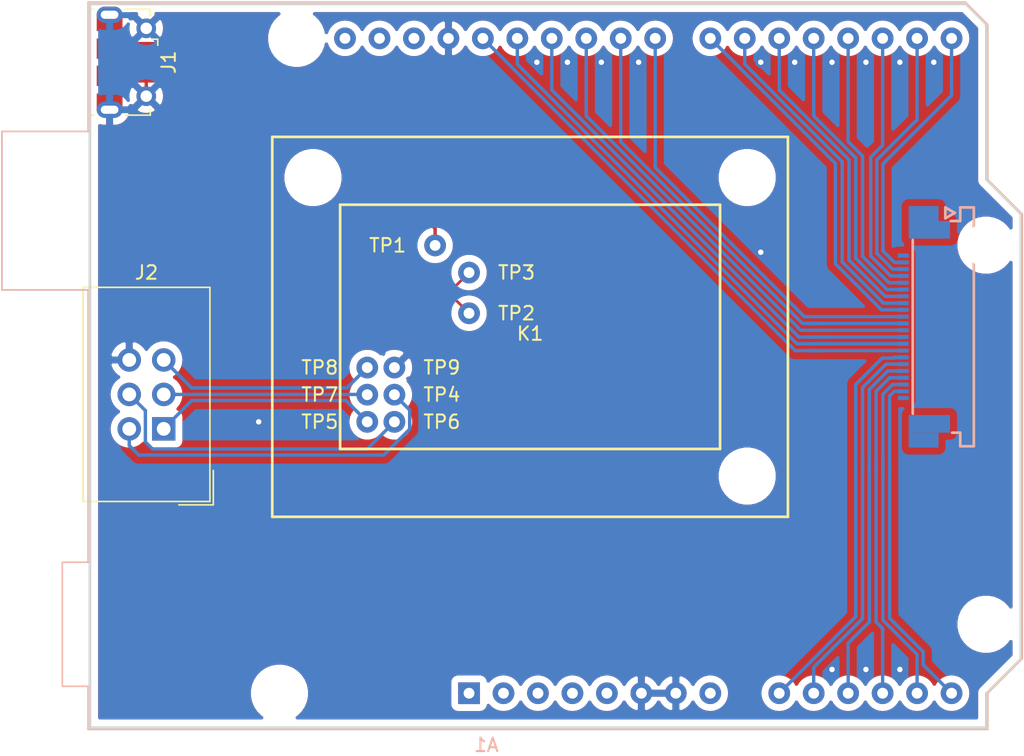
<source format=kicad_pcb>
(kicad_pcb (version 20171130) (host pcbnew "(5.0.0)")

  (general
    (thickness 1.6)
    (drawings 22)
    (tracks 185)
    (zones 0)
    (modules 18)
    (nets 42)
  )

  (page A4)
  (layers
    (0 F.Cu signal)
    (31 B.Cu signal)
    (32 B.Adhes user)
    (33 F.Adhes user)
    (34 B.Paste user)
    (35 F.Paste user)
    (36 B.SilkS user)
    (37 F.SilkS user)
    (38 B.Mask user)
    (39 F.Mask user)
    (40 Dwgs.User user)
    (41 Cmts.User user)
    (42 Eco1.User user)
    (43 Eco2.User user)
    (44 Edge.Cuts user)
    (45 Margin user)
    (46 B.CrtYd user)
    (47 F.CrtYd user)
    (48 B.Fab user)
    (49 F.Fab user)
  )

  (setup
    (last_trace_width 0.25)
    (trace_clearance 0.2)
    (zone_clearance 0.508)
    (zone_45_only no)
    (trace_min 0.2)
    (segment_width 0.2)
    (edge_width 0.15)
    (via_size 0.8)
    (via_drill 0.4)
    (via_min_size 0.4)
    (via_min_drill 0.3)
    (uvia_size 0.3)
    (uvia_drill 0.1)
    (uvias_allowed no)
    (uvia_min_size 0.2)
    (uvia_min_drill 0.1)
    (pcb_text_width 0.3)
    (pcb_text_size 1.5 1.5)
    (mod_edge_width 0.15)
    (mod_text_size 1 1)
    (mod_text_width 0.15)
    (pad_size 1.524 1.524)
    (pad_drill 0.762)
    (pad_to_mask_clearance 0.2)
    (aux_axis_origin 111 65)
    (grid_origin 139.5 116)
    (visible_elements 7FFFFFFF)
    (pcbplotparams
      (layerselection 0x010fc_ffffffff)
      (usegerberextensions true)
      (usegerberattributes false)
      (usegerberadvancedattributes false)
      (creategerberjobfile false)
      (excludeedgelayer true)
      (linewidth 0.100000)
      (plotframeref false)
      (viasonmask false)
      (mode 1)
      (useauxorigin false)
      (hpglpennumber 1)
      (hpglpenspeed 20)
      (hpglpendiameter 15.000000)
      (psnegative false)
      (psa4output false)
      (plotreference true)
      (plotvalue true)
      (plotinvisibletext false)
      (padsonsilk false)
      (subtractmaskfromsilk false)
      (outputformat 1)
      (mirror false)
      (drillshape 0)
      (scaleselection 1)
      (outputdirectory "gerber/"))
  )

  (net 0 "")
  (net 1 VCC)
  (net 2 /MISO)
  (net 3 /MOSI)
  (net 4 /SCK)
  (net 5 /~RST)
  (net 6 GND)
  (net 7 /D-)
  (net 8 VBUS)
  (net 9 /D+)
  (net 10 "Net-(J1-Pad4)")
  (net 11 "Net-(A1-Pad32)")
  (net 12 "Net-(A1-Pad31)")
  (net 13 "Net-(A1-Pad1)")
  (net 14 "Net-(A1-Pad2)")
  (net 15 "Net-(A1-Pad3)")
  (net 16 "Net-(A1-Pad4)")
  (net 17 "Net-(A1-Pad5)")
  (net 18 "Net-(A1-Pad8)")
  (net 19 "Net-(A1-Pad30)")
  (net 20 "Net-(J3-Pad1)")
  (net 21 /FPC1)
  (net 22 /FPC2)
  (net 23 /FPC3)
  (net 24 /FPC4)
  (net 25 /FPC5)
  (net 26 /FPC6)
  (net 27 /FPC7)
  (net 28 /FPC8)
  (net 29 /FPC9)
  (net 30 /FPC10)
  (net 31 /FPC11)
  (net 32 /FPC12)
  (net 33 /FPC13)
  (net 34 /FPC14)
  (net 35 /FPC15)
  (net 36 /FPC16)
  (net 37 /FPC17)
  (net 38 /FPC18)
  (net 39 /FPC19)
  (net 40 /FPC20)
  (net 41 "Net-(J3-Pad22)")

  (net_class Default "This is the default net class."
    (clearance 0.2)
    (trace_width 0.25)
    (via_dia 0.8)
    (via_drill 0.4)
    (uvia_dia 0.3)
    (uvia_drill 0.1)
    (add_net /D+)
    (add_net /D-)
    (add_net /FPC1)
    (add_net /FPC10)
    (add_net /FPC11)
    (add_net /FPC12)
    (add_net /FPC13)
    (add_net /FPC14)
    (add_net /FPC15)
    (add_net /FPC16)
    (add_net /FPC17)
    (add_net /FPC18)
    (add_net /FPC19)
    (add_net /FPC2)
    (add_net /FPC20)
    (add_net /FPC3)
    (add_net /FPC4)
    (add_net /FPC5)
    (add_net /FPC6)
    (add_net /FPC7)
    (add_net /FPC8)
    (add_net /FPC9)
    (add_net /MISO)
    (add_net /MOSI)
    (add_net /SCK)
    (add_net /~RST)
    (add_net GND)
    (add_net "Net-(A1-Pad1)")
    (add_net "Net-(A1-Pad2)")
    (add_net "Net-(A1-Pad3)")
    (add_net "Net-(A1-Pad30)")
    (add_net "Net-(A1-Pad31)")
    (add_net "Net-(A1-Pad32)")
    (add_net "Net-(A1-Pad4)")
    (add_net "Net-(A1-Pad5)")
    (add_net "Net-(A1-Pad8)")
    (add_net "Net-(J1-Pad4)")
    (add_net "Net-(J3-Pad1)")
    (add_net "Net-(J3-Pad22)")
    (add_net VBUS)
    (add_net VCC)
  )

  (module RB-SMD-Connectors:FPC_0.5mm_22p-MOLEX_52437 (layer B.Cu) (tedit 5BB76F35) (tstamp 5BB84889)
    (at 171.5 89 270)
    (path /5BB88915)
    (attr smd)
    (fp_text reference J3 (at 0 -2.5 270) (layer B.SilkS) hide
      (effects (font (size 1.5 1.5) (thickness 0.2)) (justify mirror))
    )
    (fp_text value "To DUT" (at 0 -2.5 270) (layer B.SilkS) hide
      (effects (font (size 1.5 1.5) (thickness 0.2)) (justify mirror))
    )
    (fp_line (start -8.8 -3.1) (end -8 -3.1) (layer B.SilkS) (width 0.2))
    (fp_line (start -8 -3.1) (end -8.4 -3.8) (layer B.SilkS) (width 0.2))
    (fp_line (start -8.4 -3.8) (end -8.8 -3.1) (layer B.SilkS) (width 0.2))
    (fp_line (start -7.8 -3.5) (end -7.8 -4.2) (layer B.SilkS) (width 0.2))
    (fp_line (start -7.8 -4.2) (end -8.8 -4.2) (layer B.SilkS) (width 0.2))
    (fp_line (start -8.8 -4.2) (end -8.8 -5.2) (layer B.SilkS) (width 0.2))
    (fp_line (start -8.8 -5.2) (end 8.8 -5.2) (layer B.SilkS) (width 0.2))
    (fp_line (start 8.8 -5.2) (end 8.8 -4.2) (layer B.SilkS) (width 0.2))
    (fp_line (start 8.8 -4.2) (end 7.8 -4.2) (layer B.SilkS) (width 0.2))
    (fp_line (start 7.8 -4.2) (end 7.8 -3.6) (layer B.SilkS) (width 0.2))
    (fp_line (start 5.75 -1.3) (end 5.75 -1.5) (layer Dwgs.User) (width 0.05))
    (fp_line (start 5.75 -1.7) (end 5.75 -1.9) (layer Dwgs.User) (width 0.05))
    (fp_line (start 5.75 -2.5) (end 5.75 -2.7) (layer Dwgs.User) (width 0.05))
    (fp_line (start 5.75 -2.1) (end 5.75 -2.3) (layer Dwgs.User) (width 0.05))
    (fp_line (start 5.75 -2.9) (end 5.75 -3.1) (layer Dwgs.User) (width 0.05))
    (fp_line (start 5.75 -3.3) (end 5.75 -3.5) (layer Dwgs.User) (width 0.05))
    (fp_line (start 5.75 -5.7) (end 5.75 -5.9) (layer Dwgs.User) (width 0.05))
    (fp_line (start 5.75 -5.3) (end 5.75 -5.5) (layer Dwgs.User) (width 0.05))
    (fp_line (start 5.75 -4.5) (end 5.75 -4.7) (layer Dwgs.User) (width 0.05))
    (fp_line (start 5.75 -4.9) (end 5.75 -5.1) (layer Dwgs.User) (width 0.05))
    (fp_line (start 5.75 -4.1) (end 5.75 -4.3) (layer Dwgs.User) (width 0.05))
    (fp_line (start 5.75 -3.7) (end 5.75 -3.9) (layer Dwgs.User) (width 0.05))
    (fp_line (start 5.75 -6.9) (end 5.75 -7.1) (layer Dwgs.User) (width 0.05))
    (fp_line (start 5.75 -6.5) (end 5.75 -6.7) (layer Dwgs.User) (width 0.05))
    (fp_line (start 5.75 -6.1) (end 5.75 -6.3) (layer Dwgs.User) (width 0.05))
    (fp_line (start -5.75 -6.1) (end -5.75 -6.3) (layer Dwgs.User) (width 0.05))
    (fp_line (start -5.75 -6.5) (end -5.75 -6.7) (layer Dwgs.User) (width 0.05))
    (fp_line (start -5.75 -6.9) (end -5.75 -7.1) (layer Dwgs.User) (width 0.05))
    (fp_line (start -5.75 -3.7) (end -5.75 -3.9) (layer Dwgs.User) (width 0.05))
    (fp_line (start -5.75 -4.1) (end -5.75 -4.3) (layer Dwgs.User) (width 0.05))
    (fp_line (start -5.75 -4.9) (end -5.75 -5.1) (layer Dwgs.User) (width 0.05))
    (fp_line (start -5.75 -4.5) (end -5.75 -4.7) (layer Dwgs.User) (width 0.05))
    (fp_line (start -5.75 -5.3) (end -5.75 -5.5) (layer Dwgs.User) (width 0.05))
    (fp_line (start -5.75 -5.7) (end -5.75 -5.9) (layer Dwgs.User) (width 0.05))
    (fp_line (start -5.75 -3.3) (end -5.75 -3.5) (layer Dwgs.User) (width 0.05))
    (fp_line (start -5.75 -2.9) (end -5.75 -3.1) (layer Dwgs.User) (width 0.05))
    (fp_line (start -5.75 -2.1) (end -5.75 -2.3) (layer Dwgs.User) (width 0.05))
    (fp_line (start -5.75 -2.5) (end -5.75 -2.7) (layer Dwgs.User) (width 0.05))
    (fp_line (start -5.75 -1.7) (end -5.75 -1.9) (layer Dwgs.User) (width 0.05))
    (fp_line (start -5.75 -1.3) (end -5.75 -1.5) (layer Dwgs.User) (width 0.05))
    (fp_line (start 4.7 -1.2) (end 4.9 -1.2) (layer Dwgs.User) (width 0.05))
    (fp_line (start 5.1 -1.2) (end 5.3 -1.2) (layer Dwgs.User) (width 0.05))
    (fp_line (start 5.5 -1.2) (end 5.7 -1.2) (layer Dwgs.User) (width 0.05))
    (fp_line (start 4.3 -1.2) (end 4.5 -1.2) (layer Dwgs.User) (width 0.05))
    (fp_line (start -2.1 -1.2) (end -1.9 -1.2) (layer Dwgs.User) (width 0.05))
    (fp_line (start -1.7 -1.2) (end -1.5 -1.2) (layer Dwgs.User) (width 0.05))
    (fp_line (start -0.9 -1.2) (end -0.7 -1.2) (layer Dwgs.User) (width 0.05))
    (fp_line (start -1.3 -1.2) (end -1.1 -1.2) (layer Dwgs.User) (width 0.05))
    (fp_line (start 0.3 -1.2) (end 0.5 -1.2) (layer Dwgs.User) (width 0.05))
    (fp_line (start 0.7 -1.2) (end 0.9 -1.2) (layer Dwgs.User) (width 0.05))
    (fp_line (start -0.1 -1.2) (end 0.1 -1.2) (layer Dwgs.User) (width 0.05))
    (fp_line (start -0.5 -1.2) (end -0.3 -1.2) (layer Dwgs.User) (width 0.05))
    (fp_line (start 2.7 -1.2) (end 2.9 -1.2) (layer Dwgs.User) (width 0.05))
    (fp_line (start 3.1 -1.2) (end 3.3 -1.2) (layer Dwgs.User) (width 0.05))
    (fp_line (start 3.9 -1.2) (end 4.1 -1.2) (layer Dwgs.User) (width 0.05))
    (fp_line (start 3.5 -1.2) (end 3.7 -1.2) (layer Dwgs.User) (width 0.05))
    (fp_line (start 1.9 -1.2) (end 2.1 -1.2) (layer Dwgs.User) (width 0.05))
    (fp_line (start 2.3 -1.2) (end 2.5 -1.2) (layer Dwgs.User) (width 0.05))
    (fp_line (start 1.5 -1.2) (end 1.7 -1.2) (layer Dwgs.User) (width 0.05))
    (fp_line (start 1.1 -1.2) (end 1.3 -1.2) (layer Dwgs.User) (width 0.05))
    (fp_line (start -5.3 -1.2) (end -5.1 -1.2) (layer Dwgs.User) (width 0.05))
    (fp_line (start -4.9 -1.2) (end -4.7 -1.2) (layer Dwgs.User) (width 0.05))
    (fp_line (start -4.1 -1.2) (end -3.9 -1.2) (layer Dwgs.User) (width 0.05))
    (fp_line (start -4.5 -1.2) (end -4.3 -1.2) (layer Dwgs.User) (width 0.05))
    (fp_line (start -2.9 -1.2) (end -2.7 -1.2) (layer Dwgs.User) (width 0.05))
    (fp_line (start -2.5 -1.2) (end -2.3 -1.2) (layer Dwgs.User) (width 0.05))
    (fp_line (start -3.3 -1.2) (end -3.1 -1.2) (layer Dwgs.User) (width 0.05))
    (fp_line (start -3.7 -1.2) (end -3.5 -1.2) (layer Dwgs.User) (width 0.05))
    (fp_line (start -5.7 -1.2) (end -5.5 -1.2) (layer Dwgs.User) (width 0.05))
    (fp_line (start -8.5 -5.8) (end -8.3 -5.8) (layer Dwgs.User) (width 0.05))
    (fp_line (start -8.1 -5.8) (end -7.9 -5.8) (layer Dwgs.User) (width 0.05))
    (fp_line (start -7.3 -5.8) (end -7.1 -5.8) (layer Dwgs.User) (width 0.05))
    (fp_line (start -7.7 -5.8) (end -7.5 -5.8) (layer Dwgs.User) (width 0.05))
    (fp_line (start -6.1 -5.8) (end -5.9 -5.8) (layer Dwgs.User) (width 0.05))
    (fp_line (start -5.7 -5.8) (end -5.5 -5.8) (layer Dwgs.User) (width 0.05))
    (fp_line (start -6.5 -5.8) (end -6.3 -5.8) (layer Dwgs.User) (width 0.05))
    (fp_line (start -6.9 -5.8) (end -6.7 -5.8) (layer Dwgs.User) (width 0.05))
    (fp_line (start -3.7 -5.8) (end -3.5 -5.8) (layer Dwgs.User) (width 0.05))
    (fp_line (start -3.3 -5.8) (end -3.1 -5.8) (layer Dwgs.User) (width 0.05))
    (fp_line (start -2.5 -5.8) (end -2.3 -5.8) (layer Dwgs.User) (width 0.05))
    (fp_line (start -2.9 -5.8) (end -2.7 -5.8) (layer Dwgs.User) (width 0.05))
    (fp_line (start -4.5 -5.8) (end -4.3 -5.8) (layer Dwgs.User) (width 0.05))
    (fp_line (start -4.1 -5.8) (end -3.9 -5.8) (layer Dwgs.User) (width 0.05))
    (fp_line (start -4.9 -5.8) (end -4.7 -5.8) (layer Dwgs.User) (width 0.05))
    (fp_line (start -5.3 -5.8) (end -5.1 -5.8) (layer Dwgs.User) (width 0.05))
    (fp_line (start 1.1 -5.8) (end 1.3 -5.8) (layer Dwgs.User) (width 0.05))
    (fp_line (start 1.5 -5.8) (end 1.7 -5.8) (layer Dwgs.User) (width 0.05))
    (fp_line (start 2.3 -5.8) (end 2.5 -5.8) (layer Dwgs.User) (width 0.05))
    (fp_line (start 1.9 -5.8) (end 2.1 -5.8) (layer Dwgs.User) (width 0.05))
    (fp_line (start 3.5 -5.8) (end 3.7 -5.8) (layer Dwgs.User) (width 0.05))
    (fp_line (start 3.9 -5.8) (end 4.1 -5.8) (layer Dwgs.User) (width 0.05))
    (fp_line (start 3.1 -5.8) (end 3.3 -5.8) (layer Dwgs.User) (width 0.05))
    (fp_line (start 2.7 -5.8) (end 2.9 -5.8) (layer Dwgs.User) (width 0.05))
    (fp_line (start -0.5 -5.8) (end -0.3 -5.8) (layer Dwgs.User) (width 0.05))
    (fp_line (start -0.1 -5.8) (end 0.1 -5.8) (layer Dwgs.User) (width 0.05))
    (fp_line (start 0.7 -5.8) (end 0.9 -5.8) (layer Dwgs.User) (width 0.05))
    (fp_line (start 0.3 -5.8) (end 0.5 -5.8) (layer Dwgs.User) (width 0.05))
    (fp_line (start -1.3 -5.8) (end -1.1 -5.8) (layer Dwgs.User) (width 0.05))
    (fp_line (start -0.9 -5.8) (end -0.7 -5.8) (layer Dwgs.User) (width 0.05))
    (fp_line (start -1.7 -5.8) (end -1.5 -5.8) (layer Dwgs.User) (width 0.05))
    (fp_line (start -2.1 -5.8) (end -1.9 -5.8) (layer Dwgs.User) (width 0.05))
    (fp_line (start 6.3 -5.8) (end 6.5 -5.8) (layer Dwgs.User) (width 0.05))
    (fp_line (start 6.7 -5.8) (end 6.9 -5.8) (layer Dwgs.User) (width 0.05))
    (fp_line (start 7.5 -5.8) (end 7.7 -5.8) (layer Dwgs.User) (width 0.05))
    (fp_line (start 7.1 -5.8) (end 7.3 -5.8) (layer Dwgs.User) (width 0.05))
    (fp_line (start 8.3 -5.8) (end 8.5 -5.8) (layer Dwgs.User) (width 0.05))
    (fp_line (start 7.9 -5.8) (end 8.1 -5.8) (layer Dwgs.User) (width 0.05))
    (fp_line (start 4.3 -5.8) (end 4.5 -5.8) (layer Dwgs.User) (width 0.05))
    (fp_line (start 5.5 -5.8) (end 5.7 -5.8) (layer Dwgs.User) (width 0.05))
    (fp_line (start 5.9 -5.8) (end 6.1 -5.8) (layer Dwgs.User) (width 0.05))
    (fp_line (start 5.1 -5.8) (end 5.3 -5.8) (layer Dwgs.User) (width 0.05))
    (fp_line (start 4.7 -5.8) (end 4.9 -5.8) (layer Dwgs.User) (width 0.05))
    (fp_line (start 8.7 -5.8) (end 8.8 -5.8) (layer Dwgs.User) (width 0.05))
    (fp_line (start -8.8 -5.8) (end -8.7 -5.8) (layer Dwgs.User) (width 0.05))
    (fp_line (start 8.7 -6.8) (end 8.8 -6.8) (layer Dwgs.User) (width 0.05))
    (fp_line (start 7.8 -5.4) (end 7.8 -5.6) (layer Dwgs.User) (width 0.05))
    (fp_line (start 8.8 -5.8) (end 8.8 -6) (layer Dwgs.User) (width 0.05))
    (fp_line (start 8.8 -6.2) (end 8.8 -6.4) (layer Dwgs.User) (width 0.05))
    (fp_line (start 8.8 -6.6) (end 8.8 -6.8) (layer Dwgs.User) (width 0.05))
    (fp_line (start 4.7 -6.8) (end 4.9 -6.8) (layer Dwgs.User) (width 0.05))
    (fp_line (start 5.1 -6.8) (end 5.3 -6.8) (layer Dwgs.User) (width 0.05))
    (fp_line (start 5.9 -6.8) (end 6.1 -6.8) (layer Dwgs.User) (width 0.05))
    (fp_line (start 5.5 -6.8) (end 5.7 -6.8) (layer Dwgs.User) (width 0.05))
    (fp_line (start 4.3 -6.8) (end 4.5 -6.8) (layer Dwgs.User) (width 0.05))
    (fp_line (start 7.9 -6.8) (end 8.1 -6.8) (layer Dwgs.User) (width 0.05))
    (fp_line (start 8.3 -6.8) (end 8.5 -6.8) (layer Dwgs.User) (width 0.05))
    (fp_line (start 7.1 -6.8) (end 7.3 -6.8) (layer Dwgs.User) (width 0.05))
    (fp_line (start 7.5 -6.8) (end 7.7 -6.8) (layer Dwgs.User) (width 0.05))
    (fp_line (start 6.7 -6.8) (end 6.9 -6.8) (layer Dwgs.User) (width 0.05))
    (fp_line (start 6.3 -6.8) (end 6.5 -6.8) (layer Dwgs.User) (width 0.05))
    (fp_line (start -2.1 -6.8) (end -1.9 -6.8) (layer Dwgs.User) (width 0.05))
    (fp_line (start -1.7 -6.8) (end -1.5 -6.8) (layer Dwgs.User) (width 0.05))
    (fp_line (start -0.9 -6.8) (end -0.7 -6.8) (layer Dwgs.User) (width 0.05))
    (fp_line (start -1.3 -6.8) (end -1.1 -6.8) (layer Dwgs.User) (width 0.05))
    (fp_line (start 0.3 -6.8) (end 0.5 -6.8) (layer Dwgs.User) (width 0.05))
    (fp_line (start 0.7 -6.8) (end 0.9 -6.8) (layer Dwgs.User) (width 0.05))
    (fp_line (start -0.1 -6.8) (end 0.1 -6.8) (layer Dwgs.User) (width 0.05))
    (fp_line (start -0.5 -6.8) (end -0.3 -6.8) (layer Dwgs.User) (width 0.05))
    (fp_line (start 2.7 -6.8) (end 2.9 -6.8) (layer Dwgs.User) (width 0.05))
    (fp_line (start 3.1 -6.8) (end 3.3 -6.8) (layer Dwgs.User) (width 0.05))
    (fp_line (start 3.9 -6.8) (end 4.1 -6.8) (layer Dwgs.User) (width 0.05))
    (fp_line (start 3.5 -6.8) (end 3.7 -6.8) (layer Dwgs.User) (width 0.05))
    (fp_line (start 1.9 -6.8) (end 2.1 -6.8) (layer Dwgs.User) (width 0.05))
    (fp_line (start 2.3 -6.8) (end 2.5 -6.8) (layer Dwgs.User) (width 0.05))
    (fp_line (start 1.5 -6.8) (end 1.7 -6.8) (layer Dwgs.User) (width 0.05))
    (fp_line (start 1.1 -6.8) (end 1.3 -6.8) (layer Dwgs.User) (width 0.05))
    (fp_line (start -5.3 -6.8) (end -5.1 -6.8) (layer Dwgs.User) (width 0.05))
    (fp_line (start -4.9 -6.8) (end -4.7 -6.8) (layer Dwgs.User) (width 0.05))
    (fp_line (start -4.1 -6.8) (end -3.9 -6.8) (layer Dwgs.User) (width 0.05))
    (fp_line (start -4.5 -6.8) (end -4.3 -6.8) (layer Dwgs.User) (width 0.05))
    (fp_line (start -2.9 -6.8) (end -2.7 -6.8) (layer Dwgs.User) (width 0.05))
    (fp_line (start -2.5 -6.8) (end -2.3 -6.8) (layer Dwgs.User) (width 0.05))
    (fp_line (start -3.3 -6.8) (end -3.1 -6.8) (layer Dwgs.User) (width 0.05))
    (fp_line (start -3.7 -6.8) (end -3.5 -6.8) (layer Dwgs.User) (width 0.05))
    (fp_line (start -6.9 -6.8) (end -6.7 -6.8) (layer Dwgs.User) (width 0.05))
    (fp_line (start -6.5 -6.8) (end -6.3 -6.8) (layer Dwgs.User) (width 0.05))
    (fp_line (start -5.7 -6.8) (end -5.5 -6.8) (layer Dwgs.User) (width 0.05))
    (fp_line (start -6.1 -6.8) (end -5.9 -6.8) (layer Dwgs.User) (width 0.05))
    (fp_line (start -7.7 -6.8) (end -7.5 -6.8) (layer Dwgs.User) (width 0.05))
    (fp_line (start -7.3 -6.8) (end -7.1 -6.8) (layer Dwgs.User) (width 0.05))
    (fp_line (start -8.1 -6.8) (end -7.9 -6.8) (layer Dwgs.User) (width 0.05))
    (fp_line (start -8.5 -6.8) (end -8.3 -6.8) (layer Dwgs.User) (width 0.05))
    (fp_line (start -8.8 -6.8) (end -8.7 -6.8) (layer Dwgs.User) (width 0.05))
    (fp_line (start -8.8 -6.6) (end -8.8 -6.8) (layer Dwgs.User) (width 0.05))
    (fp_line (start -8.8 -6.2) (end -8.8 -6.4) (layer Dwgs.User) (width 0.05))
    (fp_line (start -8.8 -5.8) (end -8.8 -6) (layer Dwgs.User) (width 0.05))
    (fp_line (start -7.8 -5.4) (end -7.8 -5.6) (layer Dwgs.User) (width 0.05))
    (fp_line (start 8.8 -4.2) (end 8.8 -5.2) (layer Dwgs.User) (width 0.05))
    (fp_line (start -8.8 -4.2) (end -8.8 -5.2) (layer Dwgs.User) (width 0.05))
    (fp_line (start -7.8 -0.7) (end -7.8 -4.2) (layer Dwgs.User) (width 0.05))
    (fp_line (start -8.8 -4.2) (end 8.8 -4.2) (layer Dwgs.User) (width 0.05))
    (fp_line (start 7.8 -4.2) (end 7.8 -0.7) (layer Dwgs.User) (width 0.05))
    (fp_line (start 7.8 -0.7) (end -7.8 -0.7) (layer Dwgs.User) (width 0.05))
    (fp_line (start 8.8 -5.2) (end -8.8 -5.2) (layer Dwgs.User) (width 0.05))
    (fp_line (start -6.4 -0.7) (end 6.4 -0.7) (layer B.SilkS) (width 0.2))
    (pad "" smd rect (at 6.1 -1.6 270) (size 0.8 1.3) (layers Eco2.User))
    (pad "" smd rect (at 8.35 -1.5 270) (size 1.1 2.2) (layers B.Cu B.Paste B.Mask))
    (pad "" smd rect (at 7.15 -1.925 270) (size 1.3 3.05) (layers B.Cu B.Paste B.Mask))
    (pad 1 smd rect (at -5.25 0 270) (size 0.3 0.8) (layers B.Cu B.Paste B.Mask)
      (net 20 "Net-(J3-Pad1)"))
    (pad 2 smd rect (at -4.75 0 270) (size 0.3 0.8) (layers B.Cu B.Paste B.Mask)
      (net 21 /FPC1))
    (pad 3 smd rect (at -4.25 0 270) (size 0.3 0.8) (layers B.Cu B.Paste B.Mask)
      (net 22 /FPC2))
    (pad 4 smd rect (at -3.75 0 270) (size 0.3 0.8) (layers B.Cu B.Paste B.Mask)
      (net 23 /FPC3))
    (pad 5 smd rect (at -3.25 0 270) (size 0.3 0.8) (layers B.Cu B.Paste B.Mask)
      (net 24 /FPC4))
    (pad 6 smd rect (at -2.75 0 270) (size 0.3 0.8) (layers B.Cu B.Paste B.Mask)
      (net 25 /FPC5))
    (pad 7 smd rect (at -2.25 0 270) (size 0.3 0.8) (layers B.Cu B.Paste B.Mask)
      (net 26 /FPC6))
    (pad 8 smd rect (at -1.75 0 270) (size 0.3 0.8) (layers B.Cu B.Paste B.Mask)
      (net 27 /FPC7))
    (pad 9 smd rect (at -1.25 0 270) (size 0.3 0.8) (layers B.Cu B.Paste B.Mask)
      (net 28 /FPC8))
    (pad 10 smd rect (at -0.75 0 270) (size 0.3 0.8) (layers B.Cu B.Paste B.Mask)
      (net 29 /FPC9))
    (pad 11 smd rect (at -0.25 0 270) (size 0.3 0.8) (layers B.Cu B.Paste B.Mask)
      (net 30 /FPC10))
    (pad 12 smd rect (at 0.25 0 270) (size 0.3 0.8) (layers B.Cu B.Paste B.Mask)
      (net 31 /FPC11))
    (pad 13 smd rect (at 0.75 0 270) (size 0.3 0.8) (layers B.Cu B.Paste B.Mask)
      (net 32 /FPC12))
    (pad 14 smd rect (at 1.25 0 270) (size 0.3 0.8) (layers B.Cu B.Paste B.Mask)
      (net 33 /FPC13))
    (pad 15 smd rect (at 1.75 0 270) (size 0.3 0.8) (layers B.Cu B.Paste B.Mask)
      (net 34 /FPC14))
    (pad 16 smd rect (at 2.25 0 270) (size 0.3 0.8) (layers B.Cu B.Paste B.Mask)
      (net 35 /FPC15))
    (pad 17 smd rect (at 2.75 0 270) (size 0.3 0.8) (layers B.Cu B.Paste B.Mask)
      (net 36 /FPC16))
    (pad 18 smd rect (at 3.25 0 270) (size 0.3 0.8) (layers B.Cu B.Paste B.Mask)
      (net 37 /FPC17))
    (pad 19 smd rect (at 3.75 0 270) (size 0.3 0.8) (layers B.Cu B.Paste B.Mask)
      (net 38 /FPC18))
    (pad 20 smd rect (at 4.25 0 270) (size 0.3 0.8) (layers B.Cu B.Paste B.Mask)
      (net 39 /FPC19))
    (pad 21 smd rect (at 4.75 0 270) (size 0.3 0.8) (layers B.Cu B.Paste B.Mask)
      (net 40 /FPC20))
    (pad 22 smd rect (at 5.25 0 270) (size 0.3 0.8) (layers B.Cu B.Paste B.Mask)
      (net 41 "Net-(J3-Pad22)"))
    (pad "" smd rect (at -7.15 -1.925 270) (size 1.3 3.05) (layers B.Cu B.Paste B.Mask))
    (pad "" smd rect (at -8.35 -1.5 270) (size 1.1 2.2) (layers B.Cu B.Paste B.Mask))
    (pad "" smd rect (at -6.1 -1.6 270) (size 0.8 1.3) (layers Eco2.User))
    (model ${KIRB3D}/Connectors/Molex/52437_22p_CLOSED.step
      (at (xyz 0 0 0))
      (scale (xyz 1 1 1))
      (rotate (xyz 0 0 0))
    )
  )

  (module Module:Arduino_UNO_R3_WithMountingHoles (layer B.Cu) (tedit 5B3F95CF) (tstamp 5BC677E3)
    (at 139.5 116)
    (descr "Arduino UNO R3, http://www.mouser.com/pdfdocs/Gravitech_Arduino_Nano3_0.pdf")
    (tags "Arduino UNO R3")
    (path /5BB75572)
    (fp_text reference A1 (at 1.27 3.81 -180) (layer B.SilkS)
      (effects (font (size 1 1) (thickness 0.15)) (justify mirror))
    )
    (fp_text value Arduino_UNO_R3 (at 0 -22.86) (layer B.Fab)
      (effects (font (size 1 1) (thickness 0.15)) (justify mirror))
    )
    (fp_line (start -27.94 2.54) (end 38.1 2.54) (layer B.Fab) (width 0.1))
    (fp_line (start -27.94 -50.8) (end -27.94 2.54) (layer B.Fab) (width 0.1))
    (fp_line (start 36.58 -50.8) (end -27.94 -50.8) (layer B.Fab) (width 0.1))
    (fp_line (start 38.1 -49.28) (end 36.58 -50.8) (layer B.Fab) (width 0.1))
    (fp_line (start 38.1 0) (end 40.64 -2.54) (layer B.Fab) (width 0.1))
    (fp_line (start 38.1 2.54) (end 38.1 0) (layer B.Fab) (width 0.1))
    (fp_line (start 40.64 -35.31) (end 38.1 -37.85) (layer B.Fab) (width 0.1))
    (fp_line (start 40.64 -2.54) (end 40.64 -35.31) (layer B.Fab) (width 0.1))
    (fp_line (start 38.1 -37.85) (end 38.1 -49.28) (layer B.Fab) (width 0.1))
    (fp_line (start -29.84 -9.53) (end -29.84 -0.64) (layer B.Fab) (width 0.1))
    (fp_line (start -16.51 -9.53) (end -29.84 -9.53) (layer B.Fab) (width 0.1))
    (fp_line (start -16.51 -0.64) (end -16.51 -9.53) (layer B.Fab) (width 0.1))
    (fp_line (start -29.84 -0.64) (end -16.51 -0.64) (layer B.Fab) (width 0.1))
    (fp_line (start -34.29 -41.27) (end -34.29 -29.84) (layer B.Fab) (width 0.1))
    (fp_line (start -18.41 -41.27) (end -34.29 -41.27) (layer B.Fab) (width 0.1))
    (fp_line (start -18.41 -29.84) (end -18.41 -41.27) (layer B.Fab) (width 0.1))
    (fp_line (start -34.29 -29.84) (end -18.41 -29.84) (layer B.Fab) (width 0.1))
    (fp_line (start 38.23 -37.85) (end 40.77 -35.31) (layer B.SilkS) (width 0.12))
    (fp_line (start 38.23 -49.28) (end 38.23 -37.85) (layer B.SilkS) (width 0.12))
    (fp_line (start 36.58 -50.93) (end 38.23 -49.28) (layer B.SilkS) (width 0.12))
    (fp_line (start -28.07 -50.93) (end 36.58 -50.93) (layer B.SilkS) (width 0.12))
    (fp_line (start -28.07 -41.4) (end -28.07 -50.93) (layer B.SilkS) (width 0.12))
    (fp_line (start -34.42 -41.4) (end -28.07 -41.4) (layer B.SilkS) (width 0.12))
    (fp_line (start -34.42 -29.72) (end -34.42 -41.4) (layer B.SilkS) (width 0.12))
    (fp_line (start -28.07 -29.72) (end -34.42 -29.72) (layer B.SilkS) (width 0.12))
    (fp_line (start -28.07 -9.65) (end -28.07 -29.72) (layer B.SilkS) (width 0.12))
    (fp_line (start -29.97 -9.65) (end -28.07 -9.65) (layer B.SilkS) (width 0.12))
    (fp_line (start -29.97 -0.51) (end -29.97 -9.65) (layer B.SilkS) (width 0.12))
    (fp_line (start -28.07 -0.51) (end -29.97 -0.51) (layer B.SilkS) (width 0.12))
    (fp_line (start -28.07 2.67) (end -28.07 -0.51) (layer B.SilkS) (width 0.12))
    (fp_line (start 38.23 2.67) (end -28.07 2.67) (layer B.SilkS) (width 0.12))
    (fp_line (start 38.23 0) (end 38.23 2.67) (layer B.SilkS) (width 0.12))
    (fp_line (start 40.77 -2.54) (end 38.23 0) (layer B.SilkS) (width 0.12))
    (fp_line (start 40.77 -35.31) (end 40.77 -2.54) (layer B.SilkS) (width 0.12))
    (fp_line (start -28.19 2.79) (end 38.35 2.79) (layer B.CrtYd) (width 0.05))
    (fp_line (start -28.19 -0.38) (end -28.19 2.79) (layer B.CrtYd) (width 0.05))
    (fp_line (start -30.1 -0.38) (end -28.19 -0.38) (layer B.CrtYd) (width 0.05))
    (fp_line (start -30.1 -9.78) (end -30.1 -0.38) (layer B.CrtYd) (width 0.05))
    (fp_line (start -28.19 -9.78) (end -30.1 -9.78) (layer B.CrtYd) (width 0.05))
    (fp_line (start -28.19 -29.59) (end -28.19 -9.78) (layer B.CrtYd) (width 0.05))
    (fp_line (start -34.54 -29.59) (end -28.19 -29.59) (layer B.CrtYd) (width 0.05))
    (fp_line (start -34.54 -41.53) (end -34.54 -29.59) (layer B.CrtYd) (width 0.05))
    (fp_line (start -28.19 -41.53) (end -34.54 -41.53) (layer B.CrtYd) (width 0.05))
    (fp_line (start -28.19 -51.05) (end -28.19 -41.53) (layer B.CrtYd) (width 0.05))
    (fp_line (start 36.58 -51.05) (end -28.19 -51.05) (layer B.CrtYd) (width 0.05))
    (fp_line (start 38.35 -49.28) (end 36.58 -51.05) (layer B.CrtYd) (width 0.05))
    (fp_line (start 38.35 -37.85) (end 38.35 -49.28) (layer B.CrtYd) (width 0.05))
    (fp_line (start 40.89 -35.31) (end 38.35 -37.85) (layer B.CrtYd) (width 0.05))
    (fp_line (start 40.89 -2.54) (end 40.89 -35.31) (layer B.CrtYd) (width 0.05))
    (fp_line (start 38.35 0) (end 40.89 -2.54) (layer B.CrtYd) (width 0.05))
    (fp_line (start 38.35 2.79) (end 38.35 0) (layer B.CrtYd) (width 0.05))
    (fp_text user %R (at 0 -20.32 -180) (layer B.Fab)
      (effects (font (size 1 1) (thickness 0.15)) (justify mirror))
    )
    (pad "" np_thru_hole circle (at 38.1 -5.08 270) (size 3.2 3.2) (drill 3.2) (layers *.Cu *.Mask))
    (pad "" np_thru_hole circle (at 38.1 -33.02 270) (size 3.2 3.2) (drill 3.2) (layers *.Cu *.Mask))
    (pad "" np_thru_hole circle (at -12.7 -48.26 270) (size 3.2 3.2) (drill 3.2) (layers *.Cu *.Mask))
    (pad "" np_thru_hole circle (at -13.97 0 270) (size 3.2 3.2) (drill 3.2) (layers *.Cu *.Mask))
    (pad 16 thru_hole oval (at 33.02 -48.26 270) (size 1.6 1.6) (drill 0.8) (layers *.Cu *.Mask)
      (net 22 /FPC2))
    (pad 15 thru_hole oval (at 35.56 -48.26 270) (size 1.6 1.6) (drill 0.8) (layers *.Cu *.Mask)
      (net 21 /FPC1))
    (pad 30 thru_hole oval (at -4.06 -48.26 270) (size 1.6 1.6) (drill 0.8) (layers *.Cu *.Mask)
      (net 19 "Net-(A1-Pad30)"))
    (pad 14 thru_hole oval (at 35.56 0 270) (size 1.6 1.6) (drill 0.8) (layers *.Cu *.Mask)
      (net 40 /FPC20))
    (pad 29 thru_hole oval (at -1.52 -48.26 270) (size 1.6 1.6) (drill 0.8) (layers *.Cu *.Mask)
      (net 6 GND))
    (pad 13 thru_hole oval (at 33.02 0 270) (size 1.6 1.6) (drill 0.8) (layers *.Cu *.Mask)
      (net 39 /FPC19))
    (pad 28 thru_hole oval (at 1.02 -48.26 270) (size 1.6 1.6) (drill 0.8) (layers *.Cu *.Mask)
      (net 34 /FPC14))
    (pad 12 thru_hole oval (at 30.48 0 270) (size 1.6 1.6) (drill 0.8) (layers *.Cu *.Mask)
      (net 38 /FPC18))
    (pad 27 thru_hole oval (at 3.56 -48.26 270) (size 1.6 1.6) (drill 0.8) (layers *.Cu *.Mask)
      (net 33 /FPC13))
    (pad 11 thru_hole oval (at 27.94 0 270) (size 1.6 1.6) (drill 0.8) (layers *.Cu *.Mask)
      (net 37 /FPC17))
    (pad 26 thru_hole oval (at 6.1 -48.26 270) (size 1.6 1.6) (drill 0.8) (layers *.Cu *.Mask)
      (net 32 /FPC12))
    (pad 10 thru_hole oval (at 25.4 0 270) (size 1.6 1.6) (drill 0.8) (layers *.Cu *.Mask)
      (net 36 /FPC16))
    (pad 25 thru_hole oval (at 8.64 -48.26 270) (size 1.6 1.6) (drill 0.8) (layers *.Cu *.Mask)
      (net 31 /FPC11))
    (pad 9 thru_hole oval (at 22.86 0 270) (size 1.6 1.6) (drill 0.8) (layers *.Cu *.Mask)
      (net 35 /FPC15))
    (pad 24 thru_hole oval (at 11.18 -48.26 270) (size 1.6 1.6) (drill 0.8) (layers *.Cu *.Mask)
      (net 30 /FPC10))
    (pad 8 thru_hole oval (at 17.78 0 270) (size 1.6 1.6) (drill 0.8) (layers *.Cu *.Mask)
      (net 18 "Net-(A1-Pad8)"))
    (pad 23 thru_hole oval (at 13.72 -48.26 270) (size 1.6 1.6) (drill 0.8) (layers *.Cu *.Mask)
      (net 29 /FPC9))
    (pad 7 thru_hole oval (at 15.24 0 270) (size 1.6 1.6) (drill 0.8) (layers *.Cu *.Mask)
      (net 6 GND))
    (pad 22 thru_hole oval (at 17.78 -48.26 270) (size 1.6 1.6) (drill 0.8) (layers *.Cu *.Mask)
      (net 28 /FPC8))
    (pad 6 thru_hole oval (at 12.7 0 270) (size 1.6 1.6) (drill 0.8) (layers *.Cu *.Mask)
      (net 6 GND))
    (pad 21 thru_hole oval (at 20.32 -48.26 270) (size 1.6 1.6) (drill 0.8) (layers *.Cu *.Mask)
      (net 27 /FPC7))
    (pad 5 thru_hole oval (at 10.16 0 270) (size 1.6 1.6) (drill 0.8) (layers *.Cu *.Mask)
      (net 17 "Net-(A1-Pad5)"))
    (pad 20 thru_hole oval (at 22.86 -48.26 270) (size 1.6 1.6) (drill 0.8) (layers *.Cu *.Mask)
      (net 26 /FPC6))
    (pad 4 thru_hole oval (at 7.62 0 270) (size 1.6 1.6) (drill 0.8) (layers *.Cu *.Mask)
      (net 16 "Net-(A1-Pad4)"))
    (pad 19 thru_hole oval (at 25.4 -48.26 270) (size 1.6 1.6) (drill 0.8) (layers *.Cu *.Mask)
      (net 25 /FPC5))
    (pad 3 thru_hole oval (at 5.08 0 270) (size 1.6 1.6) (drill 0.8) (layers *.Cu *.Mask)
      (net 15 "Net-(A1-Pad3)"))
    (pad 18 thru_hole oval (at 27.94 -48.26 270) (size 1.6 1.6) (drill 0.8) (layers *.Cu *.Mask)
      (net 24 /FPC4))
    (pad 2 thru_hole oval (at 2.54 0 270) (size 1.6 1.6) (drill 0.8) (layers *.Cu *.Mask)
      (net 14 "Net-(A1-Pad2)"))
    (pad 17 thru_hole oval (at 30.48 -48.26 270) (size 1.6 1.6) (drill 0.8) (layers *.Cu *.Mask)
      (net 23 /FPC3))
    (pad 1 thru_hole rect (at 0 0 270) (size 1.6 1.6) (drill 0.8) (layers *.Cu *.Mask)
      (net 13 "Net-(A1-Pad1)"))
    (pad 31 thru_hole oval (at -6.6 -48.26 270) (size 1.6 1.6) (drill 0.8) (layers *.Cu *.Mask)
      (net 12 "Net-(A1-Pad31)"))
    (pad 32 thru_hole oval (at -9.14 -48.26 270) (size 1.6 1.6) (drill 0.8) (layers *.Cu *.Mask)
      (net 11 "Net-(A1-Pad32)"))
    (model ${KISYS3DMOD}/Module.3dshapes/Arduino_UNO_R3_WithMountingHoles.wrl
      (at (xyz 0 0 0))
      (scale (xyz 1 1 1))
      (rotate (xyz 0 0 0))
    )
  )

  (module TestRig:PCB_JIG (layer F.Cu) (tedit 5BB766F0) (tstamp 5BB83DBE)
    (at 144 89)
    (path /5BB8FB42)
    (fp_text reference K1 (at 0 0.5) (layer F.SilkS)
      (effects (font (size 1 1) (thickness 0.15)))
    )
    (fp_text value "PCB Jig 3D model" (at 0 -0.5) (layer F.Fab)
      (effects (font (size 1 1) (thickness 0.15)))
    )
    (fp_line (start 0 0.5) (end 0 -0.5) (layer F.Fab) (width 0.2))
    (fp_line (start -0.5 0) (end 0.5 0) (layer F.Fab) (width 0.2))
    (model "${KIPRJMOD}/PCB Jig.step"
      (at (xyz 0 0 0))
      (scale (xyz 1 1 1))
      (rotate (xyz 0 0 0))
    )
  )

  (module MountingHole:MountingHole_3.2mm_M3 (layer F.Cu) (tedit 5BB768CD) (tstamp 5BC68CA2)
    (at 160 78)
    (descr "Mounting Hole 3.2mm, no annular, M3")
    (tags "mounting hole 3.2mm no annular m3")
    (path /5BB767CC)
    (attr virtual)
    (fp_text reference MH2 (at 0 -4.2) (layer F.SilkS) hide
      (effects (font (size 1 1) (thickness 0.15)))
    )
    (fp_text value MountingHole (at 0 4.2) (layer F.Fab)
      (effects (font (size 1 1) (thickness 0.15)))
    )
    (fp_circle (center 0 0) (end 3.45 0) (layer F.CrtYd) (width 0.05))
    (fp_circle (center 0 0) (end 3.2 0) (layer Cmts.User) (width 0.15))
    (fp_text user %R (at 0.3 0) (layer F.Fab)
      (effects (font (size 1 1) (thickness 0.15)))
    )
    (pad 1 np_thru_hole circle (at 0 0) (size 3.2 3.2) (drill 3.2) (layers *.Cu *.Mask))
  )

  (module RB-Connectors:Mill-Max_7911-0-15-20-86-14-11-0 (layer F.Cu) (tedit 5BB5DFE7) (tstamp 5BC5B323)
    (at 137 83)
    (path /5BABE374)
    (fp_text reference TP1 (at -3.5 0) (layer F.SilkS)
      (effects (font (size 1 1) (thickness 0.15)))
    )
    (fp_text value VBUS (at 0 2) (layer F.Fab)
      (effects (font (size 1 1) (thickness 0.15)))
    )
    (pad 1 thru_hole circle (at 0 0) (size 1.6 1.6) (drill 0.8) (layers *.Cu *.Mask)
      (net 8 VBUS))
    (model ${KIRB3D}/Connectors/Mill-Max/7911-0-15-20-86-14-11-0.step
      (at (xyz 0 0 0))
      (scale (xyz 1 1 1))
      (rotate (xyz 0 0 0))
    )
  )

  (module TestRig:USB_KEYBOARD_ADAPTER_V1.22_DUMMY (layer F.Cu) (tedit 5BB751DA) (tstamp 5BC5B9EA)
    (at 130 80)
    (path /5BB75233)
    (attr virtual)
    (fp_text reference K2 (at 0 0.5) (layer F.SilkS) hide
      (effects (font (size 1 1) (thickness 0.15)))
    )
    (fp_text value "3D Model Dummy" (at 0 -0.5) (layer F.Fab)
      (effects (font (size 1 1) (thickness 0.15)))
    )
    (model ${KIPRJMOD}/Keyboard.step
      (offset (xyz 0 0 7))
      (scale (xyz 1 1 1))
      (rotate (xyz 0 0 0))
    )
  )

  (module RB-Connectors:Mill-Max_7911-0-15-20-86-14-11-0 (layer F.Cu) (tedit 5BB5DFE7) (tstamp 5BC5B33F)
    (at 134 92)
    (path /5BA7E39E)
    (fp_text reference TP9 (at 3.5 0) (layer F.SilkS)
      (effects (font (size 1 1) (thickness 0.15)))
    )
    (fp_text value GND (at 0 2) (layer F.Fab)
      (effects (font (size 1 1) (thickness 0.15)))
    )
    (pad 1 thru_hole circle (at 0 0) (size 1.6 1.6) (drill 0.8) (layers *.Cu *.Mask)
      (net 6 GND))
    (model ${KIRB3D}/Connectors/Mill-Max/7911-0-15-20-86-14-11-0.step
      (at (xyz 0 0 0))
      (scale (xyz 1 1 1))
      (rotate (xyz 0 0 0))
    )
  )

  (module RB-Connectors:Mill-Max_7911-0-15-20-86-14-11-0 (layer F.Cu) (tedit 5BB5DFE7) (tstamp 5BC5B33B)
    (at 139.5 85)
    (path /5BAC8811)
    (fp_text reference TP3 (at 3.5 0) (layer F.SilkS)
      (effects (font (size 1 1) (thickness 0.15)))
    )
    (fp_text value USB_D- (at 0 2) (layer F.Fab)
      (effects (font (size 1 1) (thickness 0.15)))
    )
    (pad 1 thru_hole circle (at 0 0) (size 1.6 1.6) (drill 0.8) (layers *.Cu *.Mask)
      (net 7 /D-))
    (model ${KIRB3D}/Connectors/Mill-Max/7911-0-15-20-86-14-11-0.step
      (at (xyz 0 0 0))
      (scale (xyz 1 1 1))
      (rotate (xyz 0 0 0))
    )
  )

  (module RB-Connectors:Mill-Max_7911-0-15-20-86-14-11-0 (layer F.Cu) (tedit 5BB5DFE7) (tstamp 5BC5B337)
    (at 134 94)
    (path /5BA7E269)
    (fp_text reference TP4 (at 3.5 0) (layer F.SilkS)
      (effects (font (size 1 1) (thickness 0.15)))
    )
    (fp_text value VCC (at 0 2) (layer F.Fab)
      (effects (font (size 1 1) (thickness 0.15)))
    )
    (pad 1 thru_hole circle (at 0 0) (size 1.6 1.6) (drill 0.8) (layers *.Cu *.Mask)
      (net 1 VCC))
    (model ${KIRB3D}/Connectors/Mill-Max/7911-0-15-20-86-14-11-0.step
      (at (xyz 0 0 0))
      (scale (xyz 1 1 1))
      (rotate (xyz 0 0 0))
    )
  )

  (module RB-Connectors:Mill-Max_7911-0-15-20-86-14-11-0 (layer F.Cu) (tedit 5BB5DFE7) (tstamp 5BC5B333)
    (at 132 96)
    (path /5BA7E421)
    (fp_text reference TP5 (at -3.5 0) (layer F.SilkS)
      (effects (font (size 1 1) (thickness 0.15)))
    )
    (fp_text value MISO (at 0 2) (layer F.Fab)
      (effects (font (size 1 1) (thickness 0.15)))
    )
    (pad 1 thru_hole circle (at 0 0) (size 1.6 1.6) (drill 0.8) (layers *.Cu *.Mask)
      (net 2 /MISO))
    (model ${KIRB3D}/Connectors/Mill-Max/7911-0-15-20-86-14-11-0.step
      (at (xyz 0 0 0))
      (scale (xyz 1 1 1))
      (rotate (xyz 0 0 0))
    )
  )

  (module RB-Connectors:Mill-Max_7911-0-15-20-86-14-11-0 (layer F.Cu) (tedit 5BB5DFE7) (tstamp 5BC5B32F)
    (at 134 96)
    (path /5BA7E584)
    (fp_text reference TP6 (at 3.5 0) (layer F.SilkS)
      (effects (font (size 1 1) (thickness 0.15)))
    )
    (fp_text value MOSI (at 0 2) (layer F.Fab)
      (effects (font (size 1 1) (thickness 0.15)))
    )
    (pad 1 thru_hole circle (at 0 0) (size 1.6 1.6) (drill 0.8) (layers *.Cu *.Mask)
      (net 3 /MOSI))
    (model ${KIRB3D}/Connectors/Mill-Max/7911-0-15-20-86-14-11-0.step
      (at (xyz 0 0 0))
      (scale (xyz 1 1 1))
      (rotate (xyz 0 0 0))
    )
  )

  (module RB-Connectors:Mill-Max_7911-0-15-20-86-14-11-0 (layer F.Cu) (tedit 5BB5DFE7) (tstamp 5BC5B32B)
    (at 132 94)
    (path /5BA7E5A6)
    (fp_text reference TP7 (at -3.5 0) (layer F.SilkS)
      (effects (font (size 1 1) (thickness 0.15)))
    )
    (fp_text value SCK (at 0 2) (layer F.Fab)
      (effects (font (size 1 1) (thickness 0.15)))
    )
    (pad 1 thru_hole circle (at 0 0) (size 1.6 1.6) (drill 0.8) (layers *.Cu *.Mask)
      (net 4 /SCK))
    (model ${KIRB3D}/Connectors/Mill-Max/7911-0-15-20-86-14-11-0.step
      (at (xyz 0 0 0))
      (scale (xyz 1 1 1))
      (rotate (xyz 0 0 0))
    )
  )

  (module RB-Connectors:Mill-Max_7911-0-15-20-86-14-11-0 (layer F.Cu) (tedit 5BB5DFE7) (tstamp 5BC5B327)
    (at 132 92)
    (path /5BA7E5C6)
    (fp_text reference TP8 (at -3.5 0) (layer F.SilkS)
      (effects (font (size 1 1) (thickness 0.15)))
    )
    (fp_text value ~RST (at 0 2) (layer F.Fab)
      (effects (font (size 1 1) (thickness 0.15)))
    )
    (pad 1 thru_hole circle (at 0 0) (size 1.6 1.6) (drill 0.8) (layers *.Cu *.Mask)
      (net 5 /~RST))
    (model ${KIRB3D}/Connectors/Mill-Max/7911-0-15-20-86-14-11-0.step
      (at (xyz 0 0 0))
      (scale (xyz 1 1 1))
      (rotate (xyz 0 0 0))
    )
  )

  (module RB-Connectors:Mill-Max_7911-0-15-20-86-14-11-0 (layer F.Cu) (tedit 5BB5DFE7) (tstamp 5BC5B31F)
    (at 139.5 88)
    (path /5BAC8855)
    (fp_text reference TP2 (at 3.5 0) (layer F.SilkS)
      (effects (font (size 1 1) (thickness 0.15)))
    )
    (fp_text value USB_D+ (at 0 2) (layer F.Fab)
      (effects (font (size 1 1) (thickness 0.15)))
    )
    (pad 1 thru_hole circle (at 0 0) (size 1.6 1.6) (drill 0.8) (layers *.Cu *.Mask)
      (net 9 /D+))
    (model ${KIRB3D}/Connectors/Mill-Max/7911-0-15-20-86-14-11-0.step
      (at (xyz 0 0 0))
      (scale (xyz 1 1 1))
      (rotate (xyz 0 0 0))
    )
  )

  (module MountingHole:MountingHole_3.2mm_M3 (layer F.Cu) (tedit 56D1B4CB) (tstamp 5BAC2CDD)
    (at 160 100)
    (descr "Mounting Hole 3.2mm, no annular, M3")
    (tags "mounting hole 3.2mm no annular m3")
    (path /5BABEB80)
    (attr virtual)
    (fp_text reference MH1 (at 0 -4.2) (layer F.SilkS) hide
      (effects (font (size 1 1) (thickness 0.15)))
    )
    (fp_text value MountingHole (at 0 4.2) (layer F.Fab)
      (effects (font (size 1 1) (thickness 0.15)))
    )
    (fp_circle (center 0 0) (end 3.45 0) (layer F.CrtYd) (width 0.05))
    (fp_circle (center 0 0) (end 3.2 0) (layer Cmts.User) (width 0.15))
    (fp_text user %R (at 0.3 0) (layer F.Fab)
      (effects (font (size 1 1) (thickness 0.15)))
    )
    (pad 1 np_thru_hole circle (at 0 0) (size 3.2 3.2) (drill 3.2) (layers *.Cu *.Mask))
  )

  (module MountingHole:MountingHole_3.2mm_M3 (layer F.Cu) (tedit 56D1B4CB) (tstamp 5BAC2ADC)
    (at 128 78)
    (descr "Mounting Hole 3.2mm, no annular, M3")
    (tags "mounting hole 3.2mm no annular m3")
    (path /5BABEB7A)
    (attr virtual)
    (fp_text reference MH3 (at 0 -4.2) (layer F.SilkS) hide
      (effects (font (size 1 1) (thickness 0.15)))
    )
    (fp_text value MountingHole (at 0 4.2) (layer F.Fab)
      (effects (font (size 1 1) (thickness 0.15)))
    )
    (fp_circle (center 0 0) (end 3.45 0) (layer F.CrtYd) (width 0.05))
    (fp_circle (center 0 0) (end 3.2 0) (layer Cmts.User) (width 0.15))
    (fp_text user %R (at 0.3 0) (layer F.Fab)
      (effects (font (size 1 1) (thickness 0.15)))
    )
    (pad 1 np_thru_hole circle (at 0 0) (size 3.2 3.2) (drill 3.2) (layers *.Cu *.Mask))
  )

  (module Connector_USB:USB_Micro-B_Molex-105017-0001 (layer F.Cu) (tedit 5A1DC0BE) (tstamp 5BC5B5A6)
    (at 114.25 69.5 270)
    (descr http://www.molex.com/pdm_docs/sd/1050170001_sd.pdf)
    (tags "Micro-USB SMD Typ-B")
    (path /5BAC8293)
    (attr smd)
    (fp_text reference J1 (at 0 -3.1125 270) (layer F.SilkS)
      (effects (font (size 1 1) (thickness 0.15)))
    )
    (fp_text value USB_B_Micro (at 0.3 4.3375 270) (layer F.Fab)
      (effects (font (size 1 1) (thickness 0.15)))
    )
    (fp_line (start -1.1 -2.1225) (end -1.1 -1.9125) (layer F.Fab) (width 0.1))
    (fp_line (start -1.5 -2.1225) (end -1.5 -1.9125) (layer F.Fab) (width 0.1))
    (fp_line (start -1.5 -2.1225) (end -1.1 -2.1225) (layer F.Fab) (width 0.1))
    (fp_line (start -1.1 -1.9125) (end -1.3 -1.7125) (layer F.Fab) (width 0.1))
    (fp_line (start -1.3 -1.7125) (end -1.5 -1.9125) (layer F.Fab) (width 0.1))
    (fp_line (start -1.7 -2.3125) (end -1.7 -1.8625) (layer F.SilkS) (width 0.12))
    (fp_line (start -1.7 -2.3125) (end -1.25 -2.3125) (layer F.SilkS) (width 0.12))
    (fp_line (start 3.9 -1.7625) (end 3.45 -1.7625) (layer F.SilkS) (width 0.12))
    (fp_line (start 3.9 0.0875) (end 3.9 -1.7625) (layer F.SilkS) (width 0.12))
    (fp_line (start -3.9 2.6375) (end -3.9 2.3875) (layer F.SilkS) (width 0.12))
    (fp_line (start -3.75 3.3875) (end -3.75 -1.6125) (layer F.Fab) (width 0.1))
    (fp_line (start -3.75 -1.6125) (end 3.75 -1.6125) (layer F.Fab) (width 0.1))
    (fp_line (start -3.75 3.389204) (end 3.75 3.389204) (layer F.Fab) (width 0.1))
    (fp_line (start -3 2.689204) (end 3 2.689204) (layer F.Fab) (width 0.1))
    (fp_line (start 3.75 3.3875) (end 3.75 -1.6125) (layer F.Fab) (width 0.1))
    (fp_line (start 3.9 2.6375) (end 3.9 2.3875) (layer F.SilkS) (width 0.12))
    (fp_line (start -3.9 0.0875) (end -3.9 -1.7625) (layer F.SilkS) (width 0.12))
    (fp_line (start -3.9 -1.7625) (end -3.45 -1.7625) (layer F.SilkS) (width 0.12))
    (fp_line (start -4.4 3.64) (end -4.4 -2.46) (layer F.CrtYd) (width 0.05))
    (fp_line (start -4.4 -2.46) (end 4.4 -2.46) (layer F.CrtYd) (width 0.05))
    (fp_line (start 4.4 -2.46) (end 4.4 3.64) (layer F.CrtYd) (width 0.05))
    (fp_line (start -4.4 3.64) (end 4.4 3.64) (layer F.CrtYd) (width 0.05))
    (fp_text user %R (at 0 0.8875 270) (layer F.Fab)
      (effects (font (size 1 1) (thickness 0.15)))
    )
    (fp_text user "PCB Edge" (at 0 2.6875 270) (layer Dwgs.User)
      (effects (font (size 0.5 0.5) (thickness 0.08)))
    )
    (pad 6 smd rect (at -2.9 1.2375 270) (size 1.2 1.9) (layers F.Cu F.Mask)
      (net 6 GND))
    (pad 6 smd rect (at 2.9 1.2375 270) (size 1.2 1.9) (layers F.Cu F.Mask)
      (net 6 GND))
    (pad 6 thru_hole oval (at 3.5 1.2375 270) (size 1.2 1.9) (drill oval 0.6 1.3) (layers *.Cu *.Mask)
      (net 6 GND))
    (pad 6 thru_hole oval (at -3.5 1.2375 90) (size 1.2 1.9) (drill oval 0.6 1.3) (layers *.Cu *.Mask)
      (net 6 GND))
    (pad 6 smd rect (at -1 1.2375 270) (size 1.5 1.9) (layers F.Cu F.Paste F.Mask)
      (net 6 GND))
    (pad 6 thru_hole circle (at 2.5 -1.4625 270) (size 1.45 1.45) (drill 0.85) (layers *.Cu *.Mask)
      (net 6 GND))
    (pad 3 smd rect (at 0 -1.4625 270) (size 0.4 1.35) (layers F.Cu F.Paste F.Mask)
      (net 9 /D+))
    (pad 4 smd rect (at 0.65 -1.4625 270) (size 0.4 1.35) (layers F.Cu F.Paste F.Mask)
      (net 10 "Net-(J1-Pad4)"))
    (pad 5 smd rect (at 1.3 -1.4625 270) (size 0.4 1.35) (layers F.Cu F.Paste F.Mask)
      (net 6 GND))
    (pad 1 smd rect (at -1.3 -1.4625 270) (size 0.4 1.35) (layers F.Cu F.Paste F.Mask)
      (net 8 VBUS))
    (pad 2 smd rect (at -0.65 -1.4625 270) (size 0.4 1.35) (layers F.Cu F.Paste F.Mask)
      (net 7 /D-))
    (pad 6 thru_hole circle (at -2.5 -1.4625 270) (size 1.45 1.45) (drill 0.85) (layers *.Cu *.Mask)
      (net 6 GND))
    (pad 6 smd rect (at 1 1.2375 270) (size 1.5 1.9) (layers F.Cu F.Paste F.Mask)
      (net 6 GND))
    (model ${KISYS3DMOD}/Connector_USB.3dshapes/USB_Micro-B_Molex-105017-0001.wrl
      (at (xyz 0 0 0))
      (scale (xyz 1 1 1))
      (rotate (xyz 0 0 0))
    )
  )

  (module Connector_IDC:IDC-Header_2x03_P2.54mm_Vertical (layer F.Cu) (tedit 59DE0819) (tstamp 5BAC2281)
    (at 117 96.52 180)
    (descr "Through hole straight IDC box header, 2x03, 2.54mm pitch, double rows")
    (tags "Through hole IDC box header THT 2x03 2.54mm double row")
    (path /5BA7DFCF)
    (fp_text reference J2 (at 1.27 11.52 180) (layer F.SilkS)
      (effects (font (size 1 1) (thickness 0.15)))
    )
    (fp_text value AVR-ISP-6 (at 1.27 11.684 180) (layer F.Fab)
      (effects (font (size 1 1) (thickness 0.15)))
    )
    (fp_line (start -3.655 -5.6) (end -1.115 -5.6) (layer F.SilkS) (width 0.12))
    (fp_line (start -3.655 -5.6) (end -3.655 -3.06) (layer F.SilkS) (width 0.12))
    (fp_line (start -3.405 -5.35) (end 5.945 -5.35) (layer F.SilkS) (width 0.12))
    (fp_line (start -3.405 10.43) (end -3.405 -5.35) (layer F.SilkS) (width 0.12))
    (fp_line (start 5.945 10.43) (end -3.405 10.43) (layer F.SilkS) (width 0.12))
    (fp_line (start 5.945 -5.35) (end 5.945 10.43) (layer F.SilkS) (width 0.12))
    (fp_line (start -3.41 -5.35) (end 5.95 -5.35) (layer F.CrtYd) (width 0.05))
    (fp_line (start -3.41 10.43) (end -3.41 -5.35) (layer F.CrtYd) (width 0.05))
    (fp_line (start 5.95 10.43) (end -3.41 10.43) (layer F.CrtYd) (width 0.05))
    (fp_line (start 5.95 -5.35) (end 5.95 10.43) (layer F.CrtYd) (width 0.05))
    (fp_line (start -3.155 10.18) (end -2.605 9.62) (layer F.Fab) (width 0.1))
    (fp_line (start -3.155 -5.1) (end -2.605 -4.56) (layer F.Fab) (width 0.1))
    (fp_line (start 5.695 10.18) (end 5.145 9.62) (layer F.Fab) (width 0.1))
    (fp_line (start 5.695 -5.1) (end 5.145 -4.56) (layer F.Fab) (width 0.1))
    (fp_line (start 5.145 9.62) (end -2.605 9.62) (layer F.Fab) (width 0.1))
    (fp_line (start 5.695 10.18) (end -3.155 10.18) (layer F.Fab) (width 0.1))
    (fp_line (start 5.145 -4.56) (end -2.605 -4.56) (layer F.Fab) (width 0.1))
    (fp_line (start 5.695 -5.1) (end -3.155 -5.1) (layer F.Fab) (width 0.1))
    (fp_line (start -2.605 4.79) (end -3.155 4.79) (layer F.Fab) (width 0.1))
    (fp_line (start -2.605 0.29) (end -3.155 0.29) (layer F.Fab) (width 0.1))
    (fp_line (start -2.605 4.79) (end -2.605 9.62) (layer F.Fab) (width 0.1))
    (fp_line (start -2.605 -4.56) (end -2.605 0.29) (layer F.Fab) (width 0.1))
    (fp_line (start -3.155 -5.1) (end -3.155 10.18) (layer F.Fab) (width 0.1))
    (fp_line (start 5.145 -4.56) (end 5.145 9.62) (layer F.Fab) (width 0.1))
    (fp_line (start 5.695 -5.1) (end 5.695 10.18) (layer F.Fab) (width 0.1))
    (fp_text user %R (at 1.27 2.54 180) (layer F.Fab)
      (effects (font (size 1 1) (thickness 0.15)))
    )
    (pad 6 thru_hole oval (at 2.54 5.08 180) (size 1.7272 1.7272) (drill 1.016) (layers *.Cu *.Mask)
      (net 6 GND))
    (pad 5 thru_hole oval (at 0 5.08 180) (size 1.7272 1.7272) (drill 1.016) (layers *.Cu *.Mask)
      (net 5 /~RST))
    (pad 4 thru_hole oval (at 2.54 2.54 180) (size 1.7272 1.7272) (drill 1.016) (layers *.Cu *.Mask)
      (net 3 /MOSI))
    (pad 3 thru_hole oval (at 0 2.54 180) (size 1.7272 1.7272) (drill 1.016) (layers *.Cu *.Mask)
      (net 4 /SCK))
    (pad 2 thru_hole oval (at 2.54 0 180) (size 1.7272 1.7272) (drill 1.016) (layers *.Cu *.Mask)
      (net 1 VCC))
    (pad 1 thru_hole rect (at 0 0 180) (size 1.7272 1.7272) (drill 1.016) (layers *.Cu *.Mask)
      (net 2 /MISO))
    (model ${KISYS3DMOD}/Connector_IDC.3dshapes/IDC-Header_2x03_P2.54mm_Vertical.wrl
      (at (xyz 0 0 0))
      (scale (xyz 1 1 1))
      (rotate (xyz 0 0 0))
    )
  )

  (gr_text "PCB Test Rig for\nUSB Keyboard Adapter v1.22\nRasmus Backman 2018" (at 144 108.5) (layer F.Mask)
    (effects (font (size 1.5 1.5) (thickness 0.3)))
  )
  (gr_line (start 177.6 116) (end 177.6 118.54) (layer Edge.Cuts) (width 0.15))
  (gr_line (start 180.14 113.46) (end 177.6 116) (layer Edge.Cuts) (width 0.15))
  (gr_line (start 180.14 80.694) (end 180.14 113.46) (layer Edge.Cuts) (width 0.15))
  (gr_line (start 177.6 78.154) (end 180.14 80.694) (layer Edge.Cuts) (width 0.15))
  (gr_line (start 177.6 66.724) (end 177.6 78.154) (layer Edge.Cuts) (width 0.15))
  (gr_line (start 176.076 65.2) (end 177.6 66.724) (layer Edge.Cuts) (width 0.15))
  (gr_line (start 125 103) (end 125 75) (layer F.SilkS) (width 0.2))
  (gr_line (start 163 103) (end 125 103) (layer F.SilkS) (width 0.2))
  (gr_line (start 163 75) (end 163 103) (layer F.SilkS) (width 0.2))
  (gr_line (start 125 75) (end 163 75) (layer F.SilkS) (width 0.2))
  (gr_line (start 111.56 65.2) (end 176.076 65.2) (layer Edge.Cuts) (width 0.2))
  (gr_line (start 111.56 118.54) (end 111.56 65.2) (layer Edge.Cuts) (width 0.2))
  (gr_line (start 177.6 118.54) (end 111.56 118.54) (layer Edge.Cuts) (width 0.2))
  (gr_line (start 125 103) (end 125 75) (layer F.Fab) (width 0.2))
  (gr_line (start 163 103) (end 125 103) (layer F.Fab) (width 0.2))
  (gr_line (start 163 75) (end 163 103) (layer F.Fab) (width 0.2))
  (gr_line (start 125 75) (end 163 75) (layer F.Fab) (width 0.2))
  (gr_line (start 130 98) (end 130 80) (layer F.SilkS) (width 0.2))
  (gr_line (start 158 98) (end 130 98) (layer F.SilkS) (width 0.2))
  (gr_line (start 158 80) (end 158 98) (layer F.SilkS) (width 0.2))
  (gr_line (start 130 80) (end 158 80) (layer F.SilkS) (width 0.2))

  (segment (start 134.799999 94.799999) (end 134 94) (width 0.25) (layer B.Cu) (net 1))
  (segment (start 135.125001 95.125001) (end 134.799999 94.799999) (width 0.25) (layer B.Cu) (net 1))
  (segment (start 135.125001 96.540001) (end 135.125001 95.125001) (width 0.25) (layer B.Cu) (net 1))
  (segment (start 133.214992 98.45001) (end 135.125001 96.540001) (width 0.25) (layer B.Cu) (net 1))
  (segment (start 115.168696 98.45001) (end 133.214992 98.45001) (width 0.25) (layer B.Cu) (net 1))
  (segment (start 114.46 97.741314) (end 115.168696 98.45001) (width 0.25) (layer B.Cu) (net 1))
  (segment (start 114.46 96.52) (end 114.46 97.741314) (width 0.25) (layer B.Cu) (net 1))
  (segment (start 130.43001 94.43001) (end 132 96) (width 0.25) (layer B.Cu) (net 2))
  (segment (start 126 94.43001) (end 130.43001 94.43001) (width 0.25) (layer B.Cu) (net 2) (tstamp 5BC5B65E))
  (segment (start 121 94.43001) (end 126 94.43001) (width 0.25) (layer B.Cu) (net 2))
  (segment (start 120.20359 94.43001) (end 121 94.43001) (width 0.25) (layer B.Cu) (net 2))
  (segment (start 117 96.5) (end 117 96.52) (width 0.25) (layer B.Cu) (net 2))
  (segment (start 121 94.43001) (end 119.06999 94.43001) (width 0.25) (layer B.Cu) (net 2))
  (segment (start 119.06999 94.43001) (end 117 96.5) (width 0.25) (layer B.Cu) (net 2))
  (segment (start 115.648601 97.480803) (end 116.167798 98) (width 0.25) (layer B.Cu) (net 3))
  (segment (start 114.46 93.98) (end 115.648601 95.168601) (width 0.25) (layer B.Cu) (net 3))
  (segment (start 115.648601 95.168601) (end 115.648601 97.480803) (width 0.25) (layer B.Cu) (net 3))
  (segment (start 132 98) (end 134 96) (width 0.25) (layer B.Cu) (net 3))
  (segment (start 116.167798 98) (end 132 98) (width 0.25) (layer B.Cu) (net 3))
  (segment (start 131.98 93.98) (end 132 94) (width 0.25) (layer B.Cu) (net 4))
  (segment (start 117 93.98) (end 131.98 93.98) (width 0.25) (layer B.Cu) (net 4))
  (segment (start 132 92) (end 131 93) (width 0.25) (layer B.Cu) (net 5))
  (segment (start 132 92) (end 130.5 93.5) (width 0.25) (layer B.Cu) (net 5))
  (segment (start 119.06 93.5) (end 117 91.44) (width 0.25) (layer B.Cu) (net 5))
  (segment (start 130.5 93.5) (end 119.06 93.5) (width 0.25) (layer B.Cu) (net 5))
  (via (at 124 96) (size 0.8) (drill 0.4) (layers F.Cu B.Cu) (net 6))
  (via (at 161 83.5) (size 0.8) (drill 0.4) (layers F.Cu B.Cu) (net 6))
  (segment (start 115.7125 70.8) (end 115.7125 72) (width 0.25) (layer F.Cu) (net 6))
  (via (at 144.5 69.5) (size 0.8) (drill 0.4) (layers F.Cu B.Cu) (net 6))
  (via (at 146.75 69.5) (size 0.8) (drill 0.4) (layers F.Cu B.Cu) (net 6))
  (via (at 149.25 69.5) (size 0.8) (drill 0.4) (layers F.Cu B.Cu) (net 6))
  (via (at 152 69.5) (size 0.8) (drill 0.4) (layers F.Cu B.Cu) (net 6))
  (via (at 161 69.5) (size 0.8) (drill 0.4) (layers F.Cu B.Cu) (net 6))
  (via (at 163.5 69.5) (size 0.8) (drill 0.4) (layers F.Cu B.Cu) (net 6))
  (via (at 166.25 69.5) (size 0.8) (drill 0.4) (layers F.Cu B.Cu) (net 6))
  (via (at 168.75 69.5) (size 0.8) (drill 0.4) (layers F.Cu B.Cu) (net 6))
  (via (at 171.25 69.5) (size 0.8) (drill 0.4) (layers F.Cu B.Cu) (net 6))
  (via (at 173.75 69.5) (size 0.8) (drill 0.4) (layers F.Cu B.Cu) (net 6))
  (via (at 166.25 114.25) (size 0.8) (drill 0.4) (layers F.Cu B.Cu) (net 6))
  (via (at 168.75 114.25) (size 0.8) (drill 0.4) (layers F.Cu B.Cu) (net 6))
  (via (at 171.25 114.25) (size 0.8) (drill 0.4) (layers F.Cu B.Cu) (net 6))
  (segment (start 139.5 85) (end 138.225 86.275) (width 0.2) (layer F.Cu) (net 7))
  (segment (start 138.225 86.275) (end 130.5932 86.275) (width 0.2) (layer F.Cu) (net 7))
  (segment (start 130.5932 86.275) (end 123.225 78.9068) (width 0.2) (layer F.Cu) (net 7))
  (segment (start 123.225 78.9068) (end 123.225 70.6568) (width 0.2) (layer F.Cu) (net 7))
  (segment (start 121.5182 68.95) (end 116.825001 68.95) (width 0.2) (layer F.Cu) (net 7))
  (segment (start 123.225 70.6568) (end 121.5182 68.95) (width 0.2) (layer F.Cu) (net 7))
  (segment (start 116.825001 68.95) (end 116.725001 68.85) (width 0.2) (layer F.Cu) (net 7))
  (segment (start 116.725001 68.85) (end 115.7125 68.85) (width 0.2) (layer F.Cu) (net 7))
  (segment (start 115.7125 68.2) (end 123.45 68.2) (width 0.25) (layer F.Cu) (net 8))
  (segment (start 137 81.75) (end 137 83) (width 0.25) (layer F.Cu) (net 8))
  (segment (start 123.45 68.2) (end 137 81.75) (width 0.25) (layer F.Cu) (net 8))
  (segment (start 138.225 86.725) (end 130.4068 86.725) (width 0.2) (layer F.Cu) (net 9))
  (segment (start 139.5 88) (end 138.225 86.725) (width 0.2) (layer F.Cu) (net 9))
  (segment (start 130.4068 86.725) (end 122.775 79.0932) (width 0.2) (layer F.Cu) (net 9))
  (segment (start 122.775 79.0932) (end 122.775 70.8432) (width 0.2) (layer F.Cu) (net 9))
  (segment (start 116.725001 69.5) (end 115.7125 69.5) (width 0.2) (layer F.Cu) (net 9))
  (segment (start 116.825001 69.4) (end 116.725001 69.5) (width 0.2) (layer F.Cu) (net 9))
  (segment (start 122.775 70.8432) (end 121.3318 69.4) (width 0.2) (layer F.Cu) (net 9))
  (segment (start 121.3318 69.4) (end 116.825001 69.4) (width 0.2) (layer F.Cu) (net 9))
  (segment (start 170.85 84.25) (end 171.5 84.25) (width 0.25) (layer B.Cu) (net 21))
  (segment (start 170 83.4) (end 170.85 84.25) (width 0.25) (layer B.Cu) (net 21))
  (segment (start 175.06 71.94) (end 175.06 67.74) (width 0.25) (layer B.Cu) (net 21))
  (segment (start 170 77) (end 175.06 71.94) (width 0.25) (layer B.Cu) (net 21))
  (segment (start 170 77) (end 170 83.4) (width 0.25) (layer B.Cu) (net 21))
  (segment (start 172.52 73.73) (end 172.52 67.74) (width 0.25) (layer B.Cu) (net 22))
  (segment (start 169.549991 76.700009) (end 172.52 73.73) (width 0.25) (layer B.Cu) (net 22))
  (segment (start 169.549991 83.586401) (end 169.549991 76.700009) (width 0.25) (layer B.Cu) (net 22))
  (segment (start 170.71359 84.75) (end 169.549991 83.586401) (width 0.25) (layer B.Cu) (net 22))
  (segment (start 171.5 84.75) (end 170.71359 84.75) (width 0.25) (layer B.Cu) (net 22))
  (segment (start 170.85 85.25) (end 171.5 85.25) (width 0.25) (layer B.Cu) (net 23))
  (segment (start 170.57718 85.25) (end 170.85 85.25) (width 0.25) (layer B.Cu) (net 23))
  (segment (start 169.099982 83.772802) (end 170.57718 85.25) (width 0.25) (layer B.Cu) (net 23))
  (segment (start 169.98 75.619982) (end 169.099982 76.5) (width 0.25) (layer B.Cu) (net 23))
  (segment (start 169.98 67.74) (end 169.98 75.619982) (width 0.25) (layer B.Cu) (net 23))
  (segment (start 169.099982 76.5) (end 169.099982 83.772802) (width 0.25) (layer B.Cu) (net 23))
  (segment (start 170.44077 85.75) (end 171.5 85.75) (width 0.25) (layer B.Cu) (net 24))
  (segment (start 168.5 83.80923) (end 170.44077 85.75) (width 0.25) (layer B.Cu) (net 24))
  (segment (start 168.5 76.41436) (end 168.5 83.80923) (width 0.25) (layer B.Cu) (net 24))
  (segment (start 167.44 75.35436) (end 168.5 76.41436) (width 0.25) (layer B.Cu) (net 24))
  (segment (start 167.44 67.74) (end 167.44 75.35436) (width 0.25) (layer B.Cu) (net 24))
  (segment (start 171.25 86.25) (end 171.274999 86.274999) (width 0.25) (layer B.Cu) (net 25))
  (segment (start 170.30436 86.25) (end 171.25 86.25) (width 0.25) (layer B.Cu) (net 25))
  (segment (start 168 83.94564) (end 170.30436 86.25) (width 0.25) (layer B.Cu) (net 25))
  (segment (start 168 76.55077) (end 168 83.94564) (width 0.25) (layer B.Cu) (net 25))
  (segment (start 164.9 73.45077) (end 168 76.55077) (width 0.25) (layer B.Cu) (net 25))
  (segment (start 164.9 67.74) (end 164.9 73.45077) (width 0.25) (layer B.Cu) (net 25))
  (segment (start 170.85 86.75) (end 171.5 86.75) (width 0.25) (layer B.Cu) (net 26))
  (segment (start 170.16795 86.75) (end 170.85 86.75) (width 0.25) (layer B.Cu) (net 26))
  (segment (start 167.5 84.08205) (end 170.16795 86.75) (width 0.25) (layer B.Cu) (net 26))
  (segment (start 167.5 76.68718) (end 167.5 84.08205) (width 0.25) (layer B.Cu) (net 26))
  (segment (start 162.36 71.54718) (end 167.5 76.68718) (width 0.25) (layer B.Cu) (net 26))
  (segment (start 162.36 67.74) (end 162.36 71.54718) (width 0.25) (layer B.Cu) (net 26))
  (segment (start 170.85 87.25) (end 171.5 87.25) (width 0.25) (layer B.Cu) (net 27))
  (segment (start 170.03154 87.25) (end 170.85 87.25) (width 0.25) (layer B.Cu) (net 27))
  (segment (start 167 84.21846) (end 170.03154 87.25) (width 0.25) (layer B.Cu) (net 27))
  (segment (start 167 76.82359) (end 167 84.21846) (width 0.25) (layer B.Cu) (net 27))
  (segment (start 159.82 69.64359) (end 167 76.82359) (width 0.25) (layer B.Cu) (net 27))
  (segment (start 159.82 67.74) (end 159.82 69.64359) (width 0.25) (layer B.Cu) (net 27))
  (segment (start 170.85 87.75) (end 171.5 87.75) (width 0.25) (layer B.Cu) (net 28))
  (segment (start 169.89513 87.75) (end 170.85 87.75) (width 0.25) (layer B.Cu) (net 28))
  (segment (start 166.5 84.35487) (end 169.89513 87.75) (width 0.25) (layer B.Cu) (net 28))
  (segment (start 166.5 76.96) (end 166.5 84.35487) (width 0.25) (layer B.Cu) (net 28))
  (segment (start 157.28 67.74) (end 166.5 76.96) (width 0.25) (layer B.Cu) (net 28))
  (segment (start 153.22 77.25795) (end 153.22 67.74) (width 0.25) (layer B.Cu) (net 29))
  (segment (start 171.5 88.25) (end 164.21205 88.25) (width 0.25) (layer B.Cu) (net 29))
  (segment (start 164.21205 88.25) (end 153.22 77.25795) (width 0.25) (layer B.Cu) (net 29))
  (segment (start 164.5 88.75) (end 165 88.75) (width 0.25) (layer B.Cu) (net 30))
  (segment (start 165.75 88.75) (end 164.07564 88.75) (width 0.25) (layer B.Cu) (net 30))
  (segment (start 165.75 88.75) (end 164.5 88.75) (width 0.25) (layer B.Cu) (net 30))
  (segment (start 171.5 88.75) (end 165.75 88.75) (width 0.25) (layer B.Cu) (net 30))
  (segment (start 150.68 75.35436) (end 150.68 67.74) (width 0.25) (layer B.Cu) (net 30))
  (segment (start 164.07564 88.75) (end 150.68 75.35436) (width 0.25) (layer B.Cu) (net 30))
  (segment (start 148.14 73.45077) (end 148.14 67.74) (width 0.25) (layer B.Cu) (net 31))
  (segment (start 171.5 89.25) (end 163.93923 89.25) (width 0.25) (layer B.Cu) (net 31))
  (segment (start 163.93923 89.25) (end 148.14 73.45077) (width 0.25) (layer B.Cu) (net 31))
  (segment (start 164.75 89.75) (end 165 89.75) (width 0.25) (layer B.Cu) (net 32))
  (segment (start 166 89.75) (end 163.80282 89.75) (width 0.25) (layer B.Cu) (net 32))
  (segment (start 166 89.75) (end 171.5 89.75) (width 0.25) (layer B.Cu) (net 32))
  (segment (start 164.75 89.75) (end 166 89.75) (width 0.25) (layer B.Cu) (net 32))
  (segment (start 145.6 71.54718) (end 145.6 67.74) (width 0.25) (layer B.Cu) (net 32))
  (segment (start 163.80282 89.75) (end 145.6 71.54718) (width 0.25) (layer B.Cu) (net 32))
  (segment (start 143.06 68.31) (end 143.06 67.74) (width 0.25) (layer F.Cu) (net 33))
  (segment (start 164.5 90.25) (end 165 90.25) (width 0.25) (layer B.Cu) (net 33))
  (segment (start 143.06 68.87137) (end 143.06 67.74) (width 0.25) (layer B.Cu) (net 33))
  (segment (start 143.06 69.64359) (end 143.06 68.87137) (width 0.25) (layer B.Cu) (net 33))
  (segment (start 163.66641 90.25) (end 143.06 69.64359) (width 0.25) (layer B.Cu) (net 33))
  (segment (start 166 90.25) (end 163.66641 90.25) (width 0.25) (layer B.Cu) (net 33))
  (segment (start 166 90.25) (end 171.5 90.25) (width 0.25) (layer B.Cu) (net 33))
  (segment (start 164.5 90.25) (end 166 90.25) (width 0.25) (layer B.Cu) (net 33))
  (segment (start 164.5 90.75) (end 165.25 90.75) (width 0.25) (layer B.Cu) (net 34))
  (segment (start 165 90.75) (end 164.5 90.75) (width 0.25) (layer B.Cu) (net 34))
  (segment (start 163.53 90.75) (end 140.52 67.74) (width 0.25) (layer B.Cu) (net 34))
  (segment (start 165.5 90.75) (end 163.53 90.75) (width 0.25) (layer B.Cu) (net 34))
  (segment (start 165.5 90.75) (end 171.5 90.75) (width 0.25) (layer B.Cu) (net 34))
  (segment (start 165.25 90.75) (end 165.5 90.75) (width 0.25) (layer B.Cu) (net 34))
  (segment (start 170.80001 91.29999) (end 169.95001 91.29999) (width 0.25) (layer B.Cu) (net 35))
  (segment (start 171.5 91.25) (end 170.85 91.25) (width 0.25) (layer B.Cu) (net 35))
  (segment (start 170.85 91.25) (end 170.80001 91.29999) (width 0.25) (layer B.Cu) (net 35))
  (segment (start 169.95001 91.29999) (end 168 93.25) (width 0.25) (layer B.Cu) (net 35))
  (segment (start 168 110.36) (end 162.36 116) (width 0.25) (layer B.Cu) (net 35))
  (segment (start 168 99.25) (end 168 110.36) (width 0.25) (layer B.Cu) (net 35))
  (segment (start 168 99.25) (end 168 99.61359) (width 0.25) (layer B.Cu) (net 35))
  (segment (start 168 93.25) (end 168 99.25) (width 0.25) (layer B.Cu) (net 35))
  (segment (start 170.22718 91.75) (end 168.5 93.47718) (width 0.25) (layer B.Cu) (net 36))
  (segment (start 171.5 91.75) (end 170.22718 91.75) (width 0.25) (layer B.Cu) (net 36))
  (segment (start 168.5 93.47718) (end 168.5 97.75) (width 0.25) (layer B.Cu) (net 36))
  (segment (start 168.5 98.5) (end 168.5 99.75) (width 0.25) (layer B.Cu) (net 36))
  (segment (start 168.5 97.75) (end 168.5 98.5) (width 0.25) (layer B.Cu) (net 36))
  (segment (start 164.9 114.09641) (end 164.9 116) (width 0.25) (layer B.Cu) (net 36))
  (segment (start 168.5 98.5) (end 168.5 110.49641) (width 0.25) (layer B.Cu) (net 36))
  (segment (start 168.5 110.49641) (end 164.9 114.09641) (width 0.25) (layer B.Cu) (net 36))
  (segment (start 170.85 92.25) (end 171.5 92.25) (width 0.25) (layer B.Cu) (net 37))
  (segment (start 170.36359 92.25) (end 170.85 92.25) (width 0.25) (layer B.Cu) (net 37))
  (segment (start 169 93.61359) (end 170.36359 92.25) (width 0.25) (layer B.Cu) (net 37))
  (segment (start 169 99.25) (end 169 93.61359) (width 0.25) (layer B.Cu) (net 37))
  (segment (start 169 100) (end 169 99.25) (width 0.25) (layer B.Cu) (net 37))
  (segment (start 167.44 112.31) (end 167.44 116) (width 0.25) (layer B.Cu) (net 37))
  (segment (start 169 99.25) (end 169 110.75) (width 0.25) (layer B.Cu) (net 37))
  (segment (start 169 110.75) (end 167.44 112.31) (width 0.25) (layer B.Cu) (net 37))
  (segment (start 171.5 92.75) (end 170.5 92.75) (width 0.25) (layer B.Cu) (net 38))
  (segment (start 170.5 92.75) (end 169.5 93.75) (width 0.25) (layer B.Cu) (net 38))
  (segment (start 169.98 116) (end 169.98 111.23) (width 0.25) (layer B.Cu) (net 38))
  (segment (start 169.5 110.75) (end 169.98 111.23) (width 0.25) (layer B.Cu) (net 38))
  (segment (start 169.5 99) (end 169.5 110.75) (width 0.25) (layer B.Cu) (net 38))
  (segment (start 169.5 99) (end 169.5 100.02282) (width 0.25) (layer B.Cu) (net 38))
  (segment (start 169.5 93.75) (end 169.5 99) (width 0.25) (layer B.Cu) (net 38))
  (segment (start 170.71359 93.25) (end 171.5 93.25) (width 0.25) (layer B.Cu) (net 39))
  (segment (start 170 93.96359) (end 170.71359 93.25) (width 0.25) (layer B.Cu) (net 39))
  (segment (start 170 98.75) (end 170 93.96359) (width 0.25) (layer B.Cu) (net 39))
  (segment (start 170 99.88641) (end 170 98.75) (width 0.25) (layer B.Cu) (net 39))
  (segment (start 172.52 113.13359) (end 172.52 116) (width 0.25) (layer B.Cu) (net 39))
  (segment (start 170 98.75) (end 170 110.61359) (width 0.25) (layer B.Cu) (net 39))
  (segment (start 170 110.61359) (end 172.52 113.13359) (width 0.25) (layer B.Cu) (net 39))
  (segment (start 170.85 93.75) (end 170.5 94.1) (width 0.25) (layer B.Cu) (net 40))
  (segment (start 171.5 93.75) (end 170.85 93.75) (width 0.25) (layer B.Cu) (net 40))
  (segment (start 170.5 99.25) (end 170.5 99.75) (width 0.25) (layer B.Cu) (net 40))
  (segment (start 170.5 94.1) (end 170.5 99.25) (width 0.25) (layer B.Cu) (net 40))
  (segment (start 171.25 111.22718) (end 171.52282 111.5) (width 0.25) (layer B.Cu) (net 40))
  (segment (start 170.5 99.25) (end 170.5 110.47718) (width 0.25) (layer B.Cu) (net 40))
  (segment (start 170.77282 110.75) (end 171.25 111.22718) (width 0.25) (layer B.Cu) (net 40))
  (segment (start 170.5 110.47718) (end 170.77282 110.75) (width 0.25) (layer B.Cu) (net 40))
  (segment (start 172.97001 113.91001) (end 175.06 116) (width 0.25) (layer B.Cu) (net 40))
  (segment (start 170.77282 110.75) (end 172.97001 112.94719) (width 0.25) (layer B.Cu) (net 40))
  (segment (start 172.97001 112.94719) (end 172.97001 113.91001) (width 0.25) (layer B.Cu) (net 40))

  (zone (net 6) (net_name GND) (layer F.Cu) (tstamp 5BB8D040) (hatch edge 0.508)
    (connect_pads (clearance 0.508))
    (min_thickness 0.254)
    (fill yes (arc_segments 32) (thermal_gap 0.508) (thermal_bridge_width 0.508))
    (polygon
      (pts
        (xy 111.56 65.2) (xy 180.14 65.2) (xy 180.14 118.54) (xy 111.56 118.54)
      )
    )
    (filled_polygon
      (pts
        (xy 176.89 67.018092) (xy 176.890001 78.119115) (xy 176.886565 78.154) (xy 176.900274 78.293184) (xy 176.940872 78.427019)
        (xy 177.00551 78.547947) (xy 177.006801 78.550363) (xy 177.095526 78.658475) (xy 177.122617 78.680708) (xy 179.43 80.988092)
        (xy 179.43 81.695895) (xy 179.336038 81.555271) (xy 179.024729 81.243962) (xy 178.658669 80.999369) (xy 178.251925 80.83089)
        (xy 177.820128 80.745) (xy 177.379872 80.745) (xy 176.948075 80.83089) (xy 176.541331 80.999369) (xy 176.175271 81.243962)
        (xy 175.863962 81.555271) (xy 175.619369 81.921331) (xy 175.45089 82.328075) (xy 175.365 82.759872) (xy 175.365 83.200128)
        (xy 175.45089 83.631925) (xy 175.619369 84.038669) (xy 175.863962 84.404729) (xy 176.175271 84.716038) (xy 176.541331 84.960631)
        (xy 176.948075 85.12911) (xy 177.379872 85.215) (xy 177.820128 85.215) (xy 178.251925 85.12911) (xy 178.658669 84.960631)
        (xy 179.024729 84.716038) (xy 179.336038 84.404729) (xy 179.43 84.264104) (xy 179.430001 109.635897) (xy 179.336038 109.495271)
        (xy 179.024729 109.183962) (xy 178.658669 108.939369) (xy 178.251925 108.77089) (xy 177.820128 108.685) (xy 177.379872 108.685)
        (xy 176.948075 108.77089) (xy 176.541331 108.939369) (xy 176.175271 109.183962) (xy 175.863962 109.495271) (xy 175.619369 109.861331)
        (xy 175.45089 110.268075) (xy 175.365 110.699872) (xy 175.365 111.140128) (xy 175.45089 111.571925) (xy 175.619369 111.978669)
        (xy 175.863962 112.344729) (xy 176.175271 112.656038) (xy 176.541331 112.900631) (xy 176.948075 113.06911) (xy 177.379872 113.155)
        (xy 177.820128 113.155) (xy 178.251925 113.06911) (xy 178.658669 112.900631) (xy 179.024729 112.656038) (xy 179.336038 112.344729)
        (xy 179.430001 112.204103) (xy 179.430001 113.165907) (xy 177.122617 115.473292) (xy 177.095525 115.495526) (xy 177.0068 115.603638)
        (xy 176.940872 115.726981) (xy 176.900273 115.860817) (xy 176.89 115.965123) (xy 176.886565 116) (xy 176.89 116.034875)
        (xy 176.890001 117.805) (xy 126.85152 117.805) (xy 126.954729 117.736038) (xy 127.266038 117.424729) (xy 127.510631 117.058669)
        (xy 127.67911 116.651925) (xy 127.765 116.220128) (xy 127.765 115.779872) (xy 127.67911 115.348075) (xy 127.617776 115.2)
        (xy 138.061928 115.2) (xy 138.061928 116.8) (xy 138.074188 116.924482) (xy 138.110498 117.04418) (xy 138.169463 117.154494)
        (xy 138.248815 117.251185) (xy 138.345506 117.330537) (xy 138.45582 117.389502) (xy 138.575518 117.425812) (xy 138.7 117.438072)
        (xy 140.3 117.438072) (xy 140.424482 117.425812) (xy 140.54418 117.389502) (xy 140.654494 117.330537) (xy 140.751185 117.251185)
        (xy 140.830537 117.154494) (xy 140.889502 117.04418) (xy 140.925812 116.924482) (xy 140.927581 116.906518) (xy 141.020392 117.019608)
        (xy 141.238899 117.198932) (xy 141.488192 117.332182) (xy 141.758691 117.414236) (xy 141.969508 117.435) (xy 142.110492 117.435)
        (xy 142.321309 117.414236) (xy 142.591808 117.332182) (xy 142.841101 117.198932) (xy 143.059608 117.019608) (xy 143.238932 116.801101)
        (xy 143.31 116.668142) (xy 143.381068 116.801101) (xy 143.560392 117.019608) (xy 143.778899 117.198932) (xy 144.028192 117.332182)
        (xy 144.298691 117.414236) (xy 144.509508 117.435) (xy 144.650492 117.435) (xy 144.861309 117.414236) (xy 145.131808 117.332182)
        (xy 145.381101 117.198932) (xy 145.599608 117.019608) (xy 145.778932 116.801101) (xy 145.85 116.668142) (xy 145.921068 116.801101)
        (xy 146.100392 117.019608) (xy 146.318899 117.198932) (xy 146.568192 117.332182) (xy 146.838691 117.414236) (xy 147.049508 117.435)
        (xy 147.190492 117.435) (xy 147.401309 117.414236) (xy 147.671808 117.332182) (xy 147.921101 117.198932) (xy 148.139608 117.019608)
        (xy 148.318932 116.801101) (xy 148.39 116.668142) (xy 148.461068 116.801101) (xy 148.640392 117.019608) (xy 148.858899 117.198932)
        (xy 149.108192 117.332182) (xy 149.378691 117.414236) (xy 149.589508 117.435) (xy 149.730492 117.435) (xy 149.941309 117.414236)
        (xy 150.211808 117.332182) (xy 150.461101 117.198932) (xy 150.679608 117.019608) (xy 150.858932 116.801101) (xy 150.932579 116.663318)
        (xy 151.047615 116.855131) (xy 151.236586 117.063519) (xy 151.46258 117.231037) (xy 151.716913 117.351246) (xy 151.850961 117.391904)
        (xy 152.073 117.269915) (xy 152.073 116.127) (xy 152.327 116.127) (xy 152.327 117.269915) (xy 152.549039 117.391904)
        (xy 152.683087 117.351246) (xy 152.93742 117.231037) (xy 153.163414 117.063519) (xy 153.352385 116.855131) (xy 153.47 116.659018)
        (xy 153.587615 116.855131) (xy 153.776586 117.063519) (xy 154.00258 117.231037) (xy 154.256913 117.351246) (xy 154.390961 117.391904)
        (xy 154.613 117.269915) (xy 154.613 116.127) (xy 152.327 116.127) (xy 152.073 116.127) (xy 152.053 116.127)
        (xy 152.053 115.873) (xy 152.073 115.873) (xy 152.073 114.730085) (xy 152.327 114.730085) (xy 152.327 115.873)
        (xy 154.613 115.873) (xy 154.613 114.730085) (xy 154.867 114.730085) (xy 154.867 115.873) (xy 154.887 115.873)
        (xy 154.887 116.127) (xy 154.867 116.127) (xy 154.867 117.269915) (xy 155.089039 117.391904) (xy 155.223087 117.351246)
        (xy 155.47742 117.231037) (xy 155.703414 117.063519) (xy 155.892385 116.855131) (xy 156.007421 116.663318) (xy 156.081068 116.801101)
        (xy 156.260392 117.019608) (xy 156.478899 117.198932) (xy 156.728192 117.332182) (xy 156.998691 117.414236) (xy 157.209508 117.435)
        (xy 157.350492 117.435) (xy 157.561309 117.414236) (xy 157.831808 117.332182) (xy 158.081101 117.198932) (xy 158.299608 117.019608)
        (xy 158.478932 116.801101) (xy 158.612182 116.551808) (xy 158.694236 116.281309) (xy 158.721943 116) (xy 160.918057 116)
        (xy 160.945764 116.281309) (xy 161.027818 116.551808) (xy 161.161068 116.801101) (xy 161.340392 117.019608) (xy 161.558899 117.198932)
        (xy 161.808192 117.332182) (xy 162.078691 117.414236) (xy 162.289508 117.435) (xy 162.430492 117.435) (xy 162.641309 117.414236)
        (xy 162.911808 117.332182) (xy 163.161101 117.198932) (xy 163.379608 117.019608) (xy 163.558932 116.801101) (xy 163.63 116.668142)
        (xy 163.701068 116.801101) (xy 163.880392 117.019608) (xy 164.098899 117.198932) (xy 164.348192 117.332182) (xy 164.618691 117.414236)
        (xy 164.829508 117.435) (xy 164.970492 117.435) (xy 165.181309 117.414236) (xy 165.451808 117.332182) (xy 165.701101 117.198932)
        (xy 165.919608 117.019608) (xy 166.098932 116.801101) (xy 166.17 116.668142) (xy 166.241068 116.801101) (xy 166.420392 117.019608)
        (xy 166.638899 117.198932) (xy 166.888192 117.332182) (xy 167.158691 117.414236) (xy 167.369508 117.435) (xy 167.510492 117.435)
        (xy 167.721309 117.414236) (xy 167.991808 117.332182) (xy 168.241101 117.198932) (xy 168.459608 117.019608) (xy 168.638932 116.801101)
        (xy 168.71 116.668142) (xy 168.781068 116.801101) (xy 168.960392 117.019608) (xy 169.178899 117.198932) (xy 169.428192 117.332182)
        (xy 169.698691 117.414236) (xy 169.909508 117.435) (xy 170.050492 117.435) (xy 170.261309 117.414236) (xy 170.531808 117.332182)
        (xy 170.781101 117.198932) (xy 170.999608 117.019608) (xy 171.178932 116.801101) (xy 171.25 116.668142) (xy 171.321068 116.801101)
        (xy 171.500392 117.019608) (xy 171.718899 117.198932) (xy 171.968192 117.332182) (xy 172.238691 117.414236) (xy 172.449508 117.435)
        (xy 172.590492 117.435) (xy 172.801309 117.414236) (xy 173.071808 117.332182) (xy 173.321101 117.198932) (xy 173.539608 117.019608)
        (xy 173.718932 116.801101) (xy 173.79 116.668142) (xy 173.861068 116.801101) (xy 174.040392 117.019608) (xy 174.258899 117.198932)
        (xy 174.508192 117.332182) (xy 174.778691 117.414236) (xy 174.989508 117.435) (xy 175.130492 117.435) (xy 175.341309 117.414236)
        (xy 175.611808 117.332182) (xy 175.861101 117.198932) (xy 176.079608 117.019608) (xy 176.258932 116.801101) (xy 176.392182 116.551808)
        (xy 176.474236 116.281309) (xy 176.501943 116) (xy 176.474236 115.718691) (xy 176.392182 115.448192) (xy 176.258932 115.198899)
        (xy 176.079608 114.980392) (xy 175.861101 114.801068) (xy 175.611808 114.667818) (xy 175.341309 114.585764) (xy 175.130492 114.565)
        (xy 174.989508 114.565) (xy 174.778691 114.585764) (xy 174.508192 114.667818) (xy 174.258899 114.801068) (xy 174.040392 114.980392)
        (xy 173.861068 115.198899) (xy 173.79 115.331858) (xy 173.718932 115.198899) (xy 173.539608 114.980392) (xy 173.321101 114.801068)
        (xy 173.071808 114.667818) (xy 172.801309 114.585764) (xy 172.590492 114.565) (xy 172.449508 114.565) (xy 172.238691 114.585764)
        (xy 171.968192 114.667818) (xy 171.718899 114.801068) (xy 171.500392 114.980392) (xy 171.321068 115.198899) (xy 171.25 115.331858)
        (xy 171.178932 115.198899) (xy 170.999608 114.980392) (xy 170.781101 114.801068) (xy 170.531808 114.667818) (xy 170.261309 114.585764)
        (xy 170.050492 114.565) (xy 169.909508 114.565) (xy 169.698691 114.585764) (xy 169.428192 114.667818) (xy 169.178899 114.801068)
        (xy 168.960392 114.980392) (xy 168.781068 115.198899) (xy 168.71 115.331858) (xy 168.638932 115.198899) (xy 168.459608 114.980392)
        (xy 168.241101 114.801068) (xy 167.991808 114.667818) (xy 167.721309 114.585764) (xy 167.510492 114.565) (xy 167.369508 114.565)
        (xy 167.158691 114.585764) (xy 166.888192 114.667818) (xy 166.638899 114.801068) (xy 166.420392 114.980392) (xy 166.241068 115.198899)
        (xy 166.17 115.331858) (xy 166.098932 115.198899) (xy 165.919608 114.980392) (xy 165.701101 114.801068) (xy 165.451808 114.667818)
        (xy 165.181309 114.585764) (xy 164.970492 114.565) (xy 164.829508 114.565) (xy 164.618691 114.585764) (xy 164.348192 114.667818)
        (xy 164.098899 114.801068) (xy 163.880392 114.980392) (xy 163.701068 115.198899) (xy 163.63 115.331858) (xy 163.558932 115.198899)
        (xy 163.379608 114.980392) (xy 163.161101 114.801068) (xy 162.911808 114.667818) (xy 162.641309 114.585764) (xy 162.430492 114.565)
        (xy 162.289508 114.565) (xy 162.078691 114.585764) (xy 161.808192 114.667818) (xy 161.558899 114.801068) (xy 161.340392 114.980392)
        (xy 161.161068 115.198899) (xy 161.027818 115.448192) (xy 160.945764 115.718691) (xy 160.918057 116) (xy 158.721943 116)
        (xy 158.694236 115.718691) (xy 158.612182 115.448192) (xy 158.478932 115.198899) (xy 158.299608 114.980392) (xy 158.081101 114.801068)
        (xy 157.831808 114.667818) (xy 157.561309 114.585764) (xy 157.350492 114.565) (xy 157.209508 114.565) (xy 156.998691 114.585764)
        (xy 156.728192 114.667818) (xy 156.478899 114.801068) (xy 156.260392 114.980392) (xy 156.081068 115.198899) (xy 156.007421 115.336682)
        (xy 155.892385 115.144869) (xy 155.703414 114.936481) (xy 155.47742 114.768963) (xy 155.223087 114.648754) (xy 155.089039 114.608096)
        (xy 154.867 114.730085) (xy 154.613 114.730085) (xy 154.390961 114.608096) (xy 154.256913 114.648754) (xy 154.00258 114.768963)
        (xy 153.776586 114.936481) (xy 153.587615 115.144869) (xy 153.47 115.340982) (xy 153.352385 115.144869) (xy 153.163414 114.936481)
        (xy 152.93742 114.768963) (xy 152.683087 114.648754) (xy 152.549039 114.608096) (xy 152.327 114.730085) (xy 152.073 114.730085)
        (xy 151.850961 114.608096) (xy 151.716913 114.648754) (xy 151.46258 114.768963) (xy 151.236586 114.936481) (xy 151.047615 115.144869)
        (xy 150.932579 115.336682) (xy 150.858932 115.198899) (xy 150.679608 114.980392) (xy 150.461101 114.801068) (xy 150.211808 114.667818)
        (xy 149.941309 114.585764) (xy 149.730492 114.565) (xy 149.589508 114.565) (xy 149.378691 114.585764) (xy 149.108192 114.667818)
        (xy 148.858899 114.801068) (xy 148.640392 114.980392) (xy 148.461068 115.198899) (xy 148.39 115.331858) (xy 148.318932 115.198899)
        (xy 148.139608 114.980392) (xy 147.921101 114.801068) (xy 147.671808 114.667818) (xy 147.401309 114.585764) (xy 147.190492 114.565)
        (xy 147.049508 114.565) (xy 146.838691 114.585764) (xy 146.568192 114.667818) (xy 146.318899 114.801068) (xy 146.100392 114.980392)
        (xy 145.921068 115.198899) (xy 145.85 115.331858) (xy 145.778932 115.198899) (xy 145.599608 114.980392) (xy 145.381101 114.801068)
        (xy 145.131808 114.667818) (xy 144.861309 114.585764) (xy 144.650492 114.565) (xy 144.509508 114.565) (xy 144.298691 114.585764)
        (xy 144.028192 114.667818) (xy 143.778899 114.801068) (xy 143.560392 114.980392) (xy 143.381068 115.198899) (xy 143.31 115.331858)
        (xy 143.238932 115.198899) (xy 143.059608 114.980392) (xy 142.841101 114.801068) (xy 142.591808 114.667818) (xy 142.321309 114.585764)
        (xy 142.110492 114.565) (xy 141.969508 114.565) (xy 141.758691 114.585764) (xy 141.488192 114.667818) (xy 141.238899 114.801068)
        (xy 141.020392 114.980392) (xy 140.927581 115.093482) (xy 140.925812 115.075518) (xy 140.889502 114.95582) (xy 140.830537 114.845506)
        (xy 140.751185 114.748815) (xy 140.654494 114.669463) (xy 140.54418 114.610498) (xy 140.424482 114.574188) (xy 140.3 114.561928)
        (xy 138.7 114.561928) (xy 138.575518 114.574188) (xy 138.45582 114.610498) (xy 138.345506 114.669463) (xy 138.248815 114.748815)
        (xy 138.169463 114.845506) (xy 138.110498 114.95582) (xy 138.074188 115.075518) (xy 138.061928 115.2) (xy 127.617776 115.2)
        (xy 127.510631 114.941331) (xy 127.266038 114.575271) (xy 126.954729 114.263962) (xy 126.588669 114.019369) (xy 126.181925 113.85089)
        (xy 125.750128 113.765) (xy 125.309872 113.765) (xy 124.878075 113.85089) (xy 124.471331 114.019369) (xy 124.105271 114.263962)
        (xy 123.793962 114.575271) (xy 123.549369 114.941331) (xy 123.38089 115.348075) (xy 123.295 115.779872) (xy 123.295 116.220128)
        (xy 123.38089 116.651925) (xy 123.549369 117.058669) (xy 123.793962 117.424729) (xy 124.105271 117.736038) (xy 124.20848 117.805)
        (xy 112.295 117.805) (xy 112.295 99.779872) (xy 157.765 99.779872) (xy 157.765 100.220128) (xy 157.85089 100.651925)
        (xy 158.019369 101.058669) (xy 158.263962 101.424729) (xy 158.575271 101.736038) (xy 158.941331 101.980631) (xy 159.348075 102.14911)
        (xy 159.779872 102.235) (xy 160.220128 102.235) (xy 160.651925 102.14911) (xy 161.058669 101.980631) (xy 161.424729 101.736038)
        (xy 161.736038 101.424729) (xy 161.980631 101.058669) (xy 162.14911 100.651925) (xy 162.235 100.220128) (xy 162.235 99.779872)
        (xy 162.14911 99.348075) (xy 161.980631 98.941331) (xy 161.736038 98.575271) (xy 161.424729 98.263962) (xy 161.058669 98.019369)
        (xy 160.651925 97.85089) (xy 160.220128 97.765) (xy 159.779872 97.765) (xy 159.348075 97.85089) (xy 158.941331 98.019369)
        (xy 158.575271 98.263962) (xy 158.263962 98.575271) (xy 158.019369 98.941331) (xy 157.85089 99.348075) (xy 157.765 99.779872)
        (xy 112.295 99.779872) (xy 112.295 93.98) (xy 112.954149 93.98) (xy 112.983084 94.273777) (xy 113.068775 94.556264)
        (xy 113.207931 94.816606) (xy 113.395203 95.044797) (xy 113.623394 95.232069) (xy 113.65694 95.25) (xy 113.623394 95.267931)
        (xy 113.395203 95.455203) (xy 113.207931 95.683394) (xy 113.068775 95.943736) (xy 112.983084 96.226223) (xy 112.954149 96.52)
        (xy 112.983084 96.813777) (xy 113.068775 97.096264) (xy 113.207931 97.356606) (xy 113.395203 97.584797) (xy 113.623394 97.772069)
        (xy 113.883736 97.911225) (xy 114.166223 97.996916) (xy 114.386381 98.0186) (xy 114.533619 98.0186) (xy 114.753777 97.996916)
        (xy 115.036264 97.911225) (xy 115.296606 97.772069) (xy 115.524797 97.584797) (xy 115.531414 97.576735) (xy 115.546898 97.62778)
        (xy 115.605863 97.738094) (xy 115.685215 97.834785) (xy 115.781906 97.914137) (xy 115.89222 97.973102) (xy 116.011918 98.009412)
        (xy 116.1364 98.021672) (xy 117.8636 98.021672) (xy 117.988082 98.009412) (xy 118.10778 97.973102) (xy 118.218094 97.914137)
        (xy 118.314785 97.834785) (xy 118.394137 97.738094) (xy 118.453102 97.62778) (xy 118.489412 97.508082) (xy 118.501672 97.3836)
        (xy 118.501672 95.6564) (xy 118.489412 95.531918) (xy 118.453102 95.41222) (xy 118.394137 95.301906) (xy 118.314785 95.205215)
        (xy 118.218094 95.125863) (xy 118.10778 95.066898) (xy 118.056735 95.051414) (xy 118.064797 95.044797) (xy 118.252069 94.816606)
        (xy 118.391225 94.556264) (xy 118.476916 94.273777) (xy 118.505851 93.98) (xy 118.476916 93.686223) (xy 118.391225 93.403736)
        (xy 118.252069 93.143394) (xy 118.064797 92.915203) (xy 117.836606 92.727931) (xy 117.80306 92.71) (xy 117.836606 92.692069)
        (xy 118.064797 92.504797) (xy 118.252069 92.276606) (xy 118.391225 92.016264) (xy 118.439031 91.858665) (xy 130.565 91.858665)
        (xy 130.565 92.141335) (xy 130.620147 92.418574) (xy 130.72832 92.679727) (xy 130.885363 92.914759) (xy 130.970604 93)
        (xy 130.885363 93.085241) (xy 130.72832 93.320273) (xy 130.620147 93.581426) (xy 130.565 93.858665) (xy 130.565 94.141335)
        (xy 130.620147 94.418574) (xy 130.72832 94.679727) (xy 130.885363 94.914759) (xy 130.970604 95) (xy 130.885363 95.085241)
        (xy 130.72832 95.320273) (xy 130.620147 95.581426) (xy 130.565 95.858665) (xy 130.565 96.141335) (xy 130.620147 96.418574)
        (xy 130.72832 96.679727) (xy 130.885363 96.914759) (xy 131.085241 97.114637) (xy 131.320273 97.27168) (xy 131.581426 97.379853)
        (xy 131.858665 97.435) (xy 132.141335 97.435) (xy 132.418574 97.379853) (xy 132.679727 97.27168) (xy 132.914759 97.114637)
        (xy 133 97.029396) (xy 133.085241 97.114637) (xy 133.320273 97.27168) (xy 133.581426 97.379853) (xy 133.858665 97.435)
        (xy 134.141335 97.435) (xy 134.418574 97.379853) (xy 134.679727 97.27168) (xy 134.914759 97.114637) (xy 135.114637 96.914759)
        (xy 135.27168 96.679727) (xy 135.379853 96.418574) (xy 135.435 96.141335) (xy 135.435 95.858665) (xy 135.379853 95.581426)
        (xy 135.27168 95.320273) (xy 135.114637 95.085241) (xy 135.029396 95) (xy 135.114637 94.914759) (xy 135.27168 94.679727)
        (xy 135.379853 94.418574) (xy 135.435 94.141335) (xy 135.435 93.858665) (xy 135.379853 93.581426) (xy 135.27168 93.320273)
        (xy 135.114637 93.085241) (xy 135.033872 93.004476) (xy 135.108977 92.92937) (xy 134.992704 92.813097) (xy 135.236671 92.741514)
        (xy 135.357571 92.486004) (xy 135.4263 92.211816) (xy 135.440217 91.929488) (xy 135.398787 91.64987) (xy 135.303603 91.383708)
        (xy 135.236671 91.258486) (xy 134.992702 91.186903) (xy 134.179605 92) (xy 134.193748 92.014143) (xy 134.014143 92.193748)
        (xy 134 92.179605) (xy 133.985858 92.193748) (xy 133.806253 92.014143) (xy 133.820395 92) (xy 133.806253 91.985858)
        (xy 133.985858 91.806253) (xy 134 91.820395) (xy 134.813097 91.007298) (xy 134.741514 90.763329) (xy 134.486004 90.642429)
        (xy 134.211816 90.5737) (xy 133.929488 90.559783) (xy 133.64987 90.601213) (xy 133.383708 90.696397) (xy 133.258486 90.763329)
        (xy 133.186903 91.007296) (xy 133.07063 90.891023) (xy 132.995525 90.966129) (xy 132.914759 90.885363) (xy 132.679727 90.72832)
        (xy 132.418574 90.620147) (xy 132.141335 90.565) (xy 131.858665 90.565) (xy 131.581426 90.620147) (xy 131.320273 90.72832)
        (xy 131.085241 90.885363) (xy 130.885363 91.085241) (xy 130.72832 91.320273) (xy 130.620147 91.581426) (xy 130.565 91.858665)
        (xy 118.439031 91.858665) (xy 118.476916 91.733777) (xy 118.505851 91.44) (xy 118.476916 91.146223) (xy 118.391225 90.863736)
        (xy 118.252069 90.603394) (xy 118.064797 90.375203) (xy 117.836606 90.187931) (xy 117.576264 90.048775) (xy 117.293777 89.963084)
        (xy 117.073619 89.9414) (xy 116.926381 89.9414) (xy 116.706223 89.963084) (xy 116.423736 90.048775) (xy 116.163394 90.187931)
        (xy 115.935203 90.375203) (xy 115.747931 90.603394) (xy 115.72653 90.643433) (xy 115.566854 90.429707) (xy 115.348488 90.233183)
        (xy 115.095978 90.083036) (xy 114.819027 89.985037) (xy 114.587 90.105536) (xy 114.587 91.313) (xy 114.607 91.313)
        (xy 114.607 91.567) (xy 114.587 91.567) (xy 114.587 91.587) (xy 114.333 91.587) (xy 114.333 91.567)
        (xy 113.126183 91.567) (xy 113.005042 91.799026) (xy 113.050778 91.949814) (xy 113.177316 92.214944) (xy 113.353146 92.450293)
        (xy 113.571512 92.646817) (xy 113.66791 92.704137) (xy 113.623394 92.727931) (xy 113.395203 92.915203) (xy 113.207931 93.143394)
        (xy 113.068775 93.403736) (xy 112.983084 93.686223) (xy 112.954149 93.98) (xy 112.295 93.98) (xy 112.295 91.080974)
        (xy 113.005042 91.080974) (xy 113.126183 91.313) (xy 114.333 91.313) (xy 114.333 90.105536) (xy 114.100973 89.985037)
        (xy 113.824022 90.083036) (xy 113.571512 90.233183) (xy 113.353146 90.429707) (xy 113.177316 90.665056) (xy 113.050778 90.930186)
        (xy 113.005042 91.080974) (xy 112.295 91.080974) (xy 112.295 74.185653) (xy 112.297004 74.186493) (xy 112.5355 74.235)
        (xy 112.8855 74.235) (xy 112.8855 70.627) (xy 112.8655 70.627) (xy 112.8655 70.373) (xy 112.8855 70.373)
        (xy 112.8855 68.627) (xy 112.8655 68.627) (xy 112.8655 68.373) (xy 112.8855 68.373) (xy 112.8855 66.453)
        (xy 113.1395 66.453) (xy 113.1395 68.373) (xy 113.1595 68.373) (xy 113.1595 68.627) (xy 113.1395 68.627)
        (xy 113.1395 70.373) (xy 113.1595 70.373) (xy 113.1595 70.627) (xy 113.1395 70.627) (xy 113.1395 74.235)
        (xy 113.4895 74.235) (xy 113.727996 74.186493) (xy 113.952446 74.09239) (xy 114.154225 73.956307) (xy 114.325578 73.783474)
        (xy 114.459921 73.580533) (xy 114.552091 73.355282) (xy 114.555962 73.317609) (xy 114.532875 73.282328) (xy 114.573097 73.185223)
        (xy 114.5975 73.062542) (xy 114.5975 72.939133) (xy 114.952972 72.939133) (xy 115.015465 73.17545) (xy 115.258178 73.28885)
        (xy 115.518349 73.352719) (xy 115.785982 73.364604) (xy 116.050791 73.324048) (xy 116.3026 73.232609) (xy 116.409535 73.17545)
        (xy 116.472028 72.939133) (xy 115.7125 72.179605) (xy 114.952972 72.939133) (xy 114.5975 72.939133) (xy 114.5975 72.713021)
        (xy 114.773367 72.759528) (xy 115.532895 72) (xy 115.518753 71.985858) (xy 115.698358 71.806253) (xy 115.7125 71.820395)
        (xy 115.726643 71.806253) (xy 115.906248 71.985858) (xy 115.892105 72) (xy 116.651633 72.759528) (xy 116.88795 72.697035)
        (xy 117.00135 72.454322) (xy 117.065219 72.194151) (xy 117.077104 71.926518) (xy 117.036548 71.661709) (xy 116.945109 71.4099)
        (xy 116.914982 71.353537) (xy 116.95023 71.300785) (xy 116.998097 71.185223) (xy 117.0225 71.062542) (xy 117.0225 71.05875)
        (xy 116.86375 70.9) (xy 116.705582 70.9) (xy 116.741994 70.880537) (xy 116.838685 70.801185) (xy 116.918037 70.704494)
        (xy 116.977002 70.59418) (xy 116.980238 70.583512) (xy 117.0225 70.54125) (xy 117.0225 70.537458) (xy 117.011295 70.48113)
        (xy 117.013312 70.474482) (xy 117.025572 70.35) (xy 117.025572 70.172749) (xy 117.096195 70.135) (xy 121.027354 70.135)
        (xy 122.040001 71.147648) (xy 122.04 79.057095) (xy 122.036444 79.0932) (xy 122.04 79.129304) (xy 122.050635 79.237284)
        (xy 122.092663 79.375832) (xy 122.160913 79.503519) (xy 122.252762 79.615437) (xy 122.280808 79.638454) (xy 129.861546 87.219193)
        (xy 129.884562 87.247238) (xy 129.99648 87.339087) (xy 130.124167 87.407337) (xy 130.220686 87.436616) (xy 130.262714 87.449365)
        (xy 130.406799 87.463556) (xy 130.442904 87.46) (xy 137.920554 87.46) (xy 138.107178 87.646624) (xy 138.065 87.858665)
        (xy 138.065 88.141335) (xy 138.120147 88.418574) (xy 138.22832 88.679727) (xy 138.385363 88.914759) (xy 138.585241 89.114637)
        (xy 138.820273 89.27168) (xy 139.081426 89.379853) (xy 139.358665 89.435) (xy 139.641335 89.435) (xy 139.918574 89.379853)
        (xy 140.179727 89.27168) (xy 140.414759 89.114637) (xy 140.614637 88.914759) (xy 140.77168 88.679727) (xy 140.879853 88.418574)
        (xy 140.935 88.141335) (xy 140.935 87.858665) (xy 140.879853 87.581426) (xy 140.77168 87.320273) (xy 140.614637 87.085241)
        (xy 140.414759 86.885363) (xy 140.179727 86.72832) (xy 139.918574 86.620147) (xy 139.641335 86.565) (xy 139.358665 86.565)
        (xy 139.146624 86.607178) (xy 139.039446 86.5) (xy 139.146624 86.392822) (xy 139.358665 86.435) (xy 139.641335 86.435)
        (xy 139.918574 86.379853) (xy 140.179727 86.27168) (xy 140.414759 86.114637) (xy 140.614637 85.914759) (xy 140.77168 85.679727)
        (xy 140.879853 85.418574) (xy 140.935 85.141335) (xy 140.935 84.858665) (xy 140.879853 84.581426) (xy 140.77168 84.320273)
        (xy 140.614637 84.085241) (xy 140.414759 83.885363) (xy 140.179727 83.72832) (xy 139.918574 83.620147) (xy 139.641335 83.565)
        (xy 139.358665 83.565) (xy 139.081426 83.620147) (xy 138.820273 83.72832) (xy 138.585241 83.885363) (xy 138.385363 84.085241)
        (xy 138.22832 84.320273) (xy 138.120147 84.581426) (xy 138.065 84.858665) (xy 138.065 85.141335) (xy 138.107178 85.353376)
        (xy 137.920554 85.54) (xy 130.897647 85.54) (xy 123.96 78.602354) (xy 123.96 77.779872) (xy 125.765 77.779872)
        (xy 125.765 78.220128) (xy 125.85089 78.651925) (xy 126.019369 79.058669) (xy 126.263962 79.424729) (xy 126.575271 79.736038)
        (xy 126.941331 79.980631) (xy 127.348075 80.14911) (xy 127.779872 80.235) (xy 128.220128 80.235) (xy 128.651925 80.14911)
        (xy 129.058669 79.980631) (xy 129.424729 79.736038) (xy 129.736038 79.424729) (xy 129.980631 79.058669) (xy 130.14911 78.651925)
        (xy 130.235 78.220128) (xy 130.235 77.779872) (xy 130.14911 77.348075) (xy 129.980631 76.941331) (xy 129.736038 76.575271)
        (xy 129.424729 76.263962) (xy 129.058669 76.019369) (xy 128.651925 75.85089) (xy 128.220128 75.765) (xy 127.779872 75.765)
        (xy 127.348075 75.85089) (xy 126.941331 76.019369) (xy 126.575271 76.263962) (xy 126.263962 76.575271) (xy 126.019369 76.941331)
        (xy 125.85089 77.348075) (xy 125.765 77.779872) (xy 123.96 77.779872) (xy 123.96 70.692905) (xy 123.963556 70.6568)
        (xy 123.949365 70.512715) (xy 123.907337 70.374166) (xy 123.839087 70.24648) (xy 123.770253 70.162606) (xy 123.747238 70.134562)
        (xy 123.719193 70.111546) (xy 122.567646 68.96) (xy 123.135199 68.96) (xy 136.072901 81.897703) (xy 135.885363 82.085241)
        (xy 135.72832 82.320273) (xy 135.620147 82.581426) (xy 135.565 82.858665) (xy 135.565 83.141335) (xy 135.620147 83.418574)
        (xy 135.72832 83.679727) (xy 135.885363 83.914759) (xy 136.085241 84.114637) (xy 136.320273 84.27168) (xy 136.581426 84.379853)
        (xy 136.858665 84.435) (xy 137.141335 84.435) (xy 137.418574 84.379853) (xy 137.679727 84.27168) (xy 137.914759 84.114637)
        (xy 138.114637 83.914759) (xy 138.27168 83.679727) (xy 138.379853 83.418574) (xy 138.435 83.141335) (xy 138.435 82.858665)
        (xy 138.379853 82.581426) (xy 138.27168 82.320273) (xy 138.114637 82.085241) (xy 137.914759 81.885363) (xy 137.760496 81.782288)
        (xy 137.763676 81.75) (xy 137.76 81.712675) (xy 137.76 81.712667) (xy 137.749003 81.601014) (xy 137.705546 81.457753)
        (xy 137.634974 81.325724) (xy 137.540001 81.209999) (xy 137.511004 81.186202) (xy 134.104674 77.779872) (xy 157.765 77.779872)
        (xy 157.765 78.220128) (xy 157.85089 78.651925) (xy 158.019369 79.058669) (xy 158.263962 79.424729) (xy 158.575271 79.736038)
        (xy 158.941331 79.980631) (xy 159.348075 80.14911) (xy 159.779872 80.235) (xy 160.220128 80.235) (xy 160.651925 80.14911)
        (xy 161.058669 79.980631) (xy 161.424729 79.736038) (xy 161.736038 79.424729) (xy 161.980631 79.058669) (xy 162.14911 78.651925)
        (xy 162.235 78.220128) (xy 162.235 77.779872) (xy 162.14911 77.348075) (xy 161.980631 76.941331) (xy 161.736038 76.575271)
        (xy 161.424729 76.263962) (xy 161.058669 76.019369) (xy 160.651925 75.85089) (xy 160.220128 75.765) (xy 159.779872 75.765)
        (xy 159.348075 75.85089) (xy 158.941331 76.019369) (xy 158.575271 76.263962) (xy 158.263962 76.575271) (xy 158.019369 76.941331)
        (xy 157.85089 77.348075) (xy 157.765 77.779872) (xy 134.104674 77.779872) (xy 126.230259 69.905457) (xy 126.579872 69.975)
        (xy 127.020128 69.975) (xy 127.451925 69.88911) (xy 127.858669 69.720631) (xy 128.224729 69.476038) (xy 128.536038 69.164729)
        (xy 128.780631 68.798669) (xy 128.94911 68.391925) (xy 128.992309 68.174749) (xy 129.027818 68.291808) (xy 129.161068 68.541101)
        (xy 129.340392 68.759608) (xy 129.558899 68.938932) (xy 129.808192 69.072182) (xy 130.078691 69.154236) (xy 130.289508 69.175)
        (xy 130.430492 69.175) (xy 130.641309 69.154236) (xy 130.911808 69.072182) (xy 131.161101 68.938932) (xy 131.379608 68.759608)
        (xy 131.558932 68.541101) (xy 131.63 68.408142) (xy 131.701068 68.541101) (xy 131.880392 68.759608) (xy 132.098899 68.938932)
        (xy 132.348192 69.072182) (xy 132.618691 69.154236) (xy 132.829508 69.175) (xy 132.970492 69.175) (xy 133.181309 69.154236)
        (xy 133.451808 69.072182) (xy 133.701101 68.938932) (xy 133.919608 68.759608) (xy 134.098932 68.541101) (xy 134.17 68.408142)
        (xy 134.241068 68.541101) (xy 134.420392 68.759608) (xy 134.638899 68.938932) (xy 134.888192 69.072182) (xy 135.158691 69.154236)
        (xy 135.369508 69.175) (xy 135.510492 69.175) (xy 135.721309 69.154236) (xy 135.991808 69.072182) (xy 136.241101 68.938932)
        (xy 136.459608 68.759608) (xy 136.638932 68.541101) (xy 136.712579 68.403318) (xy 136.827615 68.595131) (xy 137.016586 68.803519)
        (xy 137.24258 68.971037) (xy 137.496913 69.091246) (xy 137.630961 69.131904) (xy 137.853 69.009915) (xy 137.853 67.867)
        (xy 137.833 67.867) (xy 137.833 67.613) (xy 137.853 67.613) (xy 137.853 66.470085) (xy 138.107 66.470085)
        (xy 138.107 67.613) (xy 138.127 67.613) (xy 138.127 67.867) (xy 138.107 67.867) (xy 138.107 69.009915)
        (xy 138.329039 69.131904) (xy 138.463087 69.091246) (xy 138.71742 68.971037) (xy 138.943414 68.803519) (xy 139.132385 68.595131)
        (xy 139.247421 68.403318) (xy 139.321068 68.541101) (xy 139.500392 68.759608) (xy 139.718899 68.938932) (xy 139.968192 69.072182)
        (xy 140.238691 69.154236) (xy 140.449508 69.175) (xy 140.590492 69.175) (xy 140.801309 69.154236) (xy 141.071808 69.072182)
        (xy 141.321101 68.938932) (xy 141.539608 68.759608) (xy 141.718932 68.541101) (xy 141.79 68.408142) (xy 141.861068 68.541101)
        (xy 142.040392 68.759608) (xy 142.258899 68.938932) (xy 142.508192 69.072182) (xy 142.778691 69.154236) (xy 142.989508 69.175)
        (xy 143.130492 69.175) (xy 143.341309 69.154236) (xy 143.611808 69.072182) (xy 143.861101 68.938932) (xy 144.079608 68.759608)
        (xy 144.258932 68.541101) (xy 144.33 68.408142) (xy 144.401068 68.541101) (xy 144.580392 68.759608) (xy 144.798899 68.938932)
        (xy 145.048192 69.072182) (xy 145.318691 69.154236) (xy 145.529508 69.175) (xy 145.670492 69.175) (xy 145.881309 69.154236)
        (xy 146.151808 69.072182) (xy 146.401101 68.938932) (xy 146.619608 68.759608) (xy 146.798932 68.541101) (xy 146.87 68.408142)
        (xy 146.941068 68.541101) (xy 147.120392 68.759608) (xy 147.338899 68.938932) (xy 147.588192 69.072182) (xy 147.858691 69.154236)
        (xy 148.069508 69.175) (xy 148.210492 69.175) (xy 148.421309 69.154236) (xy 148.691808 69.072182) (xy 148.941101 68.938932)
        (xy 149.159608 68.759608) (xy 149.338932 68.541101) (xy 149.41 68.408142) (xy 149.481068 68.541101) (xy 149.660392 68.759608)
        (xy 149.878899 68.938932) (xy 150.128192 69.072182) (xy 150.398691 69.154236) (xy 150.609508 69.175) (xy 150.750492 69.175)
        (xy 150.961309 69.154236) (xy 151.231808 69.072182) (xy 151.481101 68.938932) (xy 151.699608 68.759608) (xy 151.878932 68.541101)
        (xy 151.95 68.408142) (xy 152.021068 68.541101) (xy 152.200392 68.759608) (xy 152.418899 68.938932) (xy 152.668192 69.072182)
        (xy 152.938691 69.154236) (xy 153.149508 69.175) (xy 153.290492 69.175) (xy 153.501309 69.154236) (xy 153.771808 69.072182)
        (xy 154.021101 68.938932) (xy 154.239608 68.759608) (xy 154.418932 68.541101) (xy 154.552182 68.291808) (xy 154.634236 68.021309)
        (xy 154.661943 67.74) (xy 155.838057 67.74) (xy 155.865764 68.021309) (xy 155.947818 68.291808) (xy 156.081068 68.541101)
        (xy 156.260392 68.759608) (xy 156.478899 68.938932) (xy 156.728192 69.072182) (xy 156.998691 69.154236) (xy 157.209508 69.175)
        (xy 157.350492 69.175) (xy 157.561309 69.154236) (xy 157.831808 69.072182) (xy 158.081101 68.938932) (xy 158.299608 68.759608)
        (xy 158.478932 68.541101) (xy 158.55 68.408142) (xy 158.621068 68.541101) (xy 158.800392 68.759608) (xy 159.018899 68.938932)
        (xy 159.268192 69.072182) (xy 159.538691 69.154236) (xy 159.749508 69.175) (xy 159.890492 69.175) (xy 160.101309 69.154236)
        (xy 160.371808 69.072182) (xy 160.621101 68.938932) (xy 160.839608 68.759608) (xy 161.018932 68.541101) (xy 161.09 68.408142)
        (xy 161.161068 68.541101) (xy 161.340392 68.759608) (xy 161.558899 68.938932) (xy 161.808192 69.072182) (xy 162.078691 69.154236)
        (xy 162.289508 69.175) (xy 162.430492 69.175) (xy 162.641309 69.154236) (xy 162.911808 69.072182) (xy 163.161101 68.938932)
        (xy 163.379608 68.759608) (xy 163.558932 68.541101) (xy 163.63 68.408142) (xy 163.701068 68.541101) (xy 163.880392 68.759608)
        (xy 164.098899 68.938932) (xy 164.348192 69.072182) (xy 164.618691 69.154236) (xy 164.829508 69.175) (xy 164.970492 69.175)
        (xy 165.181309 69.154236) (xy 165.451808 69.072182) (xy 165.701101 68.938932) (xy 165.919608 68.759608) (xy 166.098932 68.541101)
        (xy 166.17 68.408142) (xy 166.241068 68.541101) (xy 166.420392 68.759608) (xy 166.638899 68.938932) (xy 166.888192 69.072182)
        (xy 167.158691 69.154236) (xy 167.369508 69.175) (xy 167.510492 69.175) (xy 167.721309 69.154236) (xy 167.991808 69.072182)
        (xy 168.241101 68.938932) (xy 168.459608 68.759608) (xy 168.638932 68.541101) (xy 168.71 68.408142) (xy 168.781068 68.541101)
        (xy 168.960392 68.759608) (xy 169.178899 68.938932) (xy 169.428192 69.072182) (xy 169.698691 69.154236) (xy 169.909508 69.175)
        (xy 170.050492 69.175) (xy 170.261309 69.154236) (xy 170.531808 69.072182) (xy 170.781101 68.938932) (xy 170.999608 68.759608)
        (xy 171.178932 68.541101) (xy 171.25 68.408142) (xy 171.321068 68.541101) (xy 171.500392 68.759608) (xy 171.718899 68.938932)
        (xy 171.968192 69.072182) (xy 172.238691 69.154236) (xy 172.449508 69.175) (xy 172.590492 69.175) (xy 172.801309 69.154236)
        (xy 173.071808 69.072182) (xy 173.321101 68.938932) (xy 173.539608 68.759608) (xy 173.718932 68.541101) (xy 173.79 68.408142)
        (xy 173.861068 68.541101) (xy 174.040392 68.759608) (xy 174.258899 68.938932) (xy 174.508192 69.072182) (xy 174.778691 69.154236)
        (xy 174.989508 69.175) (xy 175.130492 69.175) (xy 175.341309 69.154236) (xy 175.611808 69.072182) (xy 175.861101 68.938932)
        (xy 176.079608 68.759608) (xy 176.258932 68.541101) (xy 176.392182 68.291808) (xy 176.474236 68.021309) (xy 176.501943 67.74)
        (xy 176.474236 67.458691) (xy 176.392182 67.188192) (xy 176.258932 66.938899) (xy 176.079608 66.720392) (xy 175.861101 66.541068)
        (xy 175.611808 66.407818) (xy 175.341309 66.325764) (xy 175.130492 66.305) (xy 174.989508 66.305) (xy 174.778691 66.325764)
        (xy 174.508192 66.407818) (xy 174.258899 66.541068) (xy 174.040392 66.720392) (xy 173.861068 66.938899) (xy 173.79 67.071858)
        (xy 173.718932 66.938899) (xy 173.539608 66.720392) (xy 173.321101 66.541068) (xy 173.071808 66.407818) (xy 172.801309 66.325764)
        (xy 172.590492 66.305) (xy 172.449508 66.305) (xy 172.238691 66.325764) (xy 171.968192 66.407818) (xy 171.718899 66.541068)
        (xy 171.500392 66.720392) (xy 171.321068 66.938899) (xy 171.25 67.071858) (xy 171.178932 66.938899) (xy 170.999608 66.720392)
        (xy 170.781101 66.541068) (xy 170.531808 66.407818) (xy 170.261309 66.325764) (xy 170.050492 66.305) (xy 169.909508 66.305)
        (xy 169.698691 66.325764) (xy 169.428192 66.407818) (xy 169.178899 66.541068) (xy 168.960392 66.720392) (xy 168.781068 66.938899)
        (xy 168.71 67.071858) (xy 168.638932 66.938899) (xy 168.459608 66.720392) (xy 168.241101 66.541068) (xy 167.991808 66.407818)
        (xy 167.721309 66.325764) (xy 167.510492 66.305) (xy 167.369508 66.305) (xy 167.158691 66.325764) (xy 166.888192 66.407818)
        (xy 166.638899 66.541068) (xy 166.420392 66.720392) (xy 166.241068 66.938899) (xy 166.17 67.071858) (xy 166.098932 66.938899)
        (xy 165.919608 66.720392) (xy 165.701101 66.541068) (xy 165.451808 66.407818) (xy 165.181309 66.325764) (xy 164.970492 66.305)
        (xy 164.829508 66.305) (xy 164.618691 66.325764) (xy 164.348192 66.407818) (xy 164.098899 66.541068) (xy 163.880392 66.720392)
        (xy 163.701068 66.938899) (xy 163.63 67.071858) (xy 163.558932 66.938899) (xy 163.379608 66.720392) (xy 163.161101 66.541068)
        (xy 162.911808 66.407818) (xy 162.641309 66.325764) (xy 162.430492 66.305) (xy 162.289508 66.305) (xy 162.078691 66.325764)
        (xy 161.808192 66.407818) (xy 161.558899 66.541068) (xy 161.340392 66.720392) (xy 161.161068 66.938899) (xy 161.09 67.071858)
        (xy 161.018932 66.938899) (xy 160.839608 66.720392) (xy 160.621101 66.541068) (xy 160.371808 66.407818) (xy 160.101309 66.325764)
        (xy 159.890492 66.305) (xy 159.749508 66.305) (xy 159.538691 66.325764) (xy 159.268192 66.407818) (xy 159.018899 66.541068)
        (xy 158.800392 66.720392) (xy 158.621068 66.938899) (xy 158.55 67.071858) (xy 158.478932 66.938899) (xy 158.299608 66.720392)
        (xy 158.081101 66.541068) (xy 157.831808 66.407818) (xy 157.561309 66.325764) (xy 157.350492 66.305) (xy 157.209508 66.305)
        (xy 156.998691 66.325764) (xy 156.728192 66.407818) (xy 156.478899 66.541068) (xy 156.260392 66.720392) (xy 156.081068 66.938899)
        (xy 155.947818 67.188192) (xy 155.865764 67.458691) (xy 155.838057 67.74) (xy 154.661943 67.74) (xy 154.634236 67.458691)
        (xy 154.552182 67.188192) (xy 154.418932 66.938899) (xy 154.239608 66.720392) (xy 154.021101 66.541068) (xy 153.771808 66.407818)
        (xy 153.501309 66.325764) (xy 153.290492 66.305) (xy 153.149508 66.305) (xy 152.938691 66.325764) (xy 152.668192 66.407818)
        (xy 152.418899 66.541068) (xy 152.200392 66.720392) (xy 152.021068 66.938899) (xy 151.95 67.071858) (xy 151.878932 66.938899)
        (xy 151.699608 66.720392) (xy 151.481101 66.541068) (xy 151.231808 66.407818) (xy 150.961309 66.325764) (xy 150.750492 66.305)
        (xy 150.609508 66.305) (xy 150.398691 66.325764) (xy 150.128192 66.407818) (xy 149.878899 66.541068) (xy 149.660392 66.720392)
        (xy 149.481068 66.938899) (xy 149.41 67.071858) (xy 149.338932 66.938899) (xy 149.159608 66.720392) (xy 148.941101 66.541068)
        (xy 148.691808 66.407818) (xy 148.421309 66.325764) (xy 148.210492 66.305) (xy 148.069508 66.305) (xy 147.858691 66.325764)
        (xy 147.588192 66.407818) (xy 147.338899 66.541068) (xy 147.120392 66.720392) (xy 146.941068 66.938899) (xy 146.87 67.071858)
        (xy 146.798932 66.938899) (xy 146.619608 66.720392) (xy 146.401101 66.541068) (xy 146.151808 66.407818) (xy 145.881309 66.325764)
        (xy 145.670492 66.305) (xy 145.529508 66.305) (xy 145.318691 66.325764) (xy 145.048192 66.407818) (xy 144.798899 66.541068)
        (xy 144.580392 66.720392) (xy 144.401068 66.938899) (xy 144.33 67.071858) (xy 144.258932 66.938899) (xy 144.079608 66.720392)
        (xy 143.861101 66.541068) (xy 143.611808 66.407818) (xy 143.341309 66.325764) (xy 143.130492 66.305) (xy 142.989508 66.305)
        (xy 142.778691 66.325764) (xy 142.508192 66.407818) (xy 142.258899 66.541068) (xy 142.040392 66.720392) (xy 141.861068 66.938899)
        (xy 141.79 67.071858) (xy 141.718932 66.938899) (xy 141.539608 66.720392) (xy 141.321101 66.541068) (xy 141.071808 66.407818)
        (xy 140.801309 66.325764) (xy 140.590492 66.305) (xy 140.449508 66.305) (xy 140.238691 66.325764) (xy 139.968192 66.407818)
        (xy 139.718899 66.541068) (xy 139.500392 66.720392) (xy 139.321068 66.938899) (xy 139.247421 67.076682) (xy 139.132385 66.884869)
        (xy 138.943414 66.676481) (xy 138.71742 66.508963) (xy 138.463087 66.388754) (xy 138.329039 66.348096) (xy 138.107 66.470085)
        (xy 137.853 66.470085) (xy 137.630961 66.348096) (xy 137.496913 66.388754) (xy 137.24258 66.508963) (xy 137.016586 66.676481)
        (xy 136.827615 66.884869) (xy 136.712579 67.076682) (xy 136.638932 66.938899) (xy 136.459608 66.720392) (xy 136.241101 66.541068)
        (xy 135.991808 66.407818) (xy 135.721309 66.325764) (xy 135.510492 66.305) (xy 135.369508 66.305) (xy 135.158691 66.325764)
        (xy 134.888192 66.407818) (xy 134.638899 66.541068) (xy 134.420392 66.720392) (xy 134.241068 66.938899) (xy 134.17 67.071858)
        (xy 134.098932 66.938899) (xy 133.919608 66.720392) (xy 133.701101 66.541068) (xy 133.451808 66.407818) (xy 133.181309 66.325764)
        (xy 132.970492 66.305) (xy 132.829508 66.305) (xy 132.618691 66.325764) (xy 132.348192 66.407818) (xy 132.098899 66.541068)
        (xy 131.880392 66.720392) (xy 131.701068 66.938899) (xy 131.63 67.071858) (xy 131.558932 66.938899) (xy 131.379608 66.720392)
        (xy 131.161101 66.541068) (xy 130.911808 66.407818) (xy 130.641309 66.325764) (xy 130.430492 66.305) (xy 130.289508 66.305)
        (xy 130.078691 66.325764) (xy 129.808192 66.407818) (xy 129.558899 66.541068) (xy 129.340392 66.720392) (xy 129.161068 66.938899)
        (xy 129.027818 67.188192) (xy 128.992309 67.305251) (xy 128.94911 67.088075) (xy 128.780631 66.681331) (xy 128.536038 66.315271)
        (xy 128.224729 66.003962) (xy 128.12152 65.935) (xy 175.806909 65.935)
      )
    )
    (filled_polygon
      (pts
        (xy 114.952972 66.060867) (xy 115.7125 66.820395) (xy 116.472028 66.060867) (xy 116.438743 65.935) (xy 125.47848 65.935)
        (xy 125.375271 66.003962) (xy 125.063962 66.315271) (xy 124.819369 66.681331) (xy 124.65089 67.088075) (xy 124.565 67.519872)
        (xy 124.565 67.960128) (xy 124.634543 68.309742) (xy 124.013804 67.689003) (xy 123.990001 67.659999) (xy 123.874276 67.565026)
        (xy 123.742247 67.494454) (xy 123.598986 67.450997) (xy 123.487333 67.44) (xy 123.487322 67.44) (xy 123.45 67.436324)
        (xy 123.412678 67.44) (xy 117.004866 67.44) (xy 117.065219 67.194151) (xy 117.077104 66.926518) (xy 117.036548 66.661709)
        (xy 116.945109 66.4099) (xy 116.88795 66.302965) (xy 116.651633 66.240472) (xy 115.892105 67) (xy 115.906248 67.014143)
        (xy 115.726643 67.193748) (xy 115.7125 67.179605) (xy 115.698358 67.193748) (xy 115.518753 67.014143) (xy 115.532895 67)
        (xy 114.773367 66.240472) (xy 114.5975 66.286979) (xy 114.5975 65.937458) (xy 114.597011 65.935) (xy 114.986257 65.935)
      )
    )
  )
  (zone (net 6) (net_name GND) (layer B.Cu) (tstamp 5BB8D03D) (hatch edge 0.508)
    (connect_pads (clearance 0.508))
    (min_thickness 0.254)
    (fill yes (arc_segments 32) (thermal_gap 0.508) (thermal_bridge_width 0.508))
    (polygon
      (pts
        (xy 111.56 65.2) (xy 180.14 65.2) (xy 180.14 118.54) (xy 111.56 118.54)
      )
    )
    (filled_polygon
      (pts
        (xy 114.952972 66.060867) (xy 115.7125 66.820395) (xy 116.472028 66.060867) (xy 116.438743 65.935) (xy 125.47848 65.935)
        (xy 125.375271 66.003962) (xy 125.063962 66.315271) (xy 124.819369 66.681331) (xy 124.65089 67.088075) (xy 124.565 67.519872)
        (xy 124.565 67.960128) (xy 124.65089 68.391925) (xy 124.819369 68.798669) (xy 125.063962 69.164729) (xy 125.375271 69.476038)
        (xy 125.741331 69.720631) (xy 126.148075 69.88911) (xy 126.579872 69.975) (xy 127.020128 69.975) (xy 127.451925 69.88911)
        (xy 127.858669 69.720631) (xy 128.224729 69.476038) (xy 128.536038 69.164729) (xy 128.780631 68.798669) (xy 128.94911 68.391925)
        (xy 128.992309 68.174749) (xy 129.027818 68.291808) (xy 129.161068 68.541101) (xy 129.340392 68.759608) (xy 129.558899 68.938932)
        (xy 129.808192 69.072182) (xy 130.078691 69.154236) (xy 130.289508 69.175) (xy 130.430492 69.175) (xy 130.641309 69.154236)
        (xy 130.911808 69.072182) (xy 131.161101 68.938932) (xy 131.379608 68.759608) (xy 131.558932 68.541101) (xy 131.63 68.408142)
        (xy 131.701068 68.541101) (xy 131.880392 68.759608) (xy 132.098899 68.938932) (xy 132.348192 69.072182) (xy 132.618691 69.154236)
        (xy 132.829508 69.175) (xy 132.970492 69.175) (xy 133.181309 69.154236) (xy 133.451808 69.072182) (xy 133.701101 68.938932)
        (xy 133.919608 68.759608) (xy 134.098932 68.541101) (xy 134.17 68.408142) (xy 134.241068 68.541101) (xy 134.420392 68.759608)
        (xy 134.638899 68.938932) (xy 134.888192 69.072182) (xy 135.158691 69.154236) (xy 135.369508 69.175) (xy 135.510492 69.175)
        (xy 135.721309 69.154236) (xy 135.991808 69.072182) (xy 136.241101 68.938932) (xy 136.459608 68.759608) (xy 136.638932 68.541101)
        (xy 136.712579 68.403318) (xy 136.827615 68.595131) (xy 137.016586 68.803519) (xy 137.24258 68.971037) (xy 137.496913 69.091246)
        (xy 137.630961 69.131904) (xy 137.853 69.009915) (xy 137.853 67.867) (xy 137.833 67.867) (xy 137.833 67.613)
        (xy 137.853 67.613) (xy 137.853 66.470085) (xy 137.630961 66.348096) (xy 137.496913 66.388754) (xy 137.24258 66.508963)
        (xy 137.016586 66.676481) (xy 136.827615 66.884869) (xy 136.712579 67.076682) (xy 136.638932 66.938899) (xy 136.459608 66.720392)
        (xy 136.241101 66.541068) (xy 135.991808 66.407818) (xy 135.721309 66.325764) (xy 135.510492 66.305) (xy 135.369508 66.305)
        (xy 135.158691 66.325764) (xy 134.888192 66.407818) (xy 134.638899 66.541068) (xy 134.420392 66.720392) (xy 134.241068 66.938899)
        (xy 134.17 67.071858) (xy 134.098932 66.938899) (xy 133.919608 66.720392) (xy 133.701101 66.541068) (xy 133.451808 66.407818)
        (xy 133.181309 66.325764) (xy 132.970492 66.305) (xy 132.829508 66.305) (xy 132.618691 66.325764) (xy 132.348192 66.407818)
        (xy 132.098899 66.541068) (xy 131.880392 66.720392) (xy 131.701068 66.938899) (xy 131.63 67.071858) (xy 131.558932 66.938899)
        (xy 131.379608 66.720392) (xy 131.161101 66.541068) (xy 130.911808 66.407818) (xy 130.641309 66.325764) (xy 130.430492 66.305)
        (xy 130.289508 66.305) (xy 130.078691 66.325764) (xy 129.808192 66.407818) (xy 129.558899 66.541068) (xy 129.340392 66.720392)
        (xy 129.161068 66.938899) (xy 129.027818 67.188192) (xy 128.992309 67.305251) (xy 128.94911 67.088075) (xy 128.780631 66.681331)
        (xy 128.536038 66.315271) (xy 128.224729 66.003962) (xy 128.12152 65.935) (xy 175.806909 65.935) (xy 176.89 67.018092)
        (xy 176.890001 78.119115) (xy 176.886565 78.154) (xy 176.900274 78.293184) (xy 176.940872 78.427019) (xy 176.940873 78.42702)
        (xy 177.006801 78.550363) (xy 177.095526 78.658475) (xy 177.122617 78.680708) (xy 179.43 80.988092) (xy 179.43 81.695895)
        (xy 179.336038 81.555271) (xy 179.024729 81.243962) (xy 178.658669 80.999369) (xy 178.251925 80.83089) (xy 177.820128 80.745)
        (xy 177.379872 80.745) (xy 176.948075 80.83089) (xy 176.541331 80.999369) (xy 176.175271 81.243962) (xy 175.863962 81.555271)
        (xy 175.619369 81.921331) (xy 175.588072 81.996889) (xy 175.588072 81.2) (xy 175.575812 81.075518) (xy 175.539502 80.95582)
        (xy 175.480537 80.845506) (xy 175.401185 80.748815) (xy 175.304494 80.669463) (xy 175.19418 80.610498) (xy 175.074482 80.574188)
        (xy 174.95 80.561928) (xy 174.738072 80.561928) (xy 174.738072 80.1) (xy 174.725812 79.975518) (xy 174.689502 79.85582)
        (xy 174.630537 79.745506) (xy 174.551185 79.648815) (xy 174.454494 79.569463) (xy 174.34418 79.510498) (xy 174.224482 79.474188)
        (xy 174.1 79.461928) (xy 171.9 79.461928) (xy 171.775518 79.474188) (xy 171.65582 79.510498) (xy 171.545506 79.569463)
        (xy 171.448815 79.648815) (xy 171.369463 79.745506) (xy 171.310498 79.85582) (xy 171.274188 79.975518) (xy 171.261928 80.1)
        (xy 171.261928 82.5) (xy 171.274188 82.624482) (xy 171.310498 82.74418) (xy 171.369463 82.854494) (xy 171.448815 82.951185)
        (xy 171.461905 82.961928) (xy 171.1 82.961928) (xy 170.975518 82.974188) (xy 170.85582 83.010498) (xy 170.76 83.061716)
        (xy 170.76 77.314801) (xy 175.571004 72.503798) (xy 175.600001 72.480001) (xy 175.694974 72.364276) (xy 175.765546 72.232247)
        (xy 175.809003 72.088986) (xy 175.82 71.977333) (xy 175.82 71.977332) (xy 175.823677 71.94) (xy 175.82 71.902667)
        (xy 175.82 68.960901) (xy 175.861101 68.938932) (xy 176.079608 68.759608) (xy 176.258932 68.541101) (xy 176.392182 68.291808)
        (xy 176.474236 68.021309) (xy 176.501943 67.74) (xy 176.474236 67.458691) (xy 176.392182 67.188192) (xy 176.258932 66.938899)
        (xy 176.079608 66.720392) (xy 175.861101 66.541068) (xy 175.611808 66.407818) (xy 175.341309 66.325764) (xy 175.130492 66.305)
        (xy 174.989508 66.305) (xy 174.778691 66.325764) (xy 174.508192 66.407818) (xy 174.258899 66.541068) (xy 174.040392 66.720392)
        (xy 173.861068 66.938899) (xy 173.79 67.071858) (xy 173.718932 66.938899) (xy 173.539608 66.720392) (xy 173.321101 66.541068)
        (xy 173.071808 66.407818) (xy 172.801309 66.325764) (xy 172.590492 66.305) (xy 172.449508 66.305) (xy 172.238691 66.325764)
        (xy 171.968192 66.407818) (xy 171.718899 66.541068) (xy 171.500392 66.720392) (xy 171.321068 66.938899) (xy 171.25 67.071858)
        (xy 171.178932 66.938899) (xy 170.999608 66.720392) (xy 170.781101 66.541068) (xy 170.531808 66.407818) (xy 170.261309 66.325764)
        (xy 170.050492 66.305) (xy 169.909508 66.305) (xy 169.698691 66.325764) (xy 169.428192 66.407818) (xy 169.178899 66.541068)
        (xy 168.960392 66.720392) (xy 168.781068 66.938899) (xy 168.71 67.071858) (xy 168.638932 66.938899) (xy 168.459608 66.720392)
        (xy 168.241101 66.541068) (xy 167.991808 66.407818) (xy 167.721309 66.325764) (xy 167.510492 66.305) (xy 167.369508 66.305)
        (xy 167.158691 66.325764) (xy 166.888192 66.407818) (xy 166.638899 66.541068) (xy 166.420392 66.720392) (xy 166.241068 66.938899)
        (xy 166.17 67.071858) (xy 166.098932 66.938899) (xy 165.919608 66.720392) (xy 165.701101 66.541068) (xy 165.451808 66.407818)
        (xy 165.181309 66.325764) (xy 164.970492 66.305) (xy 164.829508 66.305) (xy 164.618691 66.325764) (xy 164.348192 66.407818)
        (xy 164.098899 66.541068) (xy 163.880392 66.720392) (xy 163.701068 66.938899) (xy 163.63 67.071858) (xy 163.558932 66.938899)
        (xy 163.379608 66.720392) (xy 163.161101 66.541068) (xy 162.911808 66.407818) (xy 162.641309 66.325764) (xy 162.430492 66.305)
        (xy 162.289508 66.305) (xy 162.078691 66.325764) (xy 161.808192 66.407818) (xy 161.558899 66.541068) (xy 161.340392 66.720392)
        (xy 161.161068 66.938899) (xy 161.09 67.071858) (xy 161.018932 66.938899) (xy 160.839608 66.720392) (xy 160.621101 66.541068)
        (xy 160.371808 66.407818) (xy 160.101309 66.325764) (xy 159.890492 66.305) (xy 159.749508 66.305) (xy 159.538691 66.325764)
        (xy 159.268192 66.407818) (xy 159.018899 66.541068) (xy 158.800392 66.720392) (xy 158.621068 66.938899) (xy 158.55 67.071858)
        (xy 158.478932 66.938899) (xy 158.299608 66.720392) (xy 158.081101 66.541068) (xy 157.831808 66.407818) (xy 157.561309 66.325764)
        (xy 157.350492 66.305) (xy 157.209508 66.305) (xy 156.998691 66.325764) (xy 156.728192 66.407818) (xy 156.478899 66.541068)
        (xy 156.260392 66.720392) (xy 156.081068 66.938899) (xy 155.947818 67.188192) (xy 155.865764 67.458691) (xy 155.838057 67.74)
        (xy 155.865764 68.021309) (xy 155.947818 68.291808) (xy 156.081068 68.541101) (xy 156.260392 68.759608) (xy 156.478899 68.938932)
        (xy 156.728192 69.072182) (xy 156.998691 69.154236) (xy 157.209508 69.175) (xy 157.350492 69.175) (xy 157.561309 69.154236)
        (xy 157.605907 69.140708) (xy 165.74 77.274802) (xy 165.740001 84.317538) (xy 165.736324 84.35487) (xy 165.740001 84.392203)
        (xy 165.750998 84.503856) (xy 165.756443 84.521805) (xy 165.794454 84.647116) (xy 165.865026 84.779146) (xy 165.936201 84.865872)
        (xy 165.96 84.894871) (xy 165.988998 84.918669) (xy 168.560328 87.49) (xy 164.526852 87.49) (xy 154.816724 77.779872)
        (xy 157.765 77.779872) (xy 157.765 78.220128) (xy 157.85089 78.651925) (xy 158.019369 79.058669) (xy 158.263962 79.424729)
        (xy 158.575271 79.736038) (xy 158.941331 79.980631) (xy 159.348075 80.14911) (xy 159.779872 80.235) (xy 160.220128 80.235)
        (xy 160.651925 80.14911) (xy 161.058669 79.980631) (xy 161.424729 79.736038) (xy 161.736038 79.424729) (xy 161.980631 79.058669)
        (xy 162.14911 78.651925) (xy 162.235 78.220128) (xy 162.235 77.779872) (xy 162.14911 77.348075) (xy 161.980631 76.941331)
        (xy 161.736038 76.575271) (xy 161.424729 76.263962) (xy 161.058669 76.019369) (xy 160.651925 75.85089) (xy 160.220128 75.765)
        (xy 159.779872 75.765) (xy 159.348075 75.85089) (xy 158.941331 76.019369) (xy 158.575271 76.263962) (xy 158.263962 76.575271)
        (xy 158.019369 76.941331) (xy 157.85089 77.348075) (xy 157.765 77.779872) (xy 154.816724 77.779872) (xy 153.98 76.943149)
        (xy 153.98 68.960901) (xy 154.021101 68.938932) (xy 154.239608 68.759608) (xy 154.418932 68.541101) (xy 154.552182 68.291808)
        (xy 154.634236 68.021309) (xy 154.661943 67.74) (xy 154.634236 67.458691) (xy 154.552182 67.188192) (xy 154.418932 66.938899)
        (xy 154.239608 66.720392) (xy 154.021101 66.541068) (xy 153.771808 66.407818) (xy 153.501309 66.325764) (xy 153.290492 66.305)
        (xy 153.149508 66.305) (xy 152.938691 66.325764) (xy 152.668192 66.407818) (xy 152.418899 66.541068) (xy 152.200392 66.720392)
        (xy 152.021068 66.938899) (xy 151.95 67.071858) (xy 151.878932 66.938899) (xy 151.699608 66.720392) (xy 151.481101 66.541068)
        (xy 151.231808 66.407818) (xy 150.961309 66.325764) (xy 150.750492 66.305) (xy 150.609508 66.305) (xy 150.398691 66.325764)
        (xy 150.128192 66.407818) (xy 149.878899 66.541068) (xy 149.660392 66.720392) (xy 149.481068 66.938899) (xy 149.41 67.071858)
        (xy 149.338932 66.938899) (xy 149.159608 66.720392) (xy 148.941101 66.541068) (xy 148.691808 66.407818) (xy 148.421309 66.325764)
        (xy 148.210492 66.305) (xy 148.069508 66.305) (xy 147.858691 66.325764) (xy 147.588192 66.407818) (xy 147.338899 66.541068)
        (xy 147.120392 66.720392) (xy 146.941068 66.938899) (xy 146.87 67.071858) (xy 146.798932 66.938899) (xy 146.619608 66.720392)
        (xy 146.401101 66.541068) (xy 146.151808 66.407818) (xy 145.881309 66.325764) (xy 145.670492 66.305) (xy 145.529508 66.305)
        (xy 145.318691 66.325764) (xy 145.048192 66.407818) (xy 144.798899 66.541068) (xy 144.580392 66.720392) (xy 144.401068 66.938899)
        (xy 144.33 67.071858) (xy 144.258932 66.938899) (xy 144.079608 66.720392) (xy 143.861101 66.541068) (xy 143.611808 66.407818)
        (xy 143.341309 66.325764) (xy 143.130492 66.305) (xy 142.989508 66.305) (xy 142.778691 66.325764) (xy 142.508192 66.407818)
        (xy 142.258899 66.541068) (xy 142.040392 66.720392) (xy 141.861068 66.938899) (xy 141.79 67.071858) (xy 141.718932 66.938899)
        (xy 141.539608 66.720392) (xy 141.321101 66.541068) (xy 141.071808 66.407818) (xy 140.801309 66.325764) (xy 140.590492 66.305)
        (xy 140.449508 66.305) (xy 140.238691 66.325764) (xy 139.968192 66.407818) (xy 139.718899 66.541068) (xy 139.500392 66.720392)
        (xy 139.321068 66.938899) (xy 139.247421 67.076682) (xy 139.132385 66.884869) (xy 138.943414 66.676481) (xy 138.71742 66.508963)
        (xy 138.463087 66.388754) (xy 138.329039 66.348096) (xy 138.107 66.470085) (xy 138.107 67.613) (xy 138.127 67.613)
        (xy 138.127 67.867) (xy 138.107 67.867) (xy 138.107 69.009915) (xy 138.329039 69.131904) (xy 138.463087 69.091246)
        (xy 138.71742 68.971037) (xy 138.943414 68.803519) (xy 139.132385 68.595131) (xy 139.247421 68.403318) (xy 139.321068 68.541101)
        (xy 139.500392 68.759608) (xy 139.718899 68.938932) (xy 139.968192 69.072182) (xy 140.238691 69.154236) (xy 140.449508 69.175)
        (xy 140.590492 69.175) (xy 140.801309 69.154236) (xy 140.845907 69.140708) (xy 162.966201 91.261003) (xy 162.989999 91.290001)
        (xy 163.018997 91.313799) (xy 163.105723 91.384974) (xy 163.237753 91.455546) (xy 163.381014 91.499003) (xy 163.492667 91.51)
        (xy 163.492676 91.51) (xy 163.529999 91.513676) (xy 163.567322 91.51) (xy 168.665198 91.51) (xy 167.489003 92.686196)
        (xy 167.459999 92.709999) (xy 167.418141 92.761004) (xy 167.365026 92.825724) (xy 167.317198 92.915203) (xy 167.294454 92.957754)
        (xy 167.250997 93.101015) (xy 167.24 93.212668) (xy 167.24 93.212678) (xy 167.236324 93.25) (xy 167.24 93.287323)
        (xy 167.240001 99.212658) (xy 167.24 99.212668) (xy 167.240001 110.045196) (xy 162.685906 114.599292) (xy 162.641309 114.585764)
        (xy 162.430492 114.565) (xy 162.289508 114.565) (xy 162.078691 114.585764) (xy 161.808192 114.667818) (xy 161.558899 114.801068)
        (xy 161.340392 114.980392) (xy 161.161068 115.198899) (xy 161.027818 115.448192) (xy 160.945764 115.718691) (xy 160.918057 116)
        (xy 160.945764 116.281309) (xy 161.027818 116.551808) (xy 161.161068 116.801101) (xy 161.340392 117.019608) (xy 161.558899 117.198932)
        (xy 161.808192 117.332182) (xy 162.078691 117.414236) (xy 162.289508 117.435) (xy 162.430492 117.435) (xy 162.641309 117.414236)
        (xy 162.911808 117.332182) (xy 163.161101 117.198932) (xy 163.379608 117.019608) (xy 163.558932 116.801101) (xy 163.63 116.668142)
        (xy 163.701068 116.801101) (xy 163.880392 117.019608) (xy 164.098899 117.198932) (xy 164.348192 117.332182) (xy 164.618691 117.414236)
        (xy 164.829508 117.435) (xy 164.970492 117.435) (xy 165.181309 117.414236) (xy 165.451808 117.332182) (xy 165.701101 117.198932)
        (xy 165.919608 117.019608) (xy 166.098932 116.801101) (xy 166.17 116.668142) (xy 166.241068 116.801101) (xy 166.420392 117.019608)
        (xy 166.638899 117.198932) (xy 166.888192 117.332182) (xy 167.158691 117.414236) (xy 167.369508 117.435) (xy 167.510492 117.435)
        (xy 167.721309 117.414236) (xy 167.991808 117.332182) (xy 168.241101 117.198932) (xy 168.459608 117.019608) (xy 168.638932 116.801101)
        (xy 168.71 116.668142) (xy 168.781068 116.801101) (xy 168.960392 117.019608) (xy 169.178899 117.198932) (xy 169.428192 117.332182)
        (xy 169.698691 117.414236) (xy 169.909508 117.435) (xy 170.050492 117.435) (xy 170.261309 117.414236) (xy 170.531808 117.332182)
        (xy 170.781101 117.198932) (xy 170.999608 117.019608) (xy 171.178932 116.801101) (xy 171.25 116.668142) (xy 171.321068 116.801101)
        (xy 171.500392 117.019608) (xy 171.718899 117.198932) (xy 171.968192 117.332182) (xy 172.238691 117.414236) (xy 172.449508 117.435)
        (xy 172.590492 117.435) (xy 172.801309 117.414236) (xy 173.071808 117.332182) (xy 173.321101 117.198932) (xy 173.539608 117.019608)
        (xy 173.718932 116.801101) (xy 173.79 116.668142) (xy 173.861068 116.801101) (xy 174.040392 117.019608) (xy 174.258899 117.198932)
        (xy 174.508192 117.332182) (xy 174.778691 117.414236) (xy 174.989508 117.435) (xy 175.130492 117.435) (xy 175.341309 117.414236)
        (xy 175.611808 117.332182) (xy 175.861101 117.198932) (xy 176.079608 117.019608) (xy 176.258932 116.801101) (xy 176.392182 116.551808)
        (xy 176.474236 116.281309) (xy 176.501943 116) (xy 176.474236 115.718691) (xy 176.392182 115.448192) (xy 176.258932 115.198899)
        (xy 176.079608 114.980392) (xy 175.861101 114.801068) (xy 175.611808 114.667818) (xy 175.341309 114.585764) (xy 175.130492 114.565)
        (xy 174.989508 114.565) (xy 174.778691 114.585764) (xy 174.734094 114.599292) (xy 173.73001 113.595209) (xy 173.73001 112.984513)
        (xy 173.733686 112.94719) (xy 173.73001 112.909867) (xy 173.73001 112.909857) (xy 173.719013 112.798204) (xy 173.675556 112.654943)
        (xy 173.658261 112.622587) (xy 173.604984 112.522913) (xy 173.533809 112.436187) (xy 173.510011 112.407189) (xy 173.481014 112.383392)
        (xy 171.813802 110.716181) (xy 171.813799 110.716177) (xy 171.283822 110.186201) (xy 171.26 110.162379) (xy 171.26 95.038072)
        (xy 171.461905 95.038072) (xy 171.448815 95.048815) (xy 171.369463 95.145506) (xy 171.310498 95.25582) (xy 171.274188 95.375518)
        (xy 171.261928 95.5) (xy 171.261928 97.9) (xy 171.274188 98.024482) (xy 171.310498 98.14418) (xy 171.369463 98.254494)
        (xy 171.448815 98.351185) (xy 171.545506 98.430537) (xy 171.65582 98.489502) (xy 171.775518 98.525812) (xy 171.9 98.538072)
        (xy 174.1 98.538072) (xy 174.224482 98.525812) (xy 174.34418 98.489502) (xy 174.454494 98.430537) (xy 174.551185 98.351185)
        (xy 174.630537 98.254494) (xy 174.689502 98.14418) (xy 174.725812 98.024482) (xy 174.738072 97.9) (xy 174.738072 97.438072)
        (xy 174.95 97.438072) (xy 175.074482 97.425812) (xy 175.19418 97.389502) (xy 175.304494 97.330537) (xy 175.401185 97.251185)
        (xy 175.480537 97.154494) (xy 175.539502 97.04418) (xy 175.575812 96.924482) (xy 175.588072 96.8) (xy 175.588072 95.5)
        (xy 175.575812 95.375518) (xy 175.539502 95.25582) (xy 175.480537 95.145506) (xy 175.401185 95.048815) (xy 175.304494 94.969463)
        (xy 175.19418 94.910498) (xy 175.074482 94.874188) (xy 174.95 94.861928) (xy 172.338095 94.861928) (xy 172.351185 94.851185)
        (xy 172.430537 94.754494) (xy 172.489502 94.64418) (xy 172.525812 94.524482) (xy 172.538072 94.4) (xy 172.538072 94.1)
        (xy 172.528223 93.999999) (xy 172.538072 93.9) (xy 172.538072 93.6) (xy 172.528223 93.5) (xy 172.538072 93.4)
        (xy 172.538072 93.1) (xy 172.528223 93) (xy 172.538072 92.9) (xy 172.538072 92.6) (xy 172.528223 92.5)
        (xy 172.538072 92.4) (xy 172.538072 92.1) (xy 172.528223 92) (xy 172.538072 91.9) (xy 172.538072 91.6)
        (xy 172.528223 91.5) (xy 172.538072 91.4) (xy 172.538072 91.1) (xy 172.528223 91) (xy 172.538072 90.9)
        (xy 172.538072 90.6) (xy 172.528223 90.5) (xy 172.538072 90.4) (xy 172.538072 90.1) (xy 172.528223 90)
        (xy 172.538072 89.9) (xy 172.538072 89.6) (xy 172.528223 89.5) (xy 172.538072 89.4) (xy 172.538072 89.1)
        (xy 172.528223 89) (xy 172.538072 88.9) (xy 172.538072 88.6) (xy 172.528223 88.5) (xy 172.538072 88.4)
        (xy 172.538072 88.1) (xy 172.528223 88) (xy 172.538072 87.9) (xy 172.538072 87.6) (xy 172.528223 87.5)
        (xy 172.538072 87.4) (xy 172.538072 87.1) (xy 172.528223 87) (xy 172.538072 86.9) (xy 172.538072 86.6)
        (xy 172.528223 86.5) (xy 172.538072 86.4) (xy 172.538072 86.1) (xy 172.528223 86) (xy 172.538072 85.9)
        (xy 172.538072 85.6) (xy 172.528223 85.5) (xy 172.538072 85.4) (xy 172.538072 85.1) (xy 172.528223 85)
        (xy 172.538072 84.9) (xy 172.538072 84.6) (xy 172.528223 84.5) (xy 172.538072 84.4) (xy 172.538072 84.1)
        (xy 172.528223 84) (xy 172.538072 83.9) (xy 172.538072 83.6) (xy 172.525812 83.475518) (xy 172.489502 83.35582)
        (xy 172.430537 83.245506) (xy 172.351185 83.148815) (xy 172.338095 83.138072) (xy 174.95 83.138072) (xy 175.074482 83.125812)
        (xy 175.19418 83.089502) (xy 175.304494 83.030537) (xy 175.365 82.980881) (xy 175.365 83.200128) (xy 175.45089 83.631925)
        (xy 175.619369 84.038669) (xy 175.863962 84.404729) (xy 176.175271 84.716038) (xy 176.541331 84.960631) (xy 176.948075 85.12911)
        (xy 177.379872 85.215) (xy 177.820128 85.215) (xy 178.251925 85.12911) (xy 178.658669 84.960631) (xy 179.024729 84.716038)
        (xy 179.336038 84.404729) (xy 179.43 84.264104) (xy 179.430001 109.635897) (xy 179.336038 109.495271) (xy 179.024729 109.183962)
        (xy 178.658669 108.939369) (xy 178.251925 108.77089) (xy 177.820128 108.685) (xy 177.379872 108.685) (xy 176.948075 108.77089)
        (xy 176.541331 108.939369) (xy 176.175271 109.183962) (xy 175.863962 109.495271) (xy 175.619369 109.861331) (xy 175.45089 110.268075)
        (xy 175.365 110.699872) (xy 175.365 111.140128) (xy 175.45089 111.571925) (xy 175.619369 111.978669) (xy 175.863962 112.344729)
        (xy 176.175271 112.656038) (xy 176.541331 112.900631) (xy 176.948075 113.06911) (xy 177.379872 113.155) (xy 177.820128 113.155)
        (xy 178.251925 113.06911) (xy 178.658669 112.900631) (xy 179.024729 112.656038) (xy 179.336038 112.344729) (xy 179.430001 112.204103)
        (xy 179.430001 113.165907) (xy 177.122617 115.473292) (xy 177.095525 115.495526) (xy 177.0068 115.603638) (xy 176.940872 115.726981)
        (xy 176.900273 115.860817) (xy 176.89 115.965123) (xy 176.886565 116) (xy 176.89 116.034875) (xy 176.890001 117.805)
        (xy 126.85152 117.805) (xy 126.954729 117.736038) (xy 127.266038 117.424729) (xy 127.510631 117.058669) (xy 127.67911 116.651925)
        (xy 127.765 116.220128) (xy 127.765 115.779872) (xy 127.67911 115.348075) (xy 127.617776 115.2) (xy 138.061928 115.2)
        (xy 138.061928 116.8) (xy 138.074188 116.924482) (xy 138.110498 117.04418) (xy 138.169463 117.154494) (xy 138.248815 117.251185)
        (xy 138.345506 117.330537) (xy 138.45582 117.389502) (xy 138.575518 117.425812) (xy 138.7 117.438072) (xy 140.3 117.438072)
        (xy 140.424482 117.425812) (xy 140.54418 117.389502) (xy 140.654494 117.330537) (xy 140.751185 117.251185) (xy 140.830537 117.154494)
        (xy 140.889502 117.04418) (xy 140.925812 116.924482) (xy 140.927581 116.906518) (xy 141.020392 117.019608) (xy 141.238899 117.198932)
        (xy 141.488192 117.332182) (xy 141.758691 117.414236) (xy 141.969508 117.435) (xy 142.110492 117.435) (xy 142.321309 117.414236)
        (xy 142.591808 117.332182) (xy 142.841101 117.198932) (xy 143.059608 117.019608) (xy 143.238932 116.801101) (xy 143.31 116.668142)
        (xy 143.381068 116.801101) (xy 143.560392 117.019608) (xy 143.778899 117.198932) (xy 144.028192 117.332182) (xy 144.298691 117.414236)
        (xy 144.509508 117.435) (xy 144.650492 117.435) (xy 144.861309 117.414236) (xy 145.131808 117.332182) (xy 145.381101 117.198932)
        (xy 145.599608 117.019608) (xy 145.778932 116.801101) (xy 145.85 116.668142) (xy 145.921068 116.801101) (xy 146.100392 117.019608)
        (xy 146.318899 117.198932) (xy 146.568192 117.332182) (xy 146.838691 117.414236) (xy 147.049508 117.435) (xy 147.190492 117.435)
        (xy 147.401309 117.414236) (xy 147.671808 117.332182) (xy 147.921101 117.198932) (xy 148.139608 117.019608) (xy 148.318932 116.801101)
        (xy 148.39 116.668142) (xy 148.461068 116.801101) (xy 148.640392 117.019608) (xy 148.858899 117.198932) (xy 149.108192 117.332182)
        (xy 149.378691 117.414236) (xy 149.589508 117.435) (xy 149.730492 117.435) (xy 149.941309 117.414236) (xy 150.211808 117.332182)
        (xy 150.461101 117.198932) (xy 150.679608 117.019608) (xy 150.858932 116.801101) (xy 150.932579 116.663318) (xy 151.047615 116.855131)
        (xy 151.236586 117.063519) (xy 151.46258 117.231037) (xy 151.716913 117.351246) (xy 151.850961 117.391904) (xy 152.073 117.269915)
        (xy 152.073 116.127) (xy 152.327 116.127) (xy 152.327 117.269915) (xy 152.549039 117.391904) (xy 152.683087 117.351246)
        (xy 152.93742 117.231037) (xy 153.163414 117.063519) (xy 153.352385 116.855131) (xy 153.47 116.659018) (xy 153.587615 116.855131)
        (xy 153.776586 117.063519) (xy 154.00258 117.231037) (xy 154.256913 117.351246) (xy 154.390961 117.391904) (xy 154.613 117.269915)
        (xy 154.613 116.127) (xy 152.327 116.127) (xy 152.073 116.127) (xy 152.053 116.127) (xy 152.053 115.873)
        (xy 152.073 115.873) (xy 152.073 114.730085) (xy 152.327 114.730085) (xy 152.327 115.873) (xy 154.613 115.873)
        (xy 154.613 114.730085) (xy 154.867 114.730085) (xy 154.867 115.873) (xy 154.887 115.873) (xy 154.887 116.127)
        (xy 154.867 116.127) (xy 154.867 117.269915) (xy 155.089039 117.391904) (xy 155.223087 117.351246) (xy 155.47742 117.231037)
        (xy 155.703414 117.063519) (xy 155.892385 116.855131) (xy 156.007421 116.663318) (xy 156.081068 116.801101) (xy 156.260392 117.019608)
        (xy 156.478899 117.198932) (xy 156.728192 117.332182) (xy 156.998691 117.414236) (xy 157.209508 117.435) (xy 157.350492 117.435)
        (xy 157.561309 117.414236) (xy 157.831808 117.332182) (xy 158.081101 117.198932) (xy 158.299608 117.019608) (xy 158.478932 116.801101)
        (xy 158.612182 116.551808) (xy 158.694236 116.281309) (xy 158.721943 116) (xy 158.694236 115.718691) (xy 158.612182 115.448192)
        (xy 158.478932 115.198899) (xy 158.299608 114.980392) (xy 158.081101 114.801068) (xy 157.831808 114.667818) (xy 157.561309 114.585764)
        (xy 157.350492 114.565) (xy 157.209508 114.565) (xy 156.998691 114.585764) (xy 156.728192 114.667818) (xy 156.478899 114.801068)
        (xy 156.260392 114.980392) (xy 156.081068 115.198899) (xy 156.007421 115.336682) (xy 155.892385 115.144869) (xy 155.703414 114.936481)
        (xy 155.47742 114.768963) (xy 155.223087 114.648754) (xy 155.089039 114.608096) (xy 154.867 114.730085) (xy 154.613 114.730085)
        (xy 154.390961 114.608096) (xy 154.256913 114.648754) (xy 154.00258 114.768963) (xy 153.776586 114.936481) (xy 153.587615 115.144869)
        (xy 153.47 115.340982) (xy 153.352385 115.144869) (xy 153.163414 114.936481) (xy 152.93742 114.768963) (xy 152.683087 114.648754)
        (xy 152.549039 114.608096) (xy 152.327 114.730085) (xy 152.073 114.730085) (xy 151.850961 114.608096) (xy 151.716913 114.648754)
        (xy 151.46258 114.768963) (xy 151.236586 114.936481) (xy 151.047615 115.144869) (xy 150.932579 115.336682) (xy 150.858932 115.198899)
        (xy 150.679608 114.980392) (xy 150.461101 114.801068) (xy 150.211808 114.667818) (xy 149.941309 114.585764) (xy 149.730492 114.565)
        (xy 149.589508 114.565) (xy 149.378691 114.585764) (xy 149.108192 114.667818) (xy 148.858899 114.801068) (xy 148.640392 114.980392)
        (xy 148.461068 115.198899) (xy 148.39 115.331858) (xy 148.318932 115.198899) (xy 148.139608 114.980392) (xy 147.921101 114.801068)
        (xy 147.671808 114.667818) (xy 147.401309 114.585764) (xy 147.190492 114.565) (xy 147.049508 114.565) (xy 146.838691 114.585764)
        (xy 146.568192 114.667818) (xy 146.318899 114.801068) (xy 146.100392 114.980392) (xy 145.921068 115.198899) (xy 145.85 115.331858)
        (xy 145.778932 115.198899) (xy 145.599608 114.980392) (xy 145.381101 114.801068) (xy 145.131808 114.667818) (xy 144.861309 114.585764)
        (xy 144.650492 114.565) (xy 144.509508 114.565) (xy 144.298691 114.585764) (xy 144.028192 114.667818) (xy 143.778899 114.801068)
        (xy 143.560392 114.980392) (xy 143.381068 115.198899) (xy 143.31 115.331858) (xy 143.238932 115.198899) (xy 143.059608 114.980392)
        (xy 142.841101 114.801068) (xy 142.591808 114.667818) (xy 142.321309 114.585764) (xy 142.110492 114.565) (xy 141.969508 114.565)
        (xy 141.758691 114.585764) (xy 141.488192 114.667818) (xy 141.238899 114.801068) (xy 141.020392 114.980392) (xy 140.927581 115.093482)
        (xy 140.925812 115.075518) (xy 140.889502 114.95582) (xy 140.830537 114.845506) (xy 140.751185 114.748815) (xy 140.654494 114.669463)
        (xy 140.54418 114.610498) (xy 140.424482 114.574188) (xy 140.3 114.561928) (xy 138.7 114.561928) (xy 138.575518 114.574188)
        (xy 138.45582 114.610498) (xy 138.345506 114.669463) (xy 138.248815 114.748815) (xy 138.169463 114.845506) (xy 138.110498 114.95582)
        (xy 138.074188 115.075518) (xy 138.061928 115.2) (xy 127.617776 115.2) (xy 127.510631 114.941331) (xy 127.266038 114.575271)
        (xy 126.954729 114.263962) (xy 126.588669 114.019369) (xy 126.181925 113.85089) (xy 125.750128 113.765) (xy 125.309872 113.765)
        (xy 124.878075 113.85089) (xy 124.471331 114.019369) (xy 124.105271 114.263962) (xy 123.793962 114.575271) (xy 123.549369 114.941331)
        (xy 123.38089 115.348075) (xy 123.295 115.779872) (xy 123.295 116.220128) (xy 123.38089 116.651925) (xy 123.549369 117.058669)
        (xy 123.793962 117.424729) (xy 124.105271 117.736038) (xy 124.20848 117.805) (xy 112.295 117.805) (xy 112.295 99.779872)
        (xy 157.765 99.779872) (xy 157.765 100.220128) (xy 157.85089 100.651925) (xy 158.019369 101.058669) (xy 158.263962 101.424729)
        (xy 158.575271 101.736038) (xy 158.941331 101.980631) (xy 159.348075 102.14911) (xy 159.779872 102.235) (xy 160.220128 102.235)
        (xy 160.651925 102.14911) (xy 161.058669 101.980631) (xy 161.424729 101.736038) (xy 161.736038 101.424729) (xy 161.980631 101.058669)
        (xy 162.14911 100.651925) (xy 162.235 100.220128) (xy 162.235 99.779872) (xy 162.14911 99.348075) (xy 161.980631 98.941331)
        (xy 161.736038 98.575271) (xy 161.424729 98.263962) (xy 161.058669 98.019369) (xy 160.651925 97.85089) (xy 160.220128 97.765)
        (xy 159.779872 97.765) (xy 159.348075 97.85089) (xy 158.941331 98.019369) (xy 158.575271 98.263962) (xy 158.263962 98.575271)
        (xy 158.019369 98.941331) (xy 157.85089 99.348075) (xy 157.765 99.779872) (xy 112.295 99.779872) (xy 112.295 93.98)
        (xy 112.954149 93.98) (xy 112.983084 94.273777) (xy 113.068775 94.556264) (xy 113.207931 94.816606) (xy 113.395203 95.044797)
        (xy 113.623394 95.232069) (xy 113.65694 95.25) (xy 113.623394 95.267931) (xy 113.395203 95.455203) (xy 113.207931 95.683394)
        (xy 113.068775 95.943736) (xy 112.983084 96.226223) (xy 112.954149 96.52) (xy 112.983084 96.813777) (xy 113.068775 97.096264)
        (xy 113.207931 97.356606) (xy 113.395203 97.584797) (xy 113.623394 97.772069) (xy 113.703574 97.814926) (xy 113.710998 97.8903)
        (xy 113.718229 97.914137) (xy 113.754454 98.03356) (xy 113.825026 98.16559) (xy 113.883076 98.236323) (xy 113.92 98.281315)
        (xy 113.948997 98.305113) (xy 114.604901 98.961018) (xy 114.628695 98.990011) (xy 114.657688 99.013805) (xy 114.657692 99.013809)
        (xy 114.728381 99.071821) (xy 114.74442 99.084984) (xy 114.876449 99.155556) (xy 115.01971 99.199013) (xy 115.131363 99.21001)
        (xy 115.131372 99.21001) (xy 115.168695 99.213686) (xy 115.206018 99.21001) (xy 133.17767 99.21001) (xy 133.214992 99.213686)
        (xy 133.252314 99.21001) (xy 133.252325 99.21001) (xy 133.363978 99.199013) (xy 133.507239 99.155556) (xy 133.639268 99.084984)
        (xy 133.754993 98.990011) (xy 133.778796 98.961007) (xy 135.636005 97.103799) (xy 135.665002 97.080002) (xy 135.759975 96.964277)
        (xy 135.830547 96.832248) (xy 135.874004 96.688987) (xy 135.885001 96.577334) (xy 135.885001 96.577326) (xy 135.888677 96.540001)
        (xy 135.885001 96.502676) (xy 135.885001 95.162323) (xy 135.888677 95.125) (xy 135.885001 95.087677) (xy 135.885001 95.087668)
        (xy 135.874004 94.976015) (xy 135.830547 94.832754) (xy 135.759975 94.700725) (xy 135.665002 94.585) (xy 135.635998 94.561197)
        (xy 135.398688 94.323887) (xy 135.435 94.141335) (xy 135.435 93.858665) (xy 135.379853 93.581426) (xy 135.27168 93.320273)
        (xy 135.114637 93.085241) (xy 135.033872 93.004476) (xy 135.108977 92.92937) (xy 134.992704 92.813097) (xy 135.236671 92.741514)
        (xy 135.357571 92.486004) (xy 135.4263 92.211816) (xy 135.440217 91.929488) (xy 135.398787 91.64987) (xy 135.303603 91.383708)
        (xy 135.236671 91.258486) (xy 134.992702 91.186903) (xy 134.179605 92) (xy 134.193748 92.014143) (xy 134.014143 92.193748)
        (xy 134 92.179605) (xy 133.985858 92.193748) (xy 133.806253 92.014143) (xy 133.820395 92) (xy 133.806253 91.985858)
        (xy 133.985858 91.806253) (xy 134 91.820395) (xy 134.813097 91.007298) (xy 134.741514 90.763329) (xy 134.486004 90.642429)
        (xy 134.211816 90.5737) (xy 133.929488 90.559783) (xy 133.64987 90.601213) (xy 133.383708 90.696397) (xy 133.258486 90.763329)
        (xy 133.186903 91.007296) (xy 133.07063 90.891023) (xy 132.995525 90.966129) (xy 132.914759 90.885363) (xy 132.679727 90.72832)
        (xy 132.418574 90.620147) (xy 132.141335 90.565) (xy 131.858665 90.565) (xy 131.581426 90.620147) (xy 131.320273 90.72832)
        (xy 131.085241 90.885363) (xy 130.885363 91.085241) (xy 130.72832 91.320273) (xy 130.620147 91.581426) (xy 130.565 91.858665)
        (xy 130.565 92.141335) (xy 130.601312 92.323886) (xy 130.185199 92.74) (xy 119.374802 92.74) (xy 118.451701 91.8169)
        (xy 118.476916 91.733777) (xy 118.505851 91.44) (xy 118.476916 91.146223) (xy 118.391225 90.863736) (xy 118.252069 90.603394)
        (xy 118.064797 90.375203) (xy 117.836606 90.187931) (xy 117.576264 90.048775) (xy 117.293777 89.963084) (xy 117.073619 89.9414)
        (xy 116.926381 89.9414) (xy 116.706223 89.963084) (xy 116.423736 90.048775) (xy 116.163394 90.187931) (xy 115.935203 90.375203)
        (xy 115.747931 90.603394) (xy 115.72653 90.643433) (xy 115.566854 90.429707) (xy 115.348488 90.233183) (xy 115.095978 90.083036)
        (xy 114.819027 89.985037) (xy 114.587 90.105536) (xy 114.587 91.313) (xy 114.607 91.313) (xy 114.607 91.567)
        (xy 114.587 91.567) (xy 114.587 91.587) (xy 114.333 91.587) (xy 114.333 91.567) (xy 113.126183 91.567)
        (xy 113.005042 91.799026) (xy 113.050778 91.949814) (xy 113.177316 92.214944) (xy 113.353146 92.450293) (xy 113.571512 92.646817)
        (xy 113.66791 92.704137) (xy 113.623394 92.727931) (xy 113.395203 92.915203) (xy 113.207931 93.143394) (xy 113.068775 93.403736)
        (xy 112.983084 93.686223) (xy 112.954149 93.98) (xy 112.295 93.98) (xy 112.295 91.080974) (xy 113.005042 91.080974)
        (xy 113.126183 91.313) (xy 114.333 91.313) (xy 114.333 90.105536) (xy 114.100973 89.985037) (xy 113.824022 90.083036)
        (xy 113.571512 90.233183) (xy 113.353146 90.429707) (xy 113.177316 90.665056) (xy 113.050778 90.930186) (xy 113.005042 91.080974)
        (xy 112.295 91.080974) (xy 112.295 87.858665) (xy 138.065 87.858665) (xy 138.065 88.141335) (xy 138.120147 88.418574)
        (xy 138.22832 88.679727) (xy 138.385363 88.914759) (xy 138.585241 89.114637) (xy 138.820273 89.27168) (xy 139.081426 89.379853)
        (xy 139.358665 89.435) (xy 139.641335 89.435) (xy 139.918574 89.379853) (xy 140.179727 89.27168) (xy 140.414759 89.114637)
        (xy 140.614637 88.914759) (xy 140.77168 88.679727) (xy 140.879853 88.418574) (xy 140.935 88.141335) (xy 140.935 87.858665)
        (xy 140.879853 87.581426) (xy 140.77168 87.320273) (xy 140.614637 87.085241) (xy 140.414759 86.885363) (xy 140.179727 86.72832)
        (xy 139.918574 86.620147) (xy 139.641335 86.565) (xy 139.358665 86.565) (xy 139.081426 86.620147) (xy 138.820273 86.72832)
        (xy 138.585241 86.885363) (xy 138.385363 87.085241) (xy 138.22832 87.320273) (xy 138.120147 87.581426) (xy 138.065 87.858665)
        (xy 112.295 87.858665) (xy 112.295 84.858665) (xy 138.065 84.858665) (xy 138.065 85.141335) (xy 138.120147 85.418574)
        (xy 138.22832 85.679727) (xy 138.385363 85.914759) (xy 138.585241 86.114637) (xy 138.820273 86.27168) (xy 139.081426 86.379853)
        (xy 139.358665 86.435) (xy 139.641335 86.435) (xy 139.918574 86.379853) (xy 140.179727 86.27168) (xy 140.414759 86.114637)
        (xy 140.614637 85.914759) (xy 140.77168 85.679727) (xy 140.879853 85.418574) (xy 140.935 85.141335) (xy 140.935 84.858665)
        (xy 140.879853 84.581426) (xy 140.77168 84.320273) (xy 140.614637 84.085241) (xy 140.414759 83.885363) (xy 140.179727 83.72832)
        (xy 139.918574 83.620147) (xy 139.641335 83.565) (xy 139.358665 83.565) (xy 139.081426 83.620147) (xy 138.820273 83.72832)
        (xy 138.585241 83.885363) (xy 138.385363 84.085241) (xy 138.22832 84.320273) (xy 138.120147 84.581426) (xy 138.065 84.858665)
        (xy 112.295 84.858665) (xy 112.295 82.858665) (xy 135.565 82.858665) (xy 135.565 83.141335) (xy 135.620147 83.418574)
        (xy 135.72832 83.679727) (xy 135.885363 83.914759) (xy 136.085241 84.114637) (xy 136.320273 84.27168) (xy 136.581426 84.379853)
        (xy 136.858665 84.435) (xy 137.141335 84.435) (xy 137.418574 84.379853) (xy 137.679727 84.27168) (xy 137.914759 84.114637)
        (xy 138.114637 83.914759) (xy 138.27168 83.679727) (xy 138.379853 83.418574) (xy 138.435 83.141335) (xy 138.435 82.858665)
        (xy 138.379853 82.581426) (xy 138.27168 82.320273) (xy 138.114637 82.085241) (xy 137.914759 81.885363) (xy 137.679727 81.72832)
        (xy 137.418574 81.620147) (xy 137.141335 81.565) (xy 136.858665 81.565) (xy 136.581426 81.620147) (xy 136.320273 81.72832)
        (xy 136.085241 81.885363) (xy 135.885363 82.085241) (xy 135.72832 82.320273) (xy 135.620147 82.581426) (xy 135.565 82.858665)
        (xy 112.295 82.858665) (xy 112.295 77.779872) (xy 125.765 77.779872) (xy 125.765 78.220128) (xy 125.85089 78.651925)
        (xy 126.019369 79.058669) (xy 126.263962 79.424729) (xy 126.575271 79.736038) (xy 126.941331 79.980631) (xy 127.348075 80.14911)
        (xy 127.779872 80.235) (xy 128.220128 80.235) (xy 128.651925 80.14911) (xy 129.058669 79.980631) (xy 129.424729 79.736038)
        (xy 129.736038 79.424729) (xy 129.980631 79.058669) (xy 130.14911 78.651925) (xy 130.235 78.220128) (xy 130.235 77.779872)
        (xy 130.14911 77.348075) (xy 129.980631 76.941331) (xy 129.736038 76.575271) (xy 129.424729 76.263962) (xy 129.058669 76.019369)
        (xy 128.651925 75.85089) (xy 128.220128 75.765) (xy 127.779872 75.765) (xy 127.348075 75.85089) (xy 126.941331 76.019369)
        (xy 126.575271 76.263962) (xy 126.263962 76.575271) (xy 126.019369 76.941331) (xy 125.85089 77.348075) (xy 125.765 77.779872)
        (xy 112.295 77.779872) (xy 112.295 74.185653) (xy 112.297004 74.186493) (xy 112.5355 74.235) (xy 112.8855 74.235)
        (xy 112.8855 73.127) (xy 113.1395 73.127) (xy 113.1395 74.235) (xy 113.4895 74.235) (xy 113.727996 74.186493)
        (xy 113.952446 74.09239) (xy 114.154225 73.956307) (xy 114.325578 73.783474) (xy 114.459921 73.580533) (xy 114.552091 73.355282)
        (xy 114.555962 73.317609) (xy 114.431231 73.127) (xy 113.1395 73.127) (xy 112.8855 73.127) (xy 112.8655 73.127)
        (xy 112.8655 72.939133) (xy 114.952972 72.939133) (xy 115.015465 73.17545) (xy 115.258178 73.28885) (xy 115.518349 73.352719)
        (xy 115.785982 73.364604) (xy 116.050791 73.324048) (xy 116.3026 73.232609) (xy 116.409535 73.17545) (xy 116.472028 72.939133)
        (xy 115.7125 72.179605) (xy 114.952972 72.939133) (xy 112.8655 72.939133) (xy 112.8655 72.873) (xy 112.8855 72.873)
        (xy 112.8855 71.765) (xy 113.1395 71.765) (xy 113.1395 72.873) (xy 114.431231 72.873) (xy 114.545003 72.699138)
        (xy 114.773367 72.759528) (xy 115.532895 72) (xy 115.892105 72) (xy 116.651633 72.759528) (xy 116.88795 72.697035)
        (xy 117.00135 72.454322) (xy 117.065219 72.194151) (xy 117.077104 71.926518) (xy 117.036548 71.661709) (xy 116.945109 71.4099)
        (xy 116.88795 71.302965) (xy 116.651633 71.240472) (xy 115.892105 72) (xy 115.532895 72) (xy 114.773367 71.240472)
        (xy 114.53705 71.302965) (xy 114.42365 71.545678) (xy 114.359781 71.805849) (xy 114.347896 72.073482) (xy 114.383115 72.303442)
        (xy 114.325578 72.216526) (xy 114.154225 72.043693) (xy 113.952446 71.90761) (xy 113.727996 71.813507) (xy 113.4895 71.765)
        (xy 113.1395 71.765) (xy 112.8855 71.765) (xy 112.5355 71.765) (xy 112.297004 71.813507) (xy 112.295 71.814347)
        (xy 112.295 71.060867) (xy 114.952972 71.060867) (xy 115.7125 71.820395) (xy 116.472028 71.060867) (xy 116.409535 70.82455)
        (xy 116.166822 70.71115) (xy 115.906651 70.647281) (xy 115.639018 70.635396) (xy 115.374209 70.675952) (xy 115.1224 70.767391)
        (xy 115.015465 70.82455) (xy 114.952972 71.060867) (xy 112.295 71.060867) (xy 112.295 67.939133) (xy 114.952972 67.939133)
        (xy 115.015465 68.17545) (xy 115.258178 68.28885) (xy 115.518349 68.352719) (xy 115.785982 68.364604) (xy 116.050791 68.324048)
        (xy 116.3026 68.232609) (xy 116.409535 68.17545) (xy 116.472028 67.939133) (xy 115.7125 67.179605) (xy 114.952972 67.939133)
        (xy 112.295 67.939133) (xy 112.295 67.185653) (xy 112.297004 67.186493) (xy 112.5355 67.235) (xy 112.8855 67.235)
        (xy 112.8855 66.127) (xy 113.1395 66.127) (xy 113.1395 67.235) (xy 113.4895 67.235) (xy 113.727996 67.186493)
        (xy 113.952446 67.09239) (xy 114.154225 66.956307) (xy 114.325578 66.783474) (xy 114.388671 66.688164) (xy 114.359781 66.805849)
        (xy 114.347896 67.073482) (xy 114.388452 67.338291) (xy 114.479891 67.5901) (xy 114.53705 67.697035) (xy 114.773367 67.759528)
        (xy 115.532895 67) (xy 115.892105 67) (xy 116.651633 67.759528) (xy 116.88795 67.697035) (xy 117.00135 67.454322)
        (xy 117.065219 67.194151) (xy 117.077104 66.926518) (xy 117.036548 66.661709) (xy 116.945109 66.4099) (xy 116.88795 66.302965)
        (xy 116.651633 66.240472) (xy 115.892105 67) (xy 115.532895 67) (xy 114.773367 66.240472) (xy 114.545003 66.300862)
        (xy 114.431231 66.127) (xy 113.1395 66.127) (xy 112.8855 66.127) (xy 112.8655 66.127) (xy 112.8655 65.935)
        (xy 114.986257 65.935)
      )
    )
    (filled_polygon
      (pts
        (xy 130.601312 95.676114) (xy 130.565 95.858665) (xy 130.565 96.141335) (xy 130.620147 96.418574) (xy 130.72832 96.679727)
        (xy 130.885363 96.914759) (xy 131.085241 97.114637) (xy 131.27286 97.24) (xy 118.501672 97.24) (xy 118.501672 96.073129)
        (xy 119.384792 95.19001) (xy 130.115209 95.19001)
      )
    )
    (filled_polygon
      (pts
        (xy 169.22 114.779099) (xy 169.178899 114.801068) (xy 168.960392 114.980392) (xy 168.781068 115.198899) (xy 168.71 115.331858)
        (xy 168.638932 115.198899) (xy 168.459608 114.980392) (xy 168.241101 114.801068) (xy 168.2 114.779099) (xy 168.2 112.624801)
        (xy 169.220001 111.604801)
      )
    )
    (filled_polygon
      (pts
        (xy 171.76 113.448392) (xy 171.760001 114.779099) (xy 171.718899 114.801068) (xy 171.500392 114.980392) (xy 171.321068 115.198899)
        (xy 171.25 115.331858) (xy 171.178932 115.198899) (xy 170.999608 114.980392) (xy 170.781101 114.801068) (xy 170.74 114.779099)
        (xy 170.74 112.428392)
      )
    )
    (filled_polygon
      (pts
        (xy 166.680001 114.779099) (xy 166.638899 114.801068) (xy 166.420392 114.980392) (xy 166.241068 115.198899) (xy 166.17 115.331858)
        (xy 166.098932 115.198899) (xy 165.919608 114.980392) (xy 165.701101 114.801068) (xy 165.66 114.779099) (xy 165.66 114.411211)
        (xy 166.68 113.391211)
      )
    )
    (filled_polygon
      (pts
        (xy 152.021068 68.541101) (xy 152.200392 68.759608) (xy 152.418899 68.938932) (xy 152.460001 68.960901) (xy 152.46 76.059559)
        (xy 151.44 75.039559) (xy 151.44 68.960901) (xy 151.481101 68.938932) (xy 151.699608 68.759608) (xy 151.878932 68.541101)
        (xy 151.95 68.408142)
      )
    )
    (filled_polygon
      (pts
        (xy 168.781068 68.541101) (xy 168.960392 68.759608) (xy 169.178899 68.938932) (xy 169.22 68.960901) (xy 169.220001 75.305179)
        (xy 168.842811 75.682369) (xy 168.2 75.039559) (xy 168.2 68.960901) (xy 168.241101 68.938932) (xy 168.459608 68.759608)
        (xy 168.638932 68.541101) (xy 168.71 68.408142)
      )
    )
    (filled_polygon
      (pts
        (xy 171.321068 68.541101) (xy 171.500392 68.759608) (xy 171.718899 68.938932) (xy 171.760001 68.960901) (xy 171.76 73.415198)
        (xy 170.74 74.435198) (xy 170.74 68.960901) (xy 170.781101 68.938932) (xy 170.999608 68.759608) (xy 171.178932 68.541101)
        (xy 171.25 68.408142)
      )
    )
    (filled_polygon
      (pts
        (xy 149.481068 68.541101) (xy 149.660392 68.759608) (xy 149.878899 68.938932) (xy 149.920001 68.960901) (xy 149.92 74.155969)
        (xy 148.9 73.135969) (xy 148.9 68.960901) (xy 148.941101 68.938932) (xy 149.159608 68.759608) (xy 149.338932 68.541101)
        (xy 149.41 68.408142)
      )
    )
    (filled_polygon
      (pts
        (xy 166.241068 68.541101) (xy 166.420392 68.759608) (xy 166.638899 68.938932) (xy 166.68 68.960901) (xy 166.680001 74.155969)
        (xy 165.66 73.135969) (xy 165.66 68.960901) (xy 165.701101 68.938932) (xy 165.919608 68.759608) (xy 166.098932 68.541101)
        (xy 166.17 68.408142)
      )
    )
    (filled_polygon
      (pts
        (xy 173.861068 68.541101) (xy 174.040392 68.759608) (xy 174.258899 68.938932) (xy 174.300001 68.960901) (xy 174.3 71.625198)
        (xy 173.28 72.645198) (xy 173.28 68.960901) (xy 173.321101 68.938932) (xy 173.539608 68.759608) (xy 173.718932 68.541101)
        (xy 173.79 68.408142)
      )
    )
    (filled_polygon
      (pts
        (xy 163.701068 68.541101) (xy 163.880392 68.759608) (xy 164.098899 68.938932) (xy 164.14 68.960901) (xy 164.140001 72.25238)
        (xy 163.12 71.232379) (xy 163.12 68.960901) (xy 163.161101 68.938932) (xy 163.379608 68.759608) (xy 163.558932 68.541101)
        (xy 163.63 68.408142)
      )
    )
    (filled_polygon
      (pts
        (xy 146.941068 68.541101) (xy 147.120392 68.759608) (xy 147.338899 68.938932) (xy 147.380001 68.960901) (xy 147.38 72.252379)
        (xy 146.36 71.232379) (xy 146.36 68.960901) (xy 146.401101 68.938932) (xy 146.619608 68.759608) (xy 146.798932 68.541101)
        (xy 146.87 68.408142)
      )
    )
    (filled_polygon
      (pts
        (xy 161.161068 68.541101) (xy 161.340392 68.759608) (xy 161.558899 68.938932) (xy 161.6 68.960901) (xy 161.600001 70.348789)
        (xy 160.58 69.328789) (xy 160.58 68.960901) (xy 160.621101 68.938932) (xy 160.839608 68.759608) (xy 161.018932 68.541101)
        (xy 161.09 68.408142)
      )
    )
    (filled_polygon
      (pts
        (xy 144.401068 68.541101) (xy 144.580392 68.759608) (xy 144.798899 68.938932) (xy 144.840001 68.960901) (xy 144.84 70.348789)
        (xy 143.82 69.328789) (xy 143.82 68.960901) (xy 143.861101 68.938932) (xy 144.079608 68.759608) (xy 144.258932 68.541101)
        (xy 144.33 68.408142)
      )
    )
  )
)

</source>
